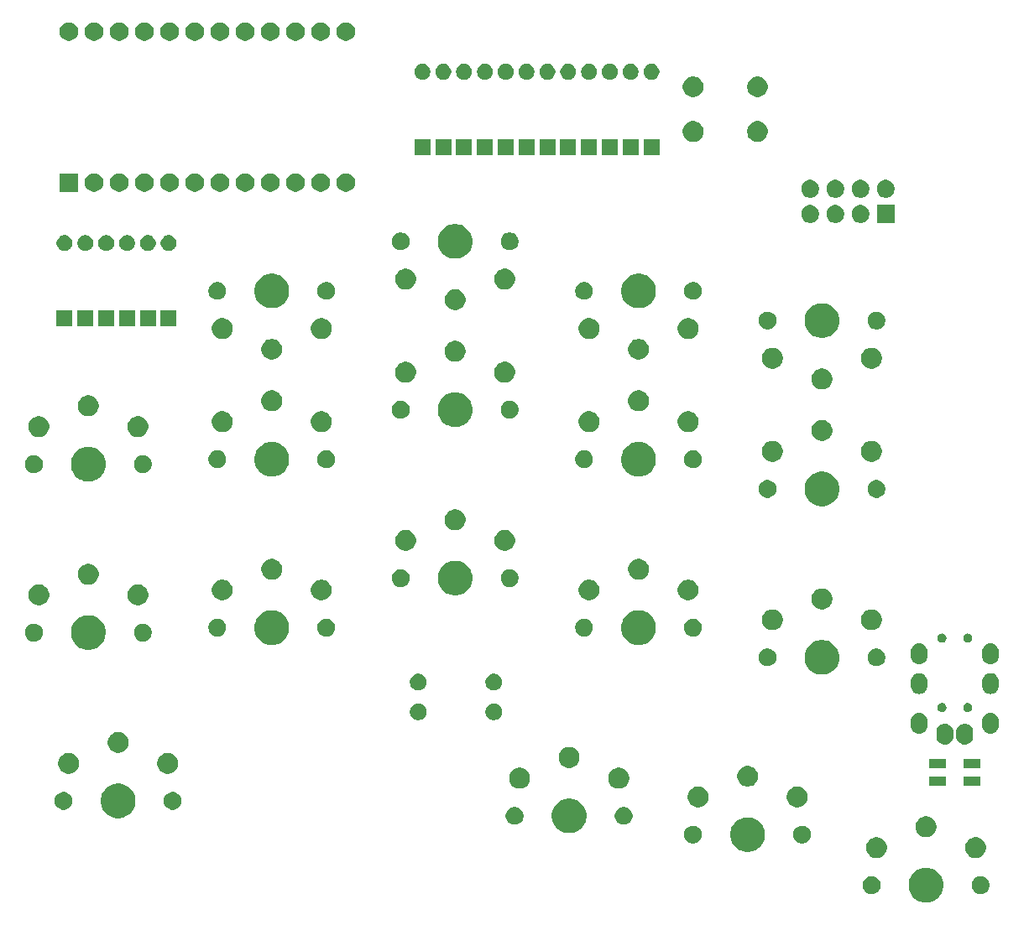
<source format=gbr>
G04 #@! TF.GenerationSoftware,KiCad,Pcbnew,5.1.5*
G04 #@! TF.CreationDate,2020-03-19T02:10:20-05:00*
G04 #@! TF.ProjectId,fissure,66697373-7572-4652-9e6b-696361645f70,rev?*
G04 #@! TF.SameCoordinates,Original*
G04 #@! TF.FileFunction,Soldermask,Top*
G04 #@! TF.FilePolarity,Negative*
%FSLAX46Y46*%
G04 Gerber Fmt 4.6, Leading zero omitted, Abs format (unit mm)*
G04 Created by KiCad (PCBNEW 5.1.5) date 2020-03-19 02:10:20*
%MOMM*%
%LPD*%
G04 APERTURE LIST*
%ADD10C,0.100000*%
G04 APERTURE END LIST*
D10*
G36*
X136394985Y-125542860D02*
G01*
X136507748Y-125565290D01*
X136639741Y-125619963D01*
X136826408Y-125697283D01*
X137113196Y-125888909D01*
X137357091Y-126132804D01*
X137548717Y-126419592D01*
X137680710Y-126738253D01*
X137748000Y-127076540D01*
X137748000Y-127421460D01*
X137680710Y-127759747D01*
X137548717Y-128078408D01*
X137357091Y-128365196D01*
X137113196Y-128609091D01*
X136826408Y-128800717D01*
X136639741Y-128878037D01*
X136507748Y-128932710D01*
X136394985Y-128955140D01*
X136169460Y-129000000D01*
X135824540Y-129000000D01*
X135599015Y-128955140D01*
X135486252Y-128932710D01*
X135354259Y-128878037D01*
X135167592Y-128800717D01*
X134880804Y-128609091D01*
X134636909Y-128365196D01*
X134445283Y-128078408D01*
X134313290Y-127759747D01*
X134246000Y-127421460D01*
X134246000Y-127076540D01*
X134313290Y-126738253D01*
X134445283Y-126419592D01*
X134636909Y-126132804D01*
X134880804Y-125888909D01*
X135167592Y-125697283D01*
X135354259Y-125619963D01*
X135486252Y-125565290D01*
X135599015Y-125542860D01*
X135824540Y-125498000D01*
X136169460Y-125498000D01*
X136394985Y-125542860D01*
G37*
G36*
X141610512Y-126352927D02*
G01*
X141759812Y-126382624D01*
X141923784Y-126450544D01*
X142071354Y-126549147D01*
X142196853Y-126674646D01*
X142295456Y-126822216D01*
X142363376Y-126986188D01*
X142398000Y-127160259D01*
X142398000Y-127337741D01*
X142363376Y-127511812D01*
X142295456Y-127675784D01*
X142196853Y-127823354D01*
X142071354Y-127948853D01*
X141923784Y-128047456D01*
X141759812Y-128115376D01*
X141610512Y-128145073D01*
X141585742Y-128150000D01*
X141408258Y-128150000D01*
X141383488Y-128145073D01*
X141234188Y-128115376D01*
X141070216Y-128047456D01*
X140922646Y-127948853D01*
X140797147Y-127823354D01*
X140698544Y-127675784D01*
X140630624Y-127511812D01*
X140596000Y-127337741D01*
X140596000Y-127160259D01*
X140630624Y-126986188D01*
X140698544Y-126822216D01*
X140797147Y-126674646D01*
X140922646Y-126549147D01*
X141070216Y-126450544D01*
X141234188Y-126382624D01*
X141383488Y-126352927D01*
X141408258Y-126348000D01*
X141585742Y-126348000D01*
X141610512Y-126352927D01*
G37*
G36*
X130610512Y-126352927D02*
G01*
X130759812Y-126382624D01*
X130923784Y-126450544D01*
X131071354Y-126549147D01*
X131196853Y-126674646D01*
X131295456Y-126822216D01*
X131363376Y-126986188D01*
X131398000Y-127160259D01*
X131398000Y-127337741D01*
X131363376Y-127511812D01*
X131295456Y-127675784D01*
X131196853Y-127823354D01*
X131071354Y-127948853D01*
X130923784Y-128047456D01*
X130759812Y-128115376D01*
X130610512Y-128145073D01*
X130585742Y-128150000D01*
X130408258Y-128150000D01*
X130383488Y-128145073D01*
X130234188Y-128115376D01*
X130070216Y-128047456D01*
X129922646Y-127948853D01*
X129797147Y-127823354D01*
X129698544Y-127675784D01*
X129630624Y-127511812D01*
X129596000Y-127337741D01*
X129596000Y-127160259D01*
X129630624Y-126986188D01*
X129698544Y-126822216D01*
X129797147Y-126674646D01*
X129922646Y-126549147D01*
X130070216Y-126450544D01*
X130234188Y-126382624D01*
X130383488Y-126352927D01*
X130408258Y-126348000D01*
X130585742Y-126348000D01*
X130610512Y-126352927D01*
G37*
G36*
X131303564Y-122438389D02*
G01*
X131494833Y-122517615D01*
X131494835Y-122517616D01*
X131666973Y-122632635D01*
X131813365Y-122779027D01*
X131925906Y-122947456D01*
X131928385Y-122951167D01*
X132007611Y-123142436D01*
X132048000Y-123345484D01*
X132048000Y-123552516D01*
X132007611Y-123755564D01*
X131975656Y-123832710D01*
X131928384Y-123946835D01*
X131813365Y-124118973D01*
X131666973Y-124265365D01*
X131494835Y-124380384D01*
X131494834Y-124380385D01*
X131494833Y-124380385D01*
X131303564Y-124459611D01*
X131100516Y-124500000D01*
X130893484Y-124500000D01*
X130690436Y-124459611D01*
X130499167Y-124380385D01*
X130499166Y-124380385D01*
X130499165Y-124380384D01*
X130327027Y-124265365D01*
X130180635Y-124118973D01*
X130065616Y-123946835D01*
X130018344Y-123832710D01*
X129986389Y-123755564D01*
X129946000Y-123552516D01*
X129946000Y-123345484D01*
X129986389Y-123142436D01*
X130065615Y-122951167D01*
X130068095Y-122947456D01*
X130180635Y-122779027D01*
X130327027Y-122632635D01*
X130499165Y-122517616D01*
X130499167Y-122517615D01*
X130690436Y-122438389D01*
X130893484Y-122398000D01*
X131100516Y-122398000D01*
X131303564Y-122438389D01*
G37*
G36*
X141303564Y-122438389D02*
G01*
X141494833Y-122517615D01*
X141494835Y-122517616D01*
X141666973Y-122632635D01*
X141813365Y-122779027D01*
X141925906Y-122947456D01*
X141928385Y-122951167D01*
X142007611Y-123142436D01*
X142048000Y-123345484D01*
X142048000Y-123552516D01*
X142007611Y-123755564D01*
X141975656Y-123832710D01*
X141928384Y-123946835D01*
X141813365Y-124118973D01*
X141666973Y-124265365D01*
X141494835Y-124380384D01*
X141494834Y-124380385D01*
X141494833Y-124380385D01*
X141303564Y-124459611D01*
X141100516Y-124500000D01*
X140893484Y-124500000D01*
X140690436Y-124459611D01*
X140499167Y-124380385D01*
X140499166Y-124380385D01*
X140499165Y-124380384D01*
X140327027Y-124265365D01*
X140180635Y-124118973D01*
X140065616Y-123946835D01*
X140018344Y-123832710D01*
X139986389Y-123755564D01*
X139946000Y-123552516D01*
X139946000Y-123345484D01*
X139986389Y-123142436D01*
X140065615Y-122951167D01*
X140068095Y-122947456D01*
X140180635Y-122779027D01*
X140327027Y-122632635D01*
X140499165Y-122517616D01*
X140499167Y-122517615D01*
X140690436Y-122438389D01*
X140893484Y-122398000D01*
X141100516Y-122398000D01*
X141303564Y-122438389D01*
G37*
G36*
X118394985Y-120442860D02*
G01*
X118507748Y-120465290D01*
X118591545Y-120500000D01*
X118826408Y-120597283D01*
X119113196Y-120788909D01*
X119357091Y-121032804D01*
X119548717Y-121319592D01*
X119626037Y-121506259D01*
X119680710Y-121638252D01*
X119684154Y-121655565D01*
X119748000Y-121976540D01*
X119748000Y-122321460D01*
X119680710Y-122659747D01*
X119548717Y-122978408D01*
X119357091Y-123265196D01*
X119113196Y-123509091D01*
X118826408Y-123700717D01*
X118639741Y-123778037D01*
X118507748Y-123832710D01*
X118394985Y-123855140D01*
X118169460Y-123900000D01*
X117824540Y-123900000D01*
X117599015Y-123855140D01*
X117486252Y-123832710D01*
X117354259Y-123778037D01*
X117167592Y-123700717D01*
X116880804Y-123509091D01*
X116636909Y-123265196D01*
X116445283Y-122978408D01*
X116313290Y-122659747D01*
X116246000Y-122321460D01*
X116246000Y-121976540D01*
X116309846Y-121655565D01*
X116313290Y-121638252D01*
X116367963Y-121506259D01*
X116445283Y-121319592D01*
X116636909Y-121032804D01*
X116880804Y-120788909D01*
X117167592Y-120597283D01*
X117402455Y-120500000D01*
X117486252Y-120465290D01*
X117599015Y-120442860D01*
X117824540Y-120398000D01*
X118169460Y-120398000D01*
X118394985Y-120442860D01*
G37*
G36*
X112610512Y-121252927D02*
G01*
X112759812Y-121282624D01*
X112923784Y-121350544D01*
X113071354Y-121449147D01*
X113196853Y-121574646D01*
X113295456Y-121722216D01*
X113363376Y-121886188D01*
X113398000Y-122060259D01*
X113398000Y-122237741D01*
X113363376Y-122411812D01*
X113295456Y-122575784D01*
X113196853Y-122723354D01*
X113071354Y-122848853D01*
X112923784Y-122947456D01*
X112759812Y-123015376D01*
X112610512Y-123045073D01*
X112585742Y-123050000D01*
X112408258Y-123050000D01*
X112383488Y-123045073D01*
X112234188Y-123015376D01*
X112070216Y-122947456D01*
X111922646Y-122848853D01*
X111797147Y-122723354D01*
X111698544Y-122575784D01*
X111630624Y-122411812D01*
X111596000Y-122237741D01*
X111596000Y-122060259D01*
X111630624Y-121886188D01*
X111698544Y-121722216D01*
X111797147Y-121574646D01*
X111922646Y-121449147D01*
X112070216Y-121350544D01*
X112234188Y-121282624D01*
X112383488Y-121252927D01*
X112408258Y-121248000D01*
X112585742Y-121248000D01*
X112610512Y-121252927D01*
G37*
G36*
X123610512Y-121252927D02*
G01*
X123759812Y-121282624D01*
X123923784Y-121350544D01*
X124071354Y-121449147D01*
X124196853Y-121574646D01*
X124295456Y-121722216D01*
X124363376Y-121886188D01*
X124398000Y-122060259D01*
X124398000Y-122237741D01*
X124363376Y-122411812D01*
X124295456Y-122575784D01*
X124196853Y-122723354D01*
X124071354Y-122848853D01*
X123923784Y-122947456D01*
X123759812Y-123015376D01*
X123610512Y-123045073D01*
X123585742Y-123050000D01*
X123408258Y-123050000D01*
X123383488Y-123045073D01*
X123234188Y-123015376D01*
X123070216Y-122947456D01*
X122922646Y-122848853D01*
X122797147Y-122723354D01*
X122698544Y-122575784D01*
X122630624Y-122411812D01*
X122596000Y-122237741D01*
X122596000Y-122060259D01*
X122630624Y-121886188D01*
X122698544Y-121722216D01*
X122797147Y-121574646D01*
X122922646Y-121449147D01*
X123070216Y-121350544D01*
X123234188Y-121282624D01*
X123383488Y-121252927D01*
X123408258Y-121248000D01*
X123585742Y-121248000D01*
X123610512Y-121252927D01*
G37*
G36*
X136303564Y-120338389D02*
G01*
X136494833Y-120417615D01*
X136494835Y-120417616D01*
X136666973Y-120532635D01*
X136813365Y-120679027D01*
X136909801Y-120823353D01*
X136928385Y-120851167D01*
X137007611Y-121042436D01*
X137048000Y-121245484D01*
X137048000Y-121452516D01*
X137007611Y-121655564D01*
X136980002Y-121722218D01*
X136928384Y-121846835D01*
X136813365Y-122018973D01*
X136666973Y-122165365D01*
X136494835Y-122280384D01*
X136494834Y-122280385D01*
X136494833Y-122280385D01*
X136303564Y-122359611D01*
X136100516Y-122400000D01*
X135893484Y-122400000D01*
X135690436Y-122359611D01*
X135499167Y-122280385D01*
X135499166Y-122280385D01*
X135499165Y-122280384D01*
X135327027Y-122165365D01*
X135180635Y-122018973D01*
X135065616Y-121846835D01*
X135013998Y-121722218D01*
X134986389Y-121655564D01*
X134946000Y-121452516D01*
X134946000Y-121245484D01*
X134986389Y-121042436D01*
X135065615Y-120851167D01*
X135084200Y-120823353D01*
X135180635Y-120679027D01*
X135327027Y-120532635D01*
X135499165Y-120417616D01*
X135499167Y-120417615D01*
X135690436Y-120338389D01*
X135893484Y-120298000D01*
X136100516Y-120298000D01*
X136303564Y-120338389D01*
G37*
G36*
X100394985Y-118542860D02*
G01*
X100507748Y-118565290D01*
X100639741Y-118619963D01*
X100826408Y-118697283D01*
X101113196Y-118888909D01*
X101357091Y-119132804D01*
X101548717Y-119419592D01*
X101680710Y-119738253D01*
X101748000Y-120076540D01*
X101748000Y-120421460D01*
X101725886Y-120532635D01*
X101680710Y-120759748D01*
X101654364Y-120823353D01*
X101548717Y-121078408D01*
X101357091Y-121365196D01*
X101113196Y-121609091D01*
X100826408Y-121800717D01*
X100639741Y-121878037D01*
X100507748Y-121932710D01*
X100394985Y-121955140D01*
X100169460Y-122000000D01*
X99824540Y-122000000D01*
X99599015Y-121955140D01*
X99486252Y-121932710D01*
X99354259Y-121878037D01*
X99167592Y-121800717D01*
X98880804Y-121609091D01*
X98636909Y-121365196D01*
X98445283Y-121078408D01*
X98339636Y-120823353D01*
X98313290Y-120759748D01*
X98268114Y-120532635D01*
X98246000Y-120421460D01*
X98246000Y-120076540D01*
X98313290Y-119738253D01*
X98445283Y-119419592D01*
X98636909Y-119132804D01*
X98880804Y-118888909D01*
X99167592Y-118697283D01*
X99354259Y-118619963D01*
X99486252Y-118565290D01*
X99599015Y-118542860D01*
X99824540Y-118498000D01*
X100169460Y-118498000D01*
X100394985Y-118542860D01*
G37*
G36*
X105610512Y-119352927D02*
G01*
X105759812Y-119382624D01*
X105923784Y-119450544D01*
X106071354Y-119549147D01*
X106196853Y-119674646D01*
X106295456Y-119822216D01*
X106363376Y-119986188D01*
X106398000Y-120160259D01*
X106398000Y-120337741D01*
X106363376Y-120511812D01*
X106295456Y-120675784D01*
X106196853Y-120823354D01*
X106071354Y-120948853D01*
X105923784Y-121047456D01*
X105759812Y-121115376D01*
X105610512Y-121145073D01*
X105585742Y-121150000D01*
X105408258Y-121150000D01*
X105383488Y-121145073D01*
X105234188Y-121115376D01*
X105070216Y-121047456D01*
X104922646Y-120948853D01*
X104797147Y-120823354D01*
X104698544Y-120675784D01*
X104630624Y-120511812D01*
X104596000Y-120337741D01*
X104596000Y-120160259D01*
X104630624Y-119986188D01*
X104698544Y-119822216D01*
X104797147Y-119674646D01*
X104922646Y-119549147D01*
X105070216Y-119450544D01*
X105234188Y-119382624D01*
X105383488Y-119352927D01*
X105408258Y-119348000D01*
X105585742Y-119348000D01*
X105610512Y-119352927D01*
G37*
G36*
X94610512Y-119352927D02*
G01*
X94759812Y-119382624D01*
X94923784Y-119450544D01*
X95071354Y-119549147D01*
X95196853Y-119674646D01*
X95295456Y-119822216D01*
X95363376Y-119986188D01*
X95398000Y-120160259D01*
X95398000Y-120337741D01*
X95363376Y-120511812D01*
X95295456Y-120675784D01*
X95196853Y-120823354D01*
X95071354Y-120948853D01*
X94923784Y-121047456D01*
X94759812Y-121115376D01*
X94610512Y-121145073D01*
X94585742Y-121150000D01*
X94408258Y-121150000D01*
X94383488Y-121145073D01*
X94234188Y-121115376D01*
X94070216Y-121047456D01*
X93922646Y-120948853D01*
X93797147Y-120823354D01*
X93698544Y-120675784D01*
X93630624Y-120511812D01*
X93596000Y-120337741D01*
X93596000Y-120160259D01*
X93630624Y-119986188D01*
X93698544Y-119822216D01*
X93797147Y-119674646D01*
X93922646Y-119549147D01*
X94070216Y-119450544D01*
X94234188Y-119382624D01*
X94383488Y-119352927D01*
X94408258Y-119348000D01*
X94585742Y-119348000D01*
X94610512Y-119352927D01*
G37*
G36*
X54894985Y-117042860D02*
G01*
X55007748Y-117065290D01*
X55137350Y-117118973D01*
X55326408Y-117197283D01*
X55613196Y-117388909D01*
X55857091Y-117632804D01*
X56048717Y-117919592D01*
X56126037Y-118106259D01*
X56180710Y-118238252D01*
X56182149Y-118245486D01*
X56248000Y-118576540D01*
X56248000Y-118921460D01*
X56180710Y-119259747D01*
X56048717Y-119578408D01*
X55857091Y-119865196D01*
X55613196Y-120109091D01*
X55326408Y-120300717D01*
X55139741Y-120378037D01*
X55007748Y-120432710D01*
X54894985Y-120455140D01*
X54669460Y-120500000D01*
X54324540Y-120500000D01*
X54099015Y-120455140D01*
X53986252Y-120432710D01*
X53854259Y-120378037D01*
X53667592Y-120300717D01*
X53380804Y-120109091D01*
X53136909Y-119865196D01*
X52945283Y-119578408D01*
X52813290Y-119259747D01*
X52746000Y-118921460D01*
X52746000Y-118576540D01*
X52811851Y-118245486D01*
X52813290Y-118238252D01*
X52867963Y-118106259D01*
X52945283Y-117919592D01*
X53136909Y-117632804D01*
X53380804Y-117388909D01*
X53667592Y-117197283D01*
X53856650Y-117118973D01*
X53986252Y-117065290D01*
X54099015Y-117042860D01*
X54324540Y-116998000D01*
X54669460Y-116998000D01*
X54894985Y-117042860D01*
G37*
G36*
X49101653Y-117851165D02*
G01*
X49259812Y-117882624D01*
X49423784Y-117950544D01*
X49571354Y-118049147D01*
X49696853Y-118174646D01*
X49795456Y-118322216D01*
X49863376Y-118486188D01*
X49898000Y-118660259D01*
X49898000Y-118837741D01*
X49863376Y-119011812D01*
X49795456Y-119175784D01*
X49696853Y-119323354D01*
X49571354Y-119448853D01*
X49423784Y-119547456D01*
X49259812Y-119615376D01*
X49110512Y-119645073D01*
X49085742Y-119650000D01*
X48908258Y-119650000D01*
X48883488Y-119645073D01*
X48734188Y-119615376D01*
X48570216Y-119547456D01*
X48422646Y-119448853D01*
X48297147Y-119323354D01*
X48198544Y-119175784D01*
X48130624Y-119011812D01*
X48096000Y-118837741D01*
X48096000Y-118660259D01*
X48130624Y-118486188D01*
X48198544Y-118322216D01*
X48297147Y-118174646D01*
X48422646Y-118049147D01*
X48570216Y-117950544D01*
X48734188Y-117882624D01*
X48892347Y-117851165D01*
X48908258Y-117848000D01*
X49085742Y-117848000D01*
X49101653Y-117851165D01*
G37*
G36*
X60101653Y-117851165D02*
G01*
X60259812Y-117882624D01*
X60423784Y-117950544D01*
X60571354Y-118049147D01*
X60696853Y-118174646D01*
X60795456Y-118322216D01*
X60863376Y-118486188D01*
X60898000Y-118660259D01*
X60898000Y-118837741D01*
X60863376Y-119011812D01*
X60795456Y-119175784D01*
X60696853Y-119323354D01*
X60571354Y-119448853D01*
X60423784Y-119547456D01*
X60259812Y-119615376D01*
X60110512Y-119645073D01*
X60085742Y-119650000D01*
X59908258Y-119650000D01*
X59883488Y-119645073D01*
X59734188Y-119615376D01*
X59570216Y-119547456D01*
X59422646Y-119448853D01*
X59297147Y-119323354D01*
X59198544Y-119175784D01*
X59130624Y-119011812D01*
X59096000Y-118837741D01*
X59096000Y-118660259D01*
X59130624Y-118486188D01*
X59198544Y-118322216D01*
X59297147Y-118174646D01*
X59422646Y-118049147D01*
X59570216Y-117950544D01*
X59734188Y-117882624D01*
X59892347Y-117851165D01*
X59908258Y-117848000D01*
X60085742Y-117848000D01*
X60101653Y-117851165D01*
G37*
G36*
X123303564Y-117338389D02*
G01*
X123494833Y-117417615D01*
X123494835Y-117417616D01*
X123557683Y-117459610D01*
X123666973Y-117532635D01*
X123813365Y-117679027D01*
X123928385Y-117851167D01*
X124007611Y-118042436D01*
X124048000Y-118245484D01*
X124048000Y-118452516D01*
X124007611Y-118655564D01*
X123928385Y-118846833D01*
X123928384Y-118846835D01*
X123813365Y-119018973D01*
X123666973Y-119165365D01*
X123494835Y-119280384D01*
X123494834Y-119280385D01*
X123494833Y-119280385D01*
X123303564Y-119359611D01*
X123100516Y-119400000D01*
X122893484Y-119400000D01*
X122690436Y-119359611D01*
X122499167Y-119280385D01*
X122499166Y-119280385D01*
X122499165Y-119280384D01*
X122327027Y-119165365D01*
X122180635Y-119018973D01*
X122065616Y-118846835D01*
X122065615Y-118846833D01*
X121986389Y-118655564D01*
X121946000Y-118452516D01*
X121946000Y-118245484D01*
X121986389Y-118042436D01*
X122065615Y-117851167D01*
X122180635Y-117679027D01*
X122327027Y-117532635D01*
X122436317Y-117459610D01*
X122499165Y-117417616D01*
X122499167Y-117417615D01*
X122690436Y-117338389D01*
X122893484Y-117298000D01*
X123100516Y-117298000D01*
X123303564Y-117338389D01*
G37*
G36*
X113303564Y-117338389D02*
G01*
X113494833Y-117417615D01*
X113494835Y-117417616D01*
X113557683Y-117459610D01*
X113666973Y-117532635D01*
X113813365Y-117679027D01*
X113928385Y-117851167D01*
X114007611Y-118042436D01*
X114048000Y-118245484D01*
X114048000Y-118452516D01*
X114007611Y-118655564D01*
X113928385Y-118846833D01*
X113928384Y-118846835D01*
X113813365Y-119018973D01*
X113666973Y-119165365D01*
X113494835Y-119280384D01*
X113494834Y-119280385D01*
X113494833Y-119280385D01*
X113303564Y-119359611D01*
X113100516Y-119400000D01*
X112893484Y-119400000D01*
X112690436Y-119359611D01*
X112499167Y-119280385D01*
X112499166Y-119280385D01*
X112499165Y-119280384D01*
X112327027Y-119165365D01*
X112180635Y-119018973D01*
X112065616Y-118846835D01*
X112065615Y-118846833D01*
X111986389Y-118655564D01*
X111946000Y-118452516D01*
X111946000Y-118245484D01*
X111986389Y-118042436D01*
X112065615Y-117851167D01*
X112180635Y-117679027D01*
X112327027Y-117532635D01*
X112436317Y-117459610D01*
X112499165Y-117417616D01*
X112499167Y-117417615D01*
X112690436Y-117338389D01*
X112893484Y-117298000D01*
X113100516Y-117298000D01*
X113303564Y-117338389D01*
G37*
G36*
X105303564Y-115438389D02*
G01*
X105494833Y-115517615D01*
X105494835Y-115517616D01*
X105666973Y-115632635D01*
X105813365Y-115779027D01*
X105922551Y-115942435D01*
X105928385Y-115951167D01*
X106007611Y-116142436D01*
X106048000Y-116345484D01*
X106048000Y-116552516D01*
X106007611Y-116755564D01*
X105939925Y-116918973D01*
X105928384Y-116946835D01*
X105813365Y-117118973D01*
X105666973Y-117265365D01*
X105494835Y-117380384D01*
X105494834Y-117380385D01*
X105494833Y-117380385D01*
X105303564Y-117459611D01*
X105100516Y-117500000D01*
X104893484Y-117500000D01*
X104690436Y-117459611D01*
X104499167Y-117380385D01*
X104499166Y-117380385D01*
X104499165Y-117380384D01*
X104327027Y-117265365D01*
X104180635Y-117118973D01*
X104065616Y-116946835D01*
X104054075Y-116918973D01*
X103986389Y-116755564D01*
X103946000Y-116552516D01*
X103946000Y-116345484D01*
X103986389Y-116142436D01*
X104065615Y-115951167D01*
X104071450Y-115942435D01*
X104180635Y-115779027D01*
X104327027Y-115632635D01*
X104499165Y-115517616D01*
X104499167Y-115517615D01*
X104690436Y-115438389D01*
X104893484Y-115398000D01*
X105100516Y-115398000D01*
X105303564Y-115438389D01*
G37*
G36*
X95303564Y-115438389D02*
G01*
X95494833Y-115517615D01*
X95494835Y-115517616D01*
X95666973Y-115632635D01*
X95813365Y-115779027D01*
X95922551Y-115942435D01*
X95928385Y-115951167D01*
X96007611Y-116142436D01*
X96048000Y-116345484D01*
X96048000Y-116552516D01*
X96007611Y-116755564D01*
X95939925Y-116918973D01*
X95928384Y-116946835D01*
X95813365Y-117118973D01*
X95666973Y-117265365D01*
X95494835Y-117380384D01*
X95494834Y-117380385D01*
X95494833Y-117380385D01*
X95303564Y-117459611D01*
X95100516Y-117500000D01*
X94893484Y-117500000D01*
X94690436Y-117459611D01*
X94499167Y-117380385D01*
X94499166Y-117380385D01*
X94499165Y-117380384D01*
X94327027Y-117265365D01*
X94180635Y-117118973D01*
X94065616Y-116946835D01*
X94054075Y-116918973D01*
X93986389Y-116755564D01*
X93946000Y-116552516D01*
X93946000Y-116345484D01*
X93986389Y-116142436D01*
X94065615Y-115951167D01*
X94071450Y-115942435D01*
X94180635Y-115779027D01*
X94327027Y-115632635D01*
X94499165Y-115517616D01*
X94499167Y-115517615D01*
X94690436Y-115438389D01*
X94893484Y-115398000D01*
X95100516Y-115398000D01*
X95303564Y-115438389D01*
G37*
G36*
X118303564Y-115238389D02*
G01*
X118494833Y-115317615D01*
X118494835Y-115317616D01*
X118557683Y-115359610D01*
X118666973Y-115432635D01*
X118813365Y-115579027D01*
X118928385Y-115751167D01*
X119007611Y-115942436D01*
X119048000Y-116145484D01*
X119048000Y-116352516D01*
X119007611Y-116555564D01*
X118928385Y-116746833D01*
X118928384Y-116746835D01*
X118813365Y-116918973D01*
X118666973Y-117065365D01*
X118494835Y-117180384D01*
X118494834Y-117180385D01*
X118494833Y-117180385D01*
X118303564Y-117259611D01*
X118100516Y-117300000D01*
X117893484Y-117300000D01*
X117690436Y-117259611D01*
X117499167Y-117180385D01*
X117499166Y-117180385D01*
X117499165Y-117180384D01*
X117327027Y-117065365D01*
X117180635Y-116918973D01*
X117065616Y-116746835D01*
X117065615Y-116746833D01*
X116986389Y-116555564D01*
X116946000Y-116352516D01*
X116946000Y-116145484D01*
X116986389Y-115942436D01*
X117065615Y-115751167D01*
X117180635Y-115579027D01*
X117327027Y-115432635D01*
X117436317Y-115359610D01*
X117499165Y-115317616D01*
X117499167Y-115317615D01*
X117690436Y-115238389D01*
X117893484Y-115198000D01*
X118100516Y-115198000D01*
X118303564Y-115238389D01*
G37*
G36*
X141498000Y-117200000D02*
G01*
X139796000Y-117200000D01*
X139796000Y-116248000D01*
X141498000Y-116248000D01*
X141498000Y-117200000D01*
G37*
G36*
X137998000Y-117200000D02*
G01*
X136296000Y-117200000D01*
X136296000Y-116248000D01*
X137998000Y-116248000D01*
X137998000Y-117200000D01*
G37*
G36*
X59803564Y-113938389D02*
G01*
X59994833Y-114017615D01*
X59994835Y-114017616D01*
X60166973Y-114132635D01*
X60313365Y-114279027D01*
X60428385Y-114451167D01*
X60507611Y-114642436D01*
X60548000Y-114845484D01*
X60548000Y-115052516D01*
X60507611Y-115255564D01*
X60431882Y-115438390D01*
X60428384Y-115446835D01*
X60313365Y-115618973D01*
X60166973Y-115765365D01*
X59994835Y-115880384D01*
X59994834Y-115880385D01*
X59994833Y-115880385D01*
X59803564Y-115959611D01*
X59600516Y-116000000D01*
X59393484Y-116000000D01*
X59190436Y-115959611D01*
X58999167Y-115880385D01*
X58999166Y-115880385D01*
X58999165Y-115880384D01*
X58827027Y-115765365D01*
X58680635Y-115618973D01*
X58565616Y-115446835D01*
X58562118Y-115438390D01*
X58486389Y-115255564D01*
X58446000Y-115052516D01*
X58446000Y-114845484D01*
X58486389Y-114642436D01*
X58565615Y-114451167D01*
X58680635Y-114279027D01*
X58827027Y-114132635D01*
X58999165Y-114017616D01*
X58999167Y-114017615D01*
X59190436Y-113938389D01*
X59393484Y-113898000D01*
X59600516Y-113898000D01*
X59803564Y-113938389D01*
G37*
G36*
X49803564Y-113938389D02*
G01*
X49994833Y-114017615D01*
X49994835Y-114017616D01*
X50166973Y-114132635D01*
X50313365Y-114279027D01*
X50428385Y-114451167D01*
X50507611Y-114642436D01*
X50548000Y-114845484D01*
X50548000Y-115052516D01*
X50507611Y-115255564D01*
X50431882Y-115438390D01*
X50428384Y-115446835D01*
X50313365Y-115618973D01*
X50166973Y-115765365D01*
X49994835Y-115880384D01*
X49994834Y-115880385D01*
X49994833Y-115880385D01*
X49803564Y-115959611D01*
X49600516Y-116000000D01*
X49393484Y-116000000D01*
X49190436Y-115959611D01*
X48999167Y-115880385D01*
X48999166Y-115880385D01*
X48999165Y-115880384D01*
X48827027Y-115765365D01*
X48680635Y-115618973D01*
X48565616Y-115446835D01*
X48562118Y-115438390D01*
X48486389Y-115255564D01*
X48446000Y-115052516D01*
X48446000Y-114845484D01*
X48486389Y-114642436D01*
X48565615Y-114451167D01*
X48680635Y-114279027D01*
X48827027Y-114132635D01*
X48999165Y-114017616D01*
X48999167Y-114017615D01*
X49190436Y-113938389D01*
X49393484Y-113898000D01*
X49600516Y-113898000D01*
X49803564Y-113938389D01*
G37*
G36*
X137998000Y-115450000D02*
G01*
X136296000Y-115450000D01*
X136296000Y-114498000D01*
X137998000Y-114498000D01*
X137998000Y-115450000D01*
G37*
G36*
X141498000Y-115450000D02*
G01*
X139796000Y-115450000D01*
X139796000Y-114498000D01*
X141498000Y-114498000D01*
X141498000Y-115450000D01*
G37*
G36*
X100303564Y-113338389D02*
G01*
X100494833Y-113417615D01*
X100494835Y-113417616D01*
X100666973Y-113532635D01*
X100813365Y-113679027D01*
X100881090Y-113780384D01*
X100928385Y-113851167D01*
X101007611Y-114042436D01*
X101048000Y-114245484D01*
X101048000Y-114452516D01*
X101007611Y-114655564D01*
X100928944Y-114845484D01*
X100928384Y-114846835D01*
X100813365Y-115018973D01*
X100666973Y-115165365D01*
X100494835Y-115280384D01*
X100494834Y-115280385D01*
X100494833Y-115280385D01*
X100303564Y-115359611D01*
X100100516Y-115400000D01*
X99893484Y-115400000D01*
X99690436Y-115359611D01*
X99499167Y-115280385D01*
X99499166Y-115280385D01*
X99499165Y-115280384D01*
X99327027Y-115165365D01*
X99180635Y-115018973D01*
X99065616Y-114846835D01*
X99065056Y-114845484D01*
X98986389Y-114655564D01*
X98946000Y-114452516D01*
X98946000Y-114245484D01*
X98986389Y-114042436D01*
X99065615Y-113851167D01*
X99112911Y-113780384D01*
X99180635Y-113679027D01*
X99327027Y-113532635D01*
X99499165Y-113417616D01*
X99499167Y-113417615D01*
X99690436Y-113338389D01*
X99893484Y-113298000D01*
X100100516Y-113298000D01*
X100303564Y-113338389D01*
G37*
G36*
X54803564Y-111838389D02*
G01*
X54994833Y-111917615D01*
X54994835Y-111917616D01*
X55166973Y-112032635D01*
X55313365Y-112179027D01*
X55355311Y-112241803D01*
X55428385Y-112351167D01*
X55507611Y-112542436D01*
X55548000Y-112745484D01*
X55548000Y-112952516D01*
X55507611Y-113155564D01*
X55431882Y-113338390D01*
X55428384Y-113346835D01*
X55313365Y-113518973D01*
X55166973Y-113665365D01*
X54994835Y-113780384D01*
X54994834Y-113780385D01*
X54994833Y-113780385D01*
X54803564Y-113859611D01*
X54600516Y-113900000D01*
X54393484Y-113900000D01*
X54190436Y-113859611D01*
X53999167Y-113780385D01*
X53999166Y-113780385D01*
X53999165Y-113780384D01*
X53827027Y-113665365D01*
X53680635Y-113518973D01*
X53565616Y-113346835D01*
X53562118Y-113338390D01*
X53486389Y-113155564D01*
X53446000Y-112952516D01*
X53446000Y-112745484D01*
X53486389Y-112542436D01*
X53565615Y-112351167D01*
X53638690Y-112241803D01*
X53680635Y-112179027D01*
X53827027Y-112032635D01*
X53999165Y-111917616D01*
X53999167Y-111917615D01*
X54190436Y-111838389D01*
X54393484Y-111798000D01*
X54600516Y-111798000D01*
X54803564Y-111838389D01*
G37*
G36*
X140066823Y-110961313D02*
G01*
X140227242Y-111009976D01*
X140359906Y-111080886D01*
X140375078Y-111088996D01*
X140504659Y-111195341D01*
X140611004Y-111324922D01*
X140611005Y-111324924D01*
X140690024Y-111472758D01*
X140738687Y-111633178D01*
X140751000Y-111758197D01*
X140751000Y-112241804D01*
X140738687Y-112366823D01*
X140690024Y-112527242D01*
X140619114Y-112659906D01*
X140611004Y-112675078D01*
X140553223Y-112745484D01*
X140504659Y-112804659D01*
X140375077Y-112911005D01*
X140227241Y-112990024D01*
X140066822Y-113038687D01*
X139900000Y-113055117D01*
X139733177Y-113038687D01*
X139572758Y-112990024D01*
X139424924Y-112911005D01*
X139424922Y-112911004D01*
X139295341Y-112804659D01*
X139246777Y-112745484D01*
X139188995Y-112675077D01*
X139109976Y-112527241D01*
X139061313Y-112366822D01*
X139049000Y-112241803D01*
X139049000Y-111758196D01*
X139061313Y-111633177D01*
X139109976Y-111472758D01*
X139188995Y-111324924D01*
X139188996Y-111324922D01*
X139295342Y-111195341D01*
X139424923Y-111088996D01*
X139440095Y-111080886D01*
X139572759Y-111009976D01*
X139733178Y-110961313D01*
X139900000Y-110944883D01*
X140066823Y-110961313D01*
G37*
G36*
X138066822Y-110961313D02*
G01*
X138227241Y-111009976D01*
X138375077Y-111088995D01*
X138439423Y-111141803D01*
X138504659Y-111195341D01*
X138611004Y-111324922D01*
X138611005Y-111324924D01*
X138690024Y-111472758D01*
X138738687Y-111633177D01*
X138751000Y-111758196D01*
X138751000Y-112241803D01*
X138738687Y-112366822D01*
X138690024Y-112527242D01*
X138619114Y-112659906D01*
X138611004Y-112675078D01*
X138504659Y-112804659D01*
X138375078Y-112911004D01*
X138375076Y-112911005D01*
X138227242Y-112990024D01*
X138066823Y-113038687D01*
X137900000Y-113055117D01*
X137733178Y-113038687D01*
X137572759Y-112990024D01*
X137424925Y-112911005D01*
X137424923Y-112911004D01*
X137295342Y-112804659D01*
X137188996Y-112675078D01*
X137180886Y-112659906D01*
X137109976Y-112527242D01*
X137061313Y-112366823D01*
X137049000Y-112241804D01*
X137049000Y-111758197D01*
X137061313Y-111633178D01*
X137109976Y-111472759D01*
X137188995Y-111324923D01*
X137295341Y-111195341D01*
X137360582Y-111141799D01*
X137424922Y-111088996D01*
X137440094Y-111080886D01*
X137572758Y-111009976D01*
X137733177Y-110961313D01*
X137900000Y-110944883D01*
X138066822Y-110961313D01*
G37*
G36*
X135466823Y-109861313D02*
G01*
X135627242Y-109909976D01*
X135759906Y-109980886D01*
X135775078Y-109988996D01*
X135904659Y-110095341D01*
X136011004Y-110224922D01*
X136011005Y-110224924D01*
X136090024Y-110372758D01*
X136138687Y-110533178D01*
X136151000Y-110658197D01*
X136151000Y-111141804D01*
X136138687Y-111266823D01*
X136090024Y-111427242D01*
X136065693Y-111472762D01*
X136011004Y-111575078D01*
X135963324Y-111633176D01*
X135904659Y-111704659D01*
X135775077Y-111811005D01*
X135627241Y-111890024D01*
X135466822Y-111938687D01*
X135300000Y-111955117D01*
X135133177Y-111938687D01*
X134972758Y-111890024D01*
X134824924Y-111811005D01*
X134824922Y-111811004D01*
X134695341Y-111704659D01*
X134636677Y-111633177D01*
X134588995Y-111575077D01*
X134509976Y-111427241D01*
X134461313Y-111266822D01*
X134449000Y-111141803D01*
X134449000Y-110658196D01*
X134461313Y-110533177D01*
X134509976Y-110372758D01*
X134588995Y-110224924D01*
X134588996Y-110224922D01*
X134695342Y-110095341D01*
X134824923Y-109988996D01*
X134840095Y-109980886D01*
X134972759Y-109909976D01*
X135133178Y-109861313D01*
X135300000Y-109844883D01*
X135466823Y-109861313D01*
G37*
G36*
X142666822Y-109861313D02*
G01*
X142827241Y-109909976D01*
X142975077Y-109988995D01*
X143104659Y-110095341D01*
X143211004Y-110224922D01*
X143211005Y-110224924D01*
X143290024Y-110372758D01*
X143338687Y-110533177D01*
X143351000Y-110658196D01*
X143351000Y-111141803D01*
X143338687Y-111266822D01*
X143290024Y-111427242D01*
X143265693Y-111472762D01*
X143211004Y-111575078D01*
X143104659Y-111704659D01*
X142975078Y-111811004D01*
X142975076Y-111811005D01*
X142827242Y-111890024D01*
X142666823Y-111938687D01*
X142500000Y-111955117D01*
X142333178Y-111938687D01*
X142172759Y-111890024D01*
X142024925Y-111811005D01*
X142024923Y-111811004D01*
X141895342Y-111704659D01*
X141788996Y-111575078D01*
X141734307Y-111472762D01*
X141709976Y-111427242D01*
X141661313Y-111266823D01*
X141649000Y-111141804D01*
X141649000Y-110658197D01*
X141661313Y-110533178D01*
X141709976Y-110372759D01*
X141788995Y-110224923D01*
X141895341Y-110095341D01*
X142024922Y-109988996D01*
X142040094Y-109980886D01*
X142172758Y-109909976D01*
X142333177Y-109861313D01*
X142500000Y-109844883D01*
X142666822Y-109861313D01*
G37*
G36*
X92645228Y-108930703D02*
G01*
X92800100Y-108994853D01*
X92939481Y-109087985D01*
X93058015Y-109206519D01*
X93151147Y-109345900D01*
X93215297Y-109500772D01*
X93248000Y-109665184D01*
X93248000Y-109832816D01*
X93215297Y-109997228D01*
X93151147Y-110152100D01*
X93058015Y-110291481D01*
X92939481Y-110410015D01*
X92800100Y-110503147D01*
X92645228Y-110567297D01*
X92480816Y-110600000D01*
X92313184Y-110600000D01*
X92148772Y-110567297D01*
X91993900Y-110503147D01*
X91854519Y-110410015D01*
X91735985Y-110291481D01*
X91642853Y-110152100D01*
X91578703Y-109997228D01*
X91546000Y-109832816D01*
X91546000Y-109665184D01*
X91578703Y-109500772D01*
X91642853Y-109345900D01*
X91735985Y-109206519D01*
X91854519Y-109087985D01*
X91993900Y-108994853D01*
X92148772Y-108930703D01*
X92313184Y-108898000D01*
X92480816Y-108898000D01*
X92645228Y-108930703D01*
G37*
G36*
X85025228Y-108930703D02*
G01*
X85180100Y-108994853D01*
X85319481Y-109087985D01*
X85438015Y-109206519D01*
X85531147Y-109345900D01*
X85595297Y-109500772D01*
X85628000Y-109665184D01*
X85628000Y-109832816D01*
X85595297Y-109997228D01*
X85531147Y-110152100D01*
X85438015Y-110291481D01*
X85319481Y-110410015D01*
X85180100Y-110503147D01*
X85025228Y-110567297D01*
X84860816Y-110600000D01*
X84693184Y-110600000D01*
X84528772Y-110567297D01*
X84373900Y-110503147D01*
X84234519Y-110410015D01*
X84115985Y-110291481D01*
X84022853Y-110152100D01*
X83958703Y-109997228D01*
X83926000Y-109832816D01*
X83926000Y-109665184D01*
X83958703Y-109500772D01*
X84022853Y-109345900D01*
X84115985Y-109206519D01*
X84234519Y-109087985D01*
X84373900Y-108994853D01*
X84528772Y-108930703D01*
X84693184Y-108898000D01*
X84860816Y-108898000D01*
X85025228Y-108930703D01*
G37*
G36*
X140331552Y-108866331D02*
G01*
X140413627Y-108900328D01*
X140413629Y-108900329D01*
X140450813Y-108925175D01*
X140487495Y-108949685D01*
X140550315Y-109012505D01*
X140599672Y-109086373D01*
X140633669Y-109168448D01*
X140651000Y-109255579D01*
X140651000Y-109344421D01*
X140633669Y-109431552D01*
X140599672Y-109513627D01*
X140599671Y-109513629D01*
X140550314Y-109587496D01*
X140487496Y-109650314D01*
X140413629Y-109699671D01*
X140413628Y-109699672D01*
X140413627Y-109699672D01*
X140331552Y-109733669D01*
X140244421Y-109751000D01*
X140155579Y-109751000D01*
X140068448Y-109733669D01*
X139986373Y-109699672D01*
X139986372Y-109699672D01*
X139986371Y-109699671D01*
X139912504Y-109650314D01*
X139849686Y-109587496D01*
X139800329Y-109513629D01*
X139800328Y-109513627D01*
X139766331Y-109431552D01*
X139749000Y-109344421D01*
X139749000Y-109255579D01*
X139766331Y-109168448D01*
X139800328Y-109086373D01*
X139849685Y-109012505D01*
X139912505Y-108949685D01*
X139949187Y-108925175D01*
X139986371Y-108900329D01*
X139986373Y-108900328D01*
X140068448Y-108866331D01*
X140155579Y-108849000D01*
X140244421Y-108849000D01*
X140331552Y-108866331D01*
G37*
G36*
X137731552Y-108866331D02*
G01*
X137813627Y-108900328D01*
X137813629Y-108900329D01*
X137850813Y-108925175D01*
X137887495Y-108949685D01*
X137950315Y-109012505D01*
X137999672Y-109086373D01*
X138033669Y-109168448D01*
X138051000Y-109255579D01*
X138051000Y-109344421D01*
X138033669Y-109431552D01*
X137999672Y-109513627D01*
X137999671Y-109513629D01*
X137950314Y-109587496D01*
X137887496Y-109650314D01*
X137813629Y-109699671D01*
X137813628Y-109699672D01*
X137813627Y-109699672D01*
X137731552Y-109733669D01*
X137644421Y-109751000D01*
X137555579Y-109751000D01*
X137468448Y-109733669D01*
X137386373Y-109699672D01*
X137386372Y-109699672D01*
X137386371Y-109699671D01*
X137312504Y-109650314D01*
X137249686Y-109587496D01*
X137200329Y-109513629D01*
X137200328Y-109513627D01*
X137166331Y-109431552D01*
X137149000Y-109344421D01*
X137149000Y-109255579D01*
X137166331Y-109168448D01*
X137200328Y-109086373D01*
X137249685Y-109012505D01*
X137312505Y-108949685D01*
X137349187Y-108925175D01*
X137386371Y-108900329D01*
X137386373Y-108900328D01*
X137468448Y-108866331D01*
X137555579Y-108849000D01*
X137644421Y-108849000D01*
X137731552Y-108866331D01*
G37*
G36*
X135466823Y-105861313D02*
G01*
X135627242Y-105909976D01*
X135669774Y-105932710D01*
X135775078Y-105988996D01*
X135904659Y-106095341D01*
X136011004Y-106224922D01*
X136011005Y-106224924D01*
X136090024Y-106372758D01*
X136138687Y-106533178D01*
X136151000Y-106658197D01*
X136151000Y-107141804D01*
X136138687Y-107266823D01*
X136090024Y-107427242D01*
X136049452Y-107503147D01*
X136011004Y-107575078D01*
X135904659Y-107704659D01*
X135775077Y-107811005D01*
X135627241Y-107890024D01*
X135466822Y-107938687D01*
X135300000Y-107955117D01*
X135133177Y-107938687D01*
X134972758Y-107890024D01*
X134824924Y-107811005D01*
X134824922Y-107811004D01*
X134695341Y-107704659D01*
X134588995Y-107575077D01*
X134509976Y-107427241D01*
X134504751Y-107410015D01*
X134500917Y-107397379D01*
X134461313Y-107266822D01*
X134449000Y-107141803D01*
X134449000Y-106658196D01*
X134461313Y-106533177D01*
X134509976Y-106372758D01*
X134588995Y-106224924D01*
X134588996Y-106224922D01*
X134695342Y-106095341D01*
X134824923Y-105988996D01*
X134930227Y-105932710D01*
X134972759Y-105909976D01*
X135133178Y-105861313D01*
X135300000Y-105844883D01*
X135466823Y-105861313D01*
G37*
G36*
X142666822Y-105861313D02*
G01*
X142827241Y-105909976D01*
X142975077Y-105988995D01*
X143095696Y-106087985D01*
X143104659Y-106095341D01*
X143211004Y-106224922D01*
X143211005Y-106224924D01*
X143290024Y-106372758D01*
X143338687Y-106533177D01*
X143351000Y-106658196D01*
X143351000Y-107141803D01*
X143338687Y-107266822D01*
X143290024Y-107427242D01*
X143249452Y-107503147D01*
X143211004Y-107575078D01*
X143104659Y-107704659D01*
X142975078Y-107811004D01*
X142975076Y-107811005D01*
X142827242Y-107890024D01*
X142666823Y-107938687D01*
X142500000Y-107955117D01*
X142333178Y-107938687D01*
X142172759Y-107890024D01*
X142024925Y-107811005D01*
X142024923Y-107811004D01*
X141895342Y-107704659D01*
X141788996Y-107575078D01*
X141750548Y-107503147D01*
X141709976Y-107427242D01*
X141661313Y-107266823D01*
X141649000Y-107141804D01*
X141649000Y-106658197D01*
X141661313Y-106533178D01*
X141709976Y-106372759D01*
X141788995Y-106224923D01*
X141895341Y-106095341D01*
X142011514Y-106000000D01*
X142024922Y-105988996D01*
X142130226Y-105932710D01*
X142172758Y-105909976D01*
X142333177Y-105861313D01*
X142500000Y-105844883D01*
X142666822Y-105861313D01*
G37*
G36*
X85025228Y-105930703D02*
G01*
X85180100Y-105994853D01*
X85319481Y-106087985D01*
X85438015Y-106206519D01*
X85531147Y-106345900D01*
X85595297Y-106500772D01*
X85628000Y-106665184D01*
X85628000Y-106832816D01*
X85595297Y-106997228D01*
X85531147Y-107152100D01*
X85438015Y-107291481D01*
X85319481Y-107410015D01*
X85180100Y-107503147D01*
X85025228Y-107567297D01*
X84860816Y-107600000D01*
X84693184Y-107600000D01*
X84528772Y-107567297D01*
X84373900Y-107503147D01*
X84234519Y-107410015D01*
X84115985Y-107291481D01*
X84022853Y-107152100D01*
X83958703Y-106997228D01*
X83926000Y-106832816D01*
X83926000Y-106665184D01*
X83958703Y-106500772D01*
X84022853Y-106345900D01*
X84115985Y-106206519D01*
X84234519Y-106087985D01*
X84373900Y-105994853D01*
X84528772Y-105930703D01*
X84693184Y-105898000D01*
X84860816Y-105898000D01*
X85025228Y-105930703D01*
G37*
G36*
X92645228Y-105930703D02*
G01*
X92800100Y-105994853D01*
X92939481Y-106087985D01*
X93058015Y-106206519D01*
X93151147Y-106345900D01*
X93215297Y-106500772D01*
X93248000Y-106665184D01*
X93248000Y-106832816D01*
X93215297Y-106997228D01*
X93151147Y-107152100D01*
X93058015Y-107291481D01*
X92939481Y-107410015D01*
X92800100Y-107503147D01*
X92645228Y-107567297D01*
X92480816Y-107600000D01*
X92313184Y-107600000D01*
X92148772Y-107567297D01*
X91993900Y-107503147D01*
X91854519Y-107410015D01*
X91735985Y-107291481D01*
X91642853Y-107152100D01*
X91578703Y-106997228D01*
X91546000Y-106832816D01*
X91546000Y-106665184D01*
X91578703Y-106500772D01*
X91642853Y-106345900D01*
X91735985Y-106206519D01*
X91854519Y-106087985D01*
X91993900Y-105994853D01*
X92148772Y-105930703D01*
X92313184Y-105898000D01*
X92480816Y-105898000D01*
X92645228Y-105930703D01*
G37*
G36*
X125894985Y-102542860D02*
G01*
X126007748Y-102565290D01*
X126113490Y-102609090D01*
X126326408Y-102697283D01*
X126613196Y-102888909D01*
X126857091Y-103132804D01*
X127048717Y-103419592D01*
X127126037Y-103606259D01*
X127147550Y-103658196D01*
X127180710Y-103738253D01*
X127248000Y-104076540D01*
X127248000Y-104421460D01*
X127217444Y-104575076D01*
X127180710Y-104759748D01*
X127154364Y-104823353D01*
X127048717Y-105078408D01*
X126857091Y-105365196D01*
X126613196Y-105609091D01*
X126326408Y-105800717D01*
X126180113Y-105861314D01*
X126007748Y-105932710D01*
X125894985Y-105955140D01*
X125669460Y-106000000D01*
X125324540Y-106000000D01*
X125099015Y-105955140D01*
X124986252Y-105932710D01*
X124813887Y-105861314D01*
X124667592Y-105800717D01*
X124380804Y-105609091D01*
X124136909Y-105365196D01*
X123945283Y-105078408D01*
X123839636Y-104823353D01*
X123813290Y-104759748D01*
X123776556Y-104575076D01*
X123746000Y-104421460D01*
X123746000Y-104076540D01*
X123813290Y-103738253D01*
X123846451Y-103658196D01*
X123867963Y-103606259D01*
X123945283Y-103419592D01*
X124136909Y-103132804D01*
X124380804Y-102888909D01*
X124667592Y-102697283D01*
X124880510Y-102609090D01*
X124986252Y-102565290D01*
X125099015Y-102542860D01*
X125324540Y-102498000D01*
X125669460Y-102498000D01*
X125894985Y-102542860D01*
G37*
G36*
X120110512Y-103352927D02*
G01*
X120259812Y-103382624D01*
X120423784Y-103450544D01*
X120571354Y-103549147D01*
X120696853Y-103674646D01*
X120795456Y-103822216D01*
X120863376Y-103986188D01*
X120898000Y-104160259D01*
X120898000Y-104337741D01*
X120863376Y-104511812D01*
X120795456Y-104675784D01*
X120696853Y-104823354D01*
X120571354Y-104948853D01*
X120423784Y-105047456D01*
X120259812Y-105115376D01*
X120110512Y-105145073D01*
X120085742Y-105150000D01*
X119908258Y-105150000D01*
X119883488Y-105145073D01*
X119734188Y-105115376D01*
X119570216Y-105047456D01*
X119422646Y-104948853D01*
X119297147Y-104823354D01*
X119198544Y-104675784D01*
X119130624Y-104511812D01*
X119096000Y-104337741D01*
X119096000Y-104160259D01*
X119130624Y-103986188D01*
X119198544Y-103822216D01*
X119297147Y-103674646D01*
X119422646Y-103549147D01*
X119570216Y-103450544D01*
X119734188Y-103382624D01*
X119883488Y-103352927D01*
X119908258Y-103348000D01*
X120085742Y-103348000D01*
X120110512Y-103352927D01*
G37*
G36*
X131110512Y-103352927D02*
G01*
X131259812Y-103382624D01*
X131423784Y-103450544D01*
X131571354Y-103549147D01*
X131696853Y-103674646D01*
X131795456Y-103822216D01*
X131863376Y-103986188D01*
X131898000Y-104160259D01*
X131898000Y-104337741D01*
X131863376Y-104511812D01*
X131795456Y-104675784D01*
X131696853Y-104823354D01*
X131571354Y-104948853D01*
X131423784Y-105047456D01*
X131259812Y-105115376D01*
X131110512Y-105145073D01*
X131085742Y-105150000D01*
X130908258Y-105150000D01*
X130883488Y-105145073D01*
X130734188Y-105115376D01*
X130570216Y-105047456D01*
X130422646Y-104948853D01*
X130297147Y-104823354D01*
X130198544Y-104675784D01*
X130130624Y-104511812D01*
X130096000Y-104337741D01*
X130096000Y-104160259D01*
X130130624Y-103986188D01*
X130198544Y-103822216D01*
X130297147Y-103674646D01*
X130422646Y-103549147D01*
X130570216Y-103450544D01*
X130734188Y-103382624D01*
X130883488Y-103352927D01*
X130908258Y-103348000D01*
X131085742Y-103348000D01*
X131110512Y-103352927D01*
G37*
G36*
X135466823Y-102861313D02*
G01*
X135627242Y-102909976D01*
X135669774Y-102932710D01*
X135775078Y-102988996D01*
X135904659Y-103095341D01*
X136011004Y-103224922D01*
X136011005Y-103224924D01*
X136090024Y-103372758D01*
X136138687Y-103533178D01*
X136151000Y-103658197D01*
X136151000Y-104141804D01*
X136138687Y-104266823D01*
X136090024Y-104427242D01*
X136044821Y-104511811D01*
X136011004Y-104575078D01*
X135928358Y-104675782D01*
X135904659Y-104704659D01*
X135775077Y-104811005D01*
X135627241Y-104890024D01*
X135466822Y-104938687D01*
X135300000Y-104955117D01*
X135133177Y-104938687D01*
X134972758Y-104890024D01*
X134824924Y-104811005D01*
X134824922Y-104811004D01*
X134695341Y-104704659D01*
X134671642Y-104675782D01*
X134588995Y-104575077D01*
X134509976Y-104427241D01*
X134461313Y-104266822D01*
X134449000Y-104141803D01*
X134449000Y-103658196D01*
X134461313Y-103533177D01*
X134509976Y-103372758D01*
X134588995Y-103224924D01*
X134588996Y-103224922D01*
X134695342Y-103095341D01*
X134824923Y-102988996D01*
X134930227Y-102932710D01*
X134972759Y-102909976D01*
X135133178Y-102861313D01*
X135300000Y-102844883D01*
X135466823Y-102861313D01*
G37*
G36*
X142666822Y-102861313D02*
G01*
X142827241Y-102909976D01*
X142975077Y-102988995D01*
X143104659Y-103095341D01*
X143211004Y-103224922D01*
X143211005Y-103224924D01*
X143290024Y-103372758D01*
X143338687Y-103533177D01*
X143351000Y-103658196D01*
X143351000Y-104141803D01*
X143338687Y-104266822D01*
X143290024Y-104427242D01*
X143244821Y-104511811D01*
X143211004Y-104575078D01*
X143104659Y-104704659D01*
X142975078Y-104811004D01*
X142975076Y-104811005D01*
X142827242Y-104890024D01*
X142666823Y-104938687D01*
X142500000Y-104955117D01*
X142333178Y-104938687D01*
X142172759Y-104890024D01*
X142024925Y-104811005D01*
X142024923Y-104811004D01*
X141895342Y-104704659D01*
X141788996Y-104575078D01*
X141755179Y-104511811D01*
X141709976Y-104427242D01*
X141661313Y-104266823D01*
X141649000Y-104141804D01*
X141649000Y-103658197D01*
X141661313Y-103533178D01*
X141709976Y-103372759D01*
X141788995Y-103224923D01*
X141895341Y-103095341D01*
X142011514Y-103000000D01*
X142024922Y-102988996D01*
X142130226Y-102932710D01*
X142172758Y-102909976D01*
X142333177Y-102861313D01*
X142500000Y-102844883D01*
X142666822Y-102861313D01*
G37*
G36*
X51894985Y-100042860D02*
G01*
X52007748Y-100065290D01*
X52139741Y-100119963D01*
X52326408Y-100197283D01*
X52613196Y-100388909D01*
X52857091Y-100632804D01*
X53048717Y-100919592D01*
X53180710Y-101238253D01*
X53248000Y-101576540D01*
X53248000Y-101921460D01*
X53209428Y-102115375D01*
X53180710Y-102259748D01*
X53145637Y-102344421D01*
X53048717Y-102578408D01*
X52857091Y-102865196D01*
X52613196Y-103109091D01*
X52326408Y-103300717D01*
X52212256Y-103348000D01*
X52007748Y-103432710D01*
X51918090Y-103450544D01*
X51669460Y-103500000D01*
X51324540Y-103500000D01*
X51075910Y-103450544D01*
X50986252Y-103432710D01*
X50781744Y-103348000D01*
X50667592Y-103300717D01*
X50380804Y-103109091D01*
X50136909Y-102865196D01*
X49945283Y-102578408D01*
X49848363Y-102344421D01*
X49813290Y-102259748D01*
X49784572Y-102115375D01*
X49746000Y-101921460D01*
X49746000Y-101576540D01*
X49813290Y-101238253D01*
X49945283Y-100919592D01*
X50136909Y-100632804D01*
X50380804Y-100388909D01*
X50667592Y-100197283D01*
X50854259Y-100119963D01*
X50986252Y-100065290D01*
X51099015Y-100042860D01*
X51324540Y-99998000D01*
X51669460Y-99998000D01*
X51894985Y-100042860D01*
G37*
G36*
X107394985Y-99542860D02*
G01*
X107507748Y-99565290D01*
X107639741Y-99619963D01*
X107826408Y-99697283D01*
X108113196Y-99888909D01*
X108357091Y-100132804D01*
X108548717Y-100419592D01*
X108626037Y-100606259D01*
X108680710Y-100738252D01*
X108684154Y-100755565D01*
X108748000Y-101076540D01*
X108748000Y-101421460D01*
X108717152Y-101576540D01*
X108680710Y-101759748D01*
X108636562Y-101866331D01*
X108548717Y-102078408D01*
X108357091Y-102365196D01*
X108113196Y-102609091D01*
X107826408Y-102800717D01*
X107639741Y-102878037D01*
X107507748Y-102932710D01*
X107394985Y-102955140D01*
X107169460Y-103000000D01*
X106824540Y-103000000D01*
X106599015Y-102955140D01*
X106486252Y-102932710D01*
X106354259Y-102878037D01*
X106167592Y-102800717D01*
X105880804Y-102609091D01*
X105636909Y-102365196D01*
X105445283Y-102078408D01*
X105357438Y-101866331D01*
X105313290Y-101759748D01*
X105276848Y-101576540D01*
X105246000Y-101421460D01*
X105246000Y-101076540D01*
X105309846Y-100755565D01*
X105313290Y-100738252D01*
X105367963Y-100606259D01*
X105445283Y-100419592D01*
X105636909Y-100132804D01*
X105880804Y-99888909D01*
X106167592Y-99697283D01*
X106354259Y-99619963D01*
X106486252Y-99565290D01*
X106599015Y-99542860D01*
X106824540Y-99498000D01*
X107169460Y-99498000D01*
X107394985Y-99542860D01*
G37*
G36*
X70394985Y-99542860D02*
G01*
X70507748Y-99565290D01*
X70639741Y-99619963D01*
X70826408Y-99697283D01*
X71113196Y-99888909D01*
X71357091Y-100132804D01*
X71548717Y-100419592D01*
X71626037Y-100606259D01*
X71680710Y-100738252D01*
X71684154Y-100755565D01*
X71748000Y-101076540D01*
X71748000Y-101421460D01*
X71717152Y-101576540D01*
X71680710Y-101759748D01*
X71636562Y-101866331D01*
X71548717Y-102078408D01*
X71357091Y-102365196D01*
X71113196Y-102609091D01*
X70826408Y-102800717D01*
X70639741Y-102878037D01*
X70507748Y-102932710D01*
X70394985Y-102955140D01*
X70169460Y-103000000D01*
X69824540Y-103000000D01*
X69599015Y-102955140D01*
X69486252Y-102932710D01*
X69354259Y-102878037D01*
X69167592Y-102800717D01*
X68880804Y-102609091D01*
X68636909Y-102365196D01*
X68445283Y-102078408D01*
X68357438Y-101866331D01*
X68313290Y-101759748D01*
X68276848Y-101576540D01*
X68246000Y-101421460D01*
X68246000Y-101076540D01*
X68309846Y-100755565D01*
X68313290Y-100738252D01*
X68367963Y-100606259D01*
X68445283Y-100419592D01*
X68636909Y-100132804D01*
X68880804Y-99888909D01*
X69167592Y-99697283D01*
X69354259Y-99619963D01*
X69486252Y-99565290D01*
X69599015Y-99542860D01*
X69824540Y-99498000D01*
X70169460Y-99498000D01*
X70394985Y-99542860D01*
G37*
G36*
X137731552Y-101866331D02*
G01*
X137813627Y-101900328D01*
X137813629Y-101900329D01*
X137845250Y-101921458D01*
X137887495Y-101949685D01*
X137950315Y-102012505D01*
X137999672Y-102086373D01*
X138033669Y-102168448D01*
X138051000Y-102255579D01*
X138051000Y-102344421D01*
X138033669Y-102431552D01*
X137999672Y-102513627D01*
X137956387Y-102578408D01*
X137950314Y-102587496D01*
X137887496Y-102650314D01*
X137813629Y-102699671D01*
X137813628Y-102699672D01*
X137813627Y-102699672D01*
X137731552Y-102733669D01*
X137644421Y-102751000D01*
X137555579Y-102751000D01*
X137468448Y-102733669D01*
X137386373Y-102699672D01*
X137386372Y-102699672D01*
X137386371Y-102699671D01*
X137312504Y-102650314D01*
X137249686Y-102587496D01*
X137243614Y-102578408D01*
X137200328Y-102513627D01*
X137166331Y-102431552D01*
X137149000Y-102344421D01*
X137149000Y-102255579D01*
X137166331Y-102168448D01*
X137200328Y-102086373D01*
X137249685Y-102012505D01*
X137312505Y-101949685D01*
X137354750Y-101921458D01*
X137386371Y-101900329D01*
X137386373Y-101900328D01*
X137468448Y-101866331D01*
X137555579Y-101849000D01*
X137644421Y-101849000D01*
X137731552Y-101866331D01*
G37*
G36*
X140331552Y-101866331D02*
G01*
X140413627Y-101900328D01*
X140413629Y-101900329D01*
X140445250Y-101921458D01*
X140487495Y-101949685D01*
X140550315Y-102012505D01*
X140599672Y-102086373D01*
X140633669Y-102168448D01*
X140651000Y-102255579D01*
X140651000Y-102344421D01*
X140633669Y-102431552D01*
X140599672Y-102513627D01*
X140556387Y-102578408D01*
X140550314Y-102587496D01*
X140487496Y-102650314D01*
X140413629Y-102699671D01*
X140413628Y-102699672D01*
X140413627Y-102699672D01*
X140331552Y-102733669D01*
X140244421Y-102751000D01*
X140155579Y-102751000D01*
X140068448Y-102733669D01*
X139986373Y-102699672D01*
X139986372Y-102699672D01*
X139986371Y-102699671D01*
X139912504Y-102650314D01*
X139849686Y-102587496D01*
X139843614Y-102578408D01*
X139800328Y-102513627D01*
X139766331Y-102431552D01*
X139749000Y-102344421D01*
X139749000Y-102255579D01*
X139766331Y-102168448D01*
X139800328Y-102086373D01*
X139849685Y-102012505D01*
X139912505Y-101949685D01*
X139954750Y-101921458D01*
X139986371Y-101900329D01*
X139986373Y-101900328D01*
X140068448Y-101866331D01*
X140155579Y-101849000D01*
X140244421Y-101849000D01*
X140331552Y-101866331D01*
G37*
G36*
X46110512Y-100852927D02*
G01*
X46259812Y-100882624D01*
X46423784Y-100950544D01*
X46571354Y-101049147D01*
X46696853Y-101174646D01*
X46795456Y-101322216D01*
X46863376Y-101486188D01*
X46898000Y-101660259D01*
X46898000Y-101837741D01*
X46863376Y-102011812D01*
X46795456Y-102175784D01*
X46696853Y-102323354D01*
X46571354Y-102448853D01*
X46423784Y-102547456D01*
X46259812Y-102615376D01*
X46110512Y-102645073D01*
X46085742Y-102650000D01*
X45908258Y-102650000D01*
X45883488Y-102645073D01*
X45734188Y-102615376D01*
X45570216Y-102547456D01*
X45422646Y-102448853D01*
X45297147Y-102323354D01*
X45198544Y-102175784D01*
X45130624Y-102011812D01*
X45096000Y-101837741D01*
X45096000Y-101660259D01*
X45130624Y-101486188D01*
X45198544Y-101322216D01*
X45297147Y-101174646D01*
X45422646Y-101049147D01*
X45570216Y-100950544D01*
X45734188Y-100882624D01*
X45883488Y-100852927D01*
X45908258Y-100848000D01*
X46085742Y-100848000D01*
X46110512Y-100852927D01*
G37*
G36*
X57110512Y-100852927D02*
G01*
X57259812Y-100882624D01*
X57423784Y-100950544D01*
X57571354Y-101049147D01*
X57696853Y-101174646D01*
X57795456Y-101322216D01*
X57863376Y-101486188D01*
X57898000Y-101660259D01*
X57898000Y-101837741D01*
X57863376Y-102011812D01*
X57795456Y-102175784D01*
X57696853Y-102323354D01*
X57571354Y-102448853D01*
X57423784Y-102547456D01*
X57259812Y-102615376D01*
X57110512Y-102645073D01*
X57085742Y-102650000D01*
X56908258Y-102650000D01*
X56883488Y-102645073D01*
X56734188Y-102615376D01*
X56570216Y-102547456D01*
X56422646Y-102448853D01*
X56297147Y-102323354D01*
X56198544Y-102175784D01*
X56130624Y-102011812D01*
X56096000Y-101837741D01*
X56096000Y-101660259D01*
X56130624Y-101486188D01*
X56198544Y-101322216D01*
X56297147Y-101174646D01*
X56422646Y-101049147D01*
X56570216Y-100950544D01*
X56734188Y-100882624D01*
X56883488Y-100852927D01*
X56908258Y-100848000D01*
X57085742Y-100848000D01*
X57110512Y-100852927D01*
G37*
G36*
X112610512Y-100352927D02*
G01*
X112759812Y-100382624D01*
X112923784Y-100450544D01*
X113071354Y-100549147D01*
X113196853Y-100674646D01*
X113295456Y-100822216D01*
X113363376Y-100986188D01*
X113398000Y-101160259D01*
X113398000Y-101337741D01*
X113363376Y-101511812D01*
X113295456Y-101675784D01*
X113196853Y-101823354D01*
X113071354Y-101948853D01*
X112923784Y-102047456D01*
X112759812Y-102115376D01*
X112610512Y-102145073D01*
X112585742Y-102150000D01*
X112408258Y-102150000D01*
X112383488Y-102145073D01*
X112234188Y-102115376D01*
X112070216Y-102047456D01*
X111922646Y-101948853D01*
X111797147Y-101823354D01*
X111698544Y-101675784D01*
X111630624Y-101511812D01*
X111596000Y-101337741D01*
X111596000Y-101160259D01*
X111630624Y-100986188D01*
X111698544Y-100822216D01*
X111797147Y-100674646D01*
X111922646Y-100549147D01*
X112070216Y-100450544D01*
X112234188Y-100382624D01*
X112383488Y-100352927D01*
X112408258Y-100348000D01*
X112585742Y-100348000D01*
X112610512Y-100352927D01*
G37*
G36*
X64610512Y-100352927D02*
G01*
X64759812Y-100382624D01*
X64923784Y-100450544D01*
X65071354Y-100549147D01*
X65196853Y-100674646D01*
X65295456Y-100822216D01*
X65363376Y-100986188D01*
X65398000Y-101160259D01*
X65398000Y-101337741D01*
X65363376Y-101511812D01*
X65295456Y-101675784D01*
X65196853Y-101823354D01*
X65071354Y-101948853D01*
X64923784Y-102047456D01*
X64759812Y-102115376D01*
X64610512Y-102145073D01*
X64585742Y-102150000D01*
X64408258Y-102150000D01*
X64383488Y-102145073D01*
X64234188Y-102115376D01*
X64070216Y-102047456D01*
X63922646Y-101948853D01*
X63797147Y-101823354D01*
X63698544Y-101675784D01*
X63630624Y-101511812D01*
X63596000Y-101337741D01*
X63596000Y-101160259D01*
X63630624Y-100986188D01*
X63698544Y-100822216D01*
X63797147Y-100674646D01*
X63922646Y-100549147D01*
X64070216Y-100450544D01*
X64234188Y-100382624D01*
X64383488Y-100352927D01*
X64408258Y-100348000D01*
X64585742Y-100348000D01*
X64610512Y-100352927D01*
G37*
G36*
X101610512Y-100352927D02*
G01*
X101759812Y-100382624D01*
X101923784Y-100450544D01*
X102071354Y-100549147D01*
X102196853Y-100674646D01*
X102295456Y-100822216D01*
X102363376Y-100986188D01*
X102398000Y-101160259D01*
X102398000Y-101337741D01*
X102363376Y-101511812D01*
X102295456Y-101675784D01*
X102196853Y-101823354D01*
X102071354Y-101948853D01*
X101923784Y-102047456D01*
X101759812Y-102115376D01*
X101610512Y-102145073D01*
X101585742Y-102150000D01*
X101408258Y-102150000D01*
X101383488Y-102145073D01*
X101234188Y-102115376D01*
X101070216Y-102047456D01*
X100922646Y-101948853D01*
X100797147Y-101823354D01*
X100698544Y-101675784D01*
X100630624Y-101511812D01*
X100596000Y-101337741D01*
X100596000Y-101160259D01*
X100630624Y-100986188D01*
X100698544Y-100822216D01*
X100797147Y-100674646D01*
X100922646Y-100549147D01*
X101070216Y-100450544D01*
X101234188Y-100382624D01*
X101383488Y-100352927D01*
X101408258Y-100348000D01*
X101585742Y-100348000D01*
X101610512Y-100352927D01*
G37*
G36*
X75610512Y-100352927D02*
G01*
X75759812Y-100382624D01*
X75923784Y-100450544D01*
X76071354Y-100549147D01*
X76196853Y-100674646D01*
X76295456Y-100822216D01*
X76363376Y-100986188D01*
X76398000Y-101160259D01*
X76398000Y-101337741D01*
X76363376Y-101511812D01*
X76295456Y-101675784D01*
X76196853Y-101823354D01*
X76071354Y-101948853D01*
X75923784Y-102047456D01*
X75759812Y-102115376D01*
X75610512Y-102145073D01*
X75585742Y-102150000D01*
X75408258Y-102150000D01*
X75383488Y-102145073D01*
X75234188Y-102115376D01*
X75070216Y-102047456D01*
X74922646Y-101948853D01*
X74797147Y-101823354D01*
X74698544Y-101675784D01*
X74630624Y-101511812D01*
X74596000Y-101337741D01*
X74596000Y-101160259D01*
X74630624Y-100986188D01*
X74698544Y-100822216D01*
X74797147Y-100674646D01*
X74922646Y-100549147D01*
X75070216Y-100450544D01*
X75234188Y-100382624D01*
X75383488Y-100352927D01*
X75408258Y-100348000D01*
X75585742Y-100348000D01*
X75610512Y-100352927D01*
G37*
G36*
X130803564Y-99438389D02*
G01*
X130994833Y-99517615D01*
X130994835Y-99517616D01*
X131166973Y-99632635D01*
X131313365Y-99779027D01*
X131386787Y-99888910D01*
X131428385Y-99951167D01*
X131507611Y-100142436D01*
X131548000Y-100345484D01*
X131548000Y-100552516D01*
X131507611Y-100755564D01*
X131428385Y-100946833D01*
X131428384Y-100946835D01*
X131313365Y-101118973D01*
X131166973Y-101265365D01*
X130994835Y-101380384D01*
X130994834Y-101380385D01*
X130994833Y-101380385D01*
X130803564Y-101459611D01*
X130600516Y-101500000D01*
X130393484Y-101500000D01*
X130190436Y-101459611D01*
X129999167Y-101380385D01*
X129999166Y-101380385D01*
X129999165Y-101380384D01*
X129827027Y-101265365D01*
X129680635Y-101118973D01*
X129565616Y-100946835D01*
X129565615Y-100946833D01*
X129486389Y-100755564D01*
X129446000Y-100552516D01*
X129446000Y-100345484D01*
X129486389Y-100142436D01*
X129565615Y-99951167D01*
X129607214Y-99888910D01*
X129680635Y-99779027D01*
X129827027Y-99632635D01*
X129999165Y-99517616D01*
X129999167Y-99517615D01*
X130190436Y-99438389D01*
X130393484Y-99398000D01*
X130600516Y-99398000D01*
X130803564Y-99438389D01*
G37*
G36*
X120803564Y-99438389D02*
G01*
X120994833Y-99517615D01*
X120994835Y-99517616D01*
X121166973Y-99632635D01*
X121313365Y-99779027D01*
X121386787Y-99888910D01*
X121428385Y-99951167D01*
X121507611Y-100142436D01*
X121548000Y-100345484D01*
X121548000Y-100552516D01*
X121507611Y-100755564D01*
X121428385Y-100946833D01*
X121428384Y-100946835D01*
X121313365Y-101118973D01*
X121166973Y-101265365D01*
X120994835Y-101380384D01*
X120994834Y-101380385D01*
X120994833Y-101380385D01*
X120803564Y-101459611D01*
X120600516Y-101500000D01*
X120393484Y-101500000D01*
X120190436Y-101459611D01*
X119999167Y-101380385D01*
X119999166Y-101380385D01*
X119999165Y-101380384D01*
X119827027Y-101265365D01*
X119680635Y-101118973D01*
X119565616Y-100946835D01*
X119565615Y-100946833D01*
X119486389Y-100755564D01*
X119446000Y-100552516D01*
X119446000Y-100345484D01*
X119486389Y-100142436D01*
X119565615Y-99951167D01*
X119607214Y-99888910D01*
X119680635Y-99779027D01*
X119827027Y-99632635D01*
X119999165Y-99517616D01*
X119999167Y-99517615D01*
X120190436Y-99438389D01*
X120393484Y-99398000D01*
X120600516Y-99398000D01*
X120803564Y-99438389D01*
G37*
G36*
X125803564Y-97338389D02*
G01*
X125994833Y-97417615D01*
X125994835Y-97417616D01*
X126166973Y-97532635D01*
X126313365Y-97679027D01*
X126394676Y-97800717D01*
X126428385Y-97851167D01*
X126507611Y-98042436D01*
X126548000Y-98245484D01*
X126548000Y-98452516D01*
X126507611Y-98655564D01*
X126462130Y-98765365D01*
X126428384Y-98846835D01*
X126313365Y-99018973D01*
X126166973Y-99165365D01*
X125994835Y-99280384D01*
X125994834Y-99280385D01*
X125994833Y-99280385D01*
X125803564Y-99359611D01*
X125600516Y-99400000D01*
X125393484Y-99400000D01*
X125190436Y-99359611D01*
X124999167Y-99280385D01*
X124999166Y-99280385D01*
X124999165Y-99280384D01*
X124827027Y-99165365D01*
X124680635Y-99018973D01*
X124565616Y-98846835D01*
X124531870Y-98765365D01*
X124486389Y-98655564D01*
X124446000Y-98452516D01*
X124446000Y-98245484D01*
X124486389Y-98042436D01*
X124565615Y-97851167D01*
X124599325Y-97800717D01*
X124680635Y-97679027D01*
X124827027Y-97532635D01*
X124999165Y-97417616D01*
X124999167Y-97417615D01*
X125190436Y-97338389D01*
X125393484Y-97298000D01*
X125600516Y-97298000D01*
X125803564Y-97338389D01*
G37*
G36*
X56803564Y-96938389D02*
G01*
X56994833Y-97017615D01*
X56994835Y-97017616D01*
X57166973Y-97132635D01*
X57313365Y-97279027D01*
X57405967Y-97417615D01*
X57428385Y-97451167D01*
X57507611Y-97642436D01*
X57548000Y-97845484D01*
X57548000Y-98052516D01*
X57507611Y-98255564D01*
X57428385Y-98446833D01*
X57428384Y-98446835D01*
X57313365Y-98618973D01*
X57166973Y-98765365D01*
X56994835Y-98880384D01*
X56994834Y-98880385D01*
X56994833Y-98880385D01*
X56803564Y-98959611D01*
X56600516Y-99000000D01*
X56393484Y-99000000D01*
X56190436Y-98959611D01*
X55999167Y-98880385D01*
X55999166Y-98880385D01*
X55999165Y-98880384D01*
X55827027Y-98765365D01*
X55680635Y-98618973D01*
X55565616Y-98446835D01*
X55565615Y-98446833D01*
X55486389Y-98255564D01*
X55446000Y-98052516D01*
X55446000Y-97845484D01*
X55486389Y-97642436D01*
X55565615Y-97451167D01*
X55588034Y-97417615D01*
X55680635Y-97279027D01*
X55827027Y-97132635D01*
X55999165Y-97017616D01*
X55999167Y-97017615D01*
X56190436Y-96938389D01*
X56393484Y-96898000D01*
X56600516Y-96898000D01*
X56803564Y-96938389D01*
G37*
G36*
X46803564Y-96938389D02*
G01*
X46994833Y-97017615D01*
X46994835Y-97017616D01*
X47166973Y-97132635D01*
X47313365Y-97279027D01*
X47405967Y-97417615D01*
X47428385Y-97451167D01*
X47507611Y-97642436D01*
X47548000Y-97845484D01*
X47548000Y-98052516D01*
X47507611Y-98255564D01*
X47428385Y-98446833D01*
X47428384Y-98446835D01*
X47313365Y-98618973D01*
X47166973Y-98765365D01*
X46994835Y-98880384D01*
X46994834Y-98880385D01*
X46994833Y-98880385D01*
X46803564Y-98959611D01*
X46600516Y-99000000D01*
X46393484Y-99000000D01*
X46190436Y-98959611D01*
X45999167Y-98880385D01*
X45999166Y-98880385D01*
X45999165Y-98880384D01*
X45827027Y-98765365D01*
X45680635Y-98618973D01*
X45565616Y-98446835D01*
X45565615Y-98446833D01*
X45486389Y-98255564D01*
X45446000Y-98052516D01*
X45446000Y-97845484D01*
X45486389Y-97642436D01*
X45565615Y-97451167D01*
X45588034Y-97417615D01*
X45680635Y-97279027D01*
X45827027Y-97132635D01*
X45999165Y-97017616D01*
X45999167Y-97017615D01*
X46190436Y-96938389D01*
X46393484Y-96898000D01*
X46600516Y-96898000D01*
X46803564Y-96938389D01*
G37*
G36*
X102303564Y-96438389D02*
G01*
X102480823Y-96511812D01*
X102494835Y-96517616D01*
X102666973Y-96632635D01*
X102813365Y-96779027D01*
X102926839Y-96948852D01*
X102928385Y-96951167D01*
X103007611Y-97142436D01*
X103048000Y-97345484D01*
X103048000Y-97552516D01*
X103007611Y-97755564D01*
X102968011Y-97851167D01*
X102928384Y-97946835D01*
X102813365Y-98118973D01*
X102666973Y-98265365D01*
X102494835Y-98380384D01*
X102494834Y-98380385D01*
X102494833Y-98380385D01*
X102303564Y-98459611D01*
X102100516Y-98500000D01*
X101893484Y-98500000D01*
X101690436Y-98459611D01*
X101499167Y-98380385D01*
X101499166Y-98380385D01*
X101499165Y-98380384D01*
X101327027Y-98265365D01*
X101180635Y-98118973D01*
X101065616Y-97946835D01*
X101025989Y-97851167D01*
X100986389Y-97755564D01*
X100946000Y-97552516D01*
X100946000Y-97345484D01*
X100986389Y-97142436D01*
X101065615Y-96951167D01*
X101067162Y-96948852D01*
X101180635Y-96779027D01*
X101327027Y-96632635D01*
X101499165Y-96517616D01*
X101513177Y-96511812D01*
X101690436Y-96438389D01*
X101893484Y-96398000D01*
X102100516Y-96398000D01*
X102303564Y-96438389D01*
G37*
G36*
X112303564Y-96438389D02*
G01*
X112480823Y-96511812D01*
X112494835Y-96517616D01*
X112666973Y-96632635D01*
X112813365Y-96779027D01*
X112926839Y-96948852D01*
X112928385Y-96951167D01*
X113007611Y-97142436D01*
X113048000Y-97345484D01*
X113048000Y-97552516D01*
X113007611Y-97755564D01*
X112968011Y-97851167D01*
X112928384Y-97946835D01*
X112813365Y-98118973D01*
X112666973Y-98265365D01*
X112494835Y-98380384D01*
X112494834Y-98380385D01*
X112494833Y-98380385D01*
X112303564Y-98459611D01*
X112100516Y-98500000D01*
X111893484Y-98500000D01*
X111690436Y-98459611D01*
X111499167Y-98380385D01*
X111499166Y-98380385D01*
X111499165Y-98380384D01*
X111327027Y-98265365D01*
X111180635Y-98118973D01*
X111065616Y-97946835D01*
X111025989Y-97851167D01*
X110986389Y-97755564D01*
X110946000Y-97552516D01*
X110946000Y-97345484D01*
X110986389Y-97142436D01*
X111065615Y-96951167D01*
X111067162Y-96948852D01*
X111180635Y-96779027D01*
X111327027Y-96632635D01*
X111499165Y-96517616D01*
X111513177Y-96511812D01*
X111690436Y-96438389D01*
X111893484Y-96398000D01*
X112100516Y-96398000D01*
X112303564Y-96438389D01*
G37*
G36*
X75303564Y-96438389D02*
G01*
X75480823Y-96511812D01*
X75494835Y-96517616D01*
X75666973Y-96632635D01*
X75813365Y-96779027D01*
X75926839Y-96948852D01*
X75928385Y-96951167D01*
X76007611Y-97142436D01*
X76048000Y-97345484D01*
X76048000Y-97552516D01*
X76007611Y-97755564D01*
X75968011Y-97851167D01*
X75928384Y-97946835D01*
X75813365Y-98118973D01*
X75666973Y-98265365D01*
X75494835Y-98380384D01*
X75494834Y-98380385D01*
X75494833Y-98380385D01*
X75303564Y-98459611D01*
X75100516Y-98500000D01*
X74893484Y-98500000D01*
X74690436Y-98459611D01*
X74499167Y-98380385D01*
X74499166Y-98380385D01*
X74499165Y-98380384D01*
X74327027Y-98265365D01*
X74180635Y-98118973D01*
X74065616Y-97946835D01*
X74025989Y-97851167D01*
X73986389Y-97755564D01*
X73946000Y-97552516D01*
X73946000Y-97345484D01*
X73986389Y-97142436D01*
X74065615Y-96951167D01*
X74067162Y-96948852D01*
X74180635Y-96779027D01*
X74327027Y-96632635D01*
X74499165Y-96517616D01*
X74513177Y-96511812D01*
X74690436Y-96438389D01*
X74893484Y-96398000D01*
X75100516Y-96398000D01*
X75303564Y-96438389D01*
G37*
G36*
X65303564Y-96438389D02*
G01*
X65480823Y-96511812D01*
X65494835Y-96517616D01*
X65666973Y-96632635D01*
X65813365Y-96779027D01*
X65926839Y-96948852D01*
X65928385Y-96951167D01*
X66007611Y-97142436D01*
X66048000Y-97345484D01*
X66048000Y-97552516D01*
X66007611Y-97755564D01*
X65968011Y-97851167D01*
X65928384Y-97946835D01*
X65813365Y-98118973D01*
X65666973Y-98265365D01*
X65494835Y-98380384D01*
X65494834Y-98380385D01*
X65494833Y-98380385D01*
X65303564Y-98459611D01*
X65100516Y-98500000D01*
X64893484Y-98500000D01*
X64690436Y-98459611D01*
X64499167Y-98380385D01*
X64499166Y-98380385D01*
X64499165Y-98380384D01*
X64327027Y-98265365D01*
X64180635Y-98118973D01*
X64065616Y-97946835D01*
X64025989Y-97851167D01*
X63986389Y-97755564D01*
X63946000Y-97552516D01*
X63946000Y-97345484D01*
X63986389Y-97142436D01*
X64065615Y-96951167D01*
X64067162Y-96948852D01*
X64180635Y-96779027D01*
X64327027Y-96632635D01*
X64499165Y-96517616D01*
X64513177Y-96511812D01*
X64690436Y-96438389D01*
X64893484Y-96398000D01*
X65100516Y-96398000D01*
X65303564Y-96438389D01*
G37*
G36*
X88894985Y-94542860D02*
G01*
X89007748Y-94565290D01*
X89139741Y-94619963D01*
X89326408Y-94697283D01*
X89613196Y-94888909D01*
X89857091Y-95132804D01*
X90048717Y-95419592D01*
X90126037Y-95606259D01*
X90180710Y-95738252D01*
X90182149Y-95745486D01*
X90248000Y-96076540D01*
X90248000Y-96421460D01*
X90180710Y-96759747D01*
X90048717Y-97078408D01*
X89857091Y-97365196D01*
X89613196Y-97609091D01*
X89326408Y-97800717D01*
X89218330Y-97845484D01*
X89007748Y-97932710D01*
X88894985Y-97955140D01*
X88669460Y-98000000D01*
X88324540Y-98000000D01*
X88099015Y-97955140D01*
X87986252Y-97932710D01*
X87775670Y-97845484D01*
X87667592Y-97800717D01*
X87380804Y-97609091D01*
X87136909Y-97365196D01*
X86945283Y-97078408D01*
X86813290Y-96759747D01*
X86746000Y-96421460D01*
X86746000Y-96076540D01*
X86811851Y-95745486D01*
X86813290Y-95738252D01*
X86867963Y-95606259D01*
X86945283Y-95419592D01*
X87136909Y-95132804D01*
X87380804Y-94888909D01*
X87667592Y-94697283D01*
X87854259Y-94619963D01*
X87986252Y-94565290D01*
X88099015Y-94542860D01*
X88324540Y-94498000D01*
X88669460Y-94498000D01*
X88894985Y-94542860D01*
G37*
G36*
X94101653Y-95351165D02*
G01*
X94259812Y-95382624D01*
X94423784Y-95450544D01*
X94571354Y-95549147D01*
X94696853Y-95674646D01*
X94795456Y-95822216D01*
X94863376Y-95986188D01*
X94898000Y-96160259D01*
X94898000Y-96337741D01*
X94863376Y-96511812D01*
X94795456Y-96675784D01*
X94696853Y-96823354D01*
X94571354Y-96948853D01*
X94423784Y-97047456D01*
X94259812Y-97115376D01*
X94110512Y-97145073D01*
X94085742Y-97150000D01*
X93908258Y-97150000D01*
X93883488Y-97145073D01*
X93734188Y-97115376D01*
X93570216Y-97047456D01*
X93422646Y-96948853D01*
X93297147Y-96823354D01*
X93198544Y-96675784D01*
X93130624Y-96511812D01*
X93096000Y-96337741D01*
X93096000Y-96160259D01*
X93130624Y-95986188D01*
X93198544Y-95822216D01*
X93297147Y-95674646D01*
X93422646Y-95549147D01*
X93570216Y-95450544D01*
X93734188Y-95382624D01*
X93892347Y-95351165D01*
X93908258Y-95348000D01*
X94085742Y-95348000D01*
X94101653Y-95351165D01*
G37*
G36*
X83101653Y-95351165D02*
G01*
X83259812Y-95382624D01*
X83423784Y-95450544D01*
X83571354Y-95549147D01*
X83696853Y-95674646D01*
X83795456Y-95822216D01*
X83863376Y-95986188D01*
X83898000Y-96160259D01*
X83898000Y-96337741D01*
X83863376Y-96511812D01*
X83795456Y-96675784D01*
X83696853Y-96823354D01*
X83571354Y-96948853D01*
X83423784Y-97047456D01*
X83259812Y-97115376D01*
X83110512Y-97145073D01*
X83085742Y-97150000D01*
X82908258Y-97150000D01*
X82883488Y-97145073D01*
X82734188Y-97115376D01*
X82570216Y-97047456D01*
X82422646Y-96948853D01*
X82297147Y-96823354D01*
X82198544Y-96675784D01*
X82130624Y-96511812D01*
X82096000Y-96337741D01*
X82096000Y-96160259D01*
X82130624Y-95986188D01*
X82198544Y-95822216D01*
X82297147Y-95674646D01*
X82422646Y-95549147D01*
X82570216Y-95450544D01*
X82734188Y-95382624D01*
X82892347Y-95351165D01*
X82908258Y-95348000D01*
X83085742Y-95348000D01*
X83101653Y-95351165D01*
G37*
G36*
X51803564Y-94838389D02*
G01*
X51994833Y-94917615D01*
X51994835Y-94917616D01*
X52166973Y-95032635D01*
X52313365Y-95179027D01*
X52357772Y-95245486D01*
X52428385Y-95351167D01*
X52507611Y-95542436D01*
X52548000Y-95745484D01*
X52548000Y-95952516D01*
X52507611Y-96155564D01*
X52428385Y-96346833D01*
X52428384Y-96346835D01*
X52313365Y-96518973D01*
X52166973Y-96665365D01*
X51994835Y-96780384D01*
X51994834Y-96780385D01*
X51994833Y-96780385D01*
X51803564Y-96859611D01*
X51600516Y-96900000D01*
X51393484Y-96900000D01*
X51190436Y-96859611D01*
X50999167Y-96780385D01*
X50999166Y-96780385D01*
X50999165Y-96780384D01*
X50827027Y-96665365D01*
X50680635Y-96518973D01*
X50565616Y-96346835D01*
X50565615Y-96346833D01*
X50486389Y-96155564D01*
X50446000Y-95952516D01*
X50446000Y-95745484D01*
X50486389Y-95542436D01*
X50565615Y-95351167D01*
X50636229Y-95245486D01*
X50680635Y-95179027D01*
X50827027Y-95032635D01*
X50999165Y-94917616D01*
X50999167Y-94917615D01*
X51190436Y-94838389D01*
X51393484Y-94798000D01*
X51600516Y-94798000D01*
X51803564Y-94838389D01*
G37*
G36*
X107303564Y-94338389D02*
G01*
X107494833Y-94417615D01*
X107494835Y-94417616D01*
X107615138Y-94498000D01*
X107666973Y-94532635D01*
X107813365Y-94679027D01*
X107928385Y-94851167D01*
X108007611Y-95042436D01*
X108048000Y-95245484D01*
X108048000Y-95452516D01*
X108007611Y-95655564D01*
X107938581Y-95822218D01*
X107928384Y-95846835D01*
X107813365Y-96018973D01*
X107666973Y-96165365D01*
X107494835Y-96280384D01*
X107494834Y-96280385D01*
X107494833Y-96280385D01*
X107303564Y-96359611D01*
X107100516Y-96400000D01*
X106893484Y-96400000D01*
X106690436Y-96359611D01*
X106499167Y-96280385D01*
X106499166Y-96280385D01*
X106499165Y-96280384D01*
X106327027Y-96165365D01*
X106180635Y-96018973D01*
X106065616Y-95846835D01*
X106055419Y-95822218D01*
X105986389Y-95655564D01*
X105946000Y-95452516D01*
X105946000Y-95245484D01*
X105986389Y-95042436D01*
X106065615Y-94851167D01*
X106180635Y-94679027D01*
X106327027Y-94532635D01*
X106378862Y-94498000D01*
X106499165Y-94417616D01*
X106499167Y-94417615D01*
X106690436Y-94338389D01*
X106893484Y-94298000D01*
X107100516Y-94298000D01*
X107303564Y-94338389D01*
G37*
G36*
X70303564Y-94338389D02*
G01*
X70494833Y-94417615D01*
X70494835Y-94417616D01*
X70615138Y-94498000D01*
X70666973Y-94532635D01*
X70813365Y-94679027D01*
X70928385Y-94851167D01*
X71007611Y-95042436D01*
X71048000Y-95245484D01*
X71048000Y-95452516D01*
X71007611Y-95655564D01*
X70938581Y-95822218D01*
X70928384Y-95846835D01*
X70813365Y-96018973D01*
X70666973Y-96165365D01*
X70494835Y-96280384D01*
X70494834Y-96280385D01*
X70494833Y-96280385D01*
X70303564Y-96359611D01*
X70100516Y-96400000D01*
X69893484Y-96400000D01*
X69690436Y-96359611D01*
X69499167Y-96280385D01*
X69499166Y-96280385D01*
X69499165Y-96280384D01*
X69327027Y-96165365D01*
X69180635Y-96018973D01*
X69065616Y-95846835D01*
X69055419Y-95822218D01*
X68986389Y-95655564D01*
X68946000Y-95452516D01*
X68946000Y-95245484D01*
X68986389Y-95042436D01*
X69065615Y-94851167D01*
X69180635Y-94679027D01*
X69327027Y-94532635D01*
X69378862Y-94498000D01*
X69499165Y-94417616D01*
X69499167Y-94417615D01*
X69690436Y-94338389D01*
X69893484Y-94298000D01*
X70100516Y-94298000D01*
X70303564Y-94338389D01*
G37*
G36*
X83803564Y-91438389D02*
G01*
X83994833Y-91517615D01*
X83994835Y-91517616D01*
X84166973Y-91632635D01*
X84313365Y-91779027D01*
X84428385Y-91951167D01*
X84507611Y-92142436D01*
X84548000Y-92345484D01*
X84548000Y-92552516D01*
X84507611Y-92755564D01*
X84428385Y-92946833D01*
X84428384Y-92946835D01*
X84313365Y-93118973D01*
X84166973Y-93265365D01*
X83994835Y-93380384D01*
X83994834Y-93380385D01*
X83994833Y-93380385D01*
X83803564Y-93459611D01*
X83600516Y-93500000D01*
X83393484Y-93500000D01*
X83190436Y-93459611D01*
X82999167Y-93380385D01*
X82999166Y-93380385D01*
X82999165Y-93380384D01*
X82827027Y-93265365D01*
X82680635Y-93118973D01*
X82565616Y-92946835D01*
X82565615Y-92946833D01*
X82486389Y-92755564D01*
X82446000Y-92552516D01*
X82446000Y-92345484D01*
X82486389Y-92142436D01*
X82565615Y-91951167D01*
X82680635Y-91779027D01*
X82827027Y-91632635D01*
X82999165Y-91517616D01*
X82999167Y-91517615D01*
X83190436Y-91438389D01*
X83393484Y-91398000D01*
X83600516Y-91398000D01*
X83803564Y-91438389D01*
G37*
G36*
X93803564Y-91438389D02*
G01*
X93994833Y-91517615D01*
X93994835Y-91517616D01*
X94166973Y-91632635D01*
X94313365Y-91779027D01*
X94428385Y-91951167D01*
X94507611Y-92142436D01*
X94548000Y-92345484D01*
X94548000Y-92552516D01*
X94507611Y-92755564D01*
X94428385Y-92946833D01*
X94428384Y-92946835D01*
X94313365Y-93118973D01*
X94166973Y-93265365D01*
X93994835Y-93380384D01*
X93994834Y-93380385D01*
X93994833Y-93380385D01*
X93803564Y-93459611D01*
X93600516Y-93500000D01*
X93393484Y-93500000D01*
X93190436Y-93459611D01*
X92999167Y-93380385D01*
X92999166Y-93380385D01*
X92999165Y-93380384D01*
X92827027Y-93265365D01*
X92680635Y-93118973D01*
X92565616Y-92946835D01*
X92565615Y-92946833D01*
X92486389Y-92755564D01*
X92446000Y-92552516D01*
X92446000Y-92345484D01*
X92486389Y-92142436D01*
X92565615Y-91951167D01*
X92680635Y-91779027D01*
X92827027Y-91632635D01*
X92999165Y-91517616D01*
X92999167Y-91517615D01*
X93190436Y-91438389D01*
X93393484Y-91398000D01*
X93600516Y-91398000D01*
X93803564Y-91438389D01*
G37*
G36*
X88803564Y-89338389D02*
G01*
X88994833Y-89417615D01*
X88994835Y-89417616D01*
X89166973Y-89532635D01*
X89313365Y-89679027D01*
X89428385Y-89851167D01*
X89507611Y-90042436D01*
X89548000Y-90245484D01*
X89548000Y-90452516D01*
X89507611Y-90655564D01*
X89428385Y-90846833D01*
X89428384Y-90846835D01*
X89313365Y-91018973D01*
X89166973Y-91165365D01*
X88994835Y-91280384D01*
X88994834Y-91280385D01*
X88994833Y-91280385D01*
X88803564Y-91359611D01*
X88600516Y-91400000D01*
X88393484Y-91400000D01*
X88190436Y-91359611D01*
X87999167Y-91280385D01*
X87999166Y-91280385D01*
X87999165Y-91280384D01*
X87827027Y-91165365D01*
X87680635Y-91018973D01*
X87565616Y-90846835D01*
X87565615Y-90846833D01*
X87486389Y-90655564D01*
X87446000Y-90452516D01*
X87446000Y-90245484D01*
X87486389Y-90042436D01*
X87565615Y-89851167D01*
X87680635Y-89679027D01*
X87827027Y-89532635D01*
X87999165Y-89417616D01*
X87999167Y-89417615D01*
X88190436Y-89338389D01*
X88393484Y-89298000D01*
X88600516Y-89298000D01*
X88803564Y-89338389D01*
G37*
G36*
X125894985Y-85542860D02*
G01*
X126007748Y-85565290D01*
X126113490Y-85609090D01*
X126326408Y-85697283D01*
X126613196Y-85888909D01*
X126857091Y-86132804D01*
X127048717Y-86419592D01*
X127180710Y-86738253D01*
X127248000Y-87076540D01*
X127248000Y-87421460D01*
X127180710Y-87759747D01*
X127048717Y-88078408D01*
X126857091Y-88365196D01*
X126613196Y-88609091D01*
X126326408Y-88800717D01*
X126139741Y-88878037D01*
X126007748Y-88932710D01*
X125894985Y-88955140D01*
X125669460Y-89000000D01*
X125324540Y-89000000D01*
X125099015Y-88955140D01*
X124986252Y-88932710D01*
X124854259Y-88878037D01*
X124667592Y-88800717D01*
X124380804Y-88609091D01*
X124136909Y-88365196D01*
X123945283Y-88078408D01*
X123813290Y-87759747D01*
X123746000Y-87421460D01*
X123746000Y-87076540D01*
X123813290Y-86738253D01*
X123945283Y-86419592D01*
X124136909Y-86132804D01*
X124380804Y-85888909D01*
X124667592Y-85697283D01*
X124880510Y-85609090D01*
X124986252Y-85565290D01*
X125099015Y-85542860D01*
X125324540Y-85498000D01*
X125669460Y-85498000D01*
X125894985Y-85542860D01*
G37*
G36*
X131110512Y-86352927D02*
G01*
X131259812Y-86382624D01*
X131423784Y-86450544D01*
X131571354Y-86549147D01*
X131696853Y-86674646D01*
X131795456Y-86822216D01*
X131863376Y-86986188D01*
X131898000Y-87160259D01*
X131898000Y-87337741D01*
X131863376Y-87511812D01*
X131795456Y-87675784D01*
X131696853Y-87823354D01*
X131571354Y-87948853D01*
X131423784Y-88047456D01*
X131259812Y-88115376D01*
X131110512Y-88145073D01*
X131085742Y-88150000D01*
X130908258Y-88150000D01*
X130883488Y-88145073D01*
X130734188Y-88115376D01*
X130570216Y-88047456D01*
X130422646Y-87948853D01*
X130297147Y-87823354D01*
X130198544Y-87675784D01*
X130130624Y-87511812D01*
X130096000Y-87337741D01*
X130096000Y-87160259D01*
X130130624Y-86986188D01*
X130198544Y-86822216D01*
X130297147Y-86674646D01*
X130422646Y-86549147D01*
X130570216Y-86450544D01*
X130734188Y-86382624D01*
X130883488Y-86352927D01*
X130908258Y-86348000D01*
X131085742Y-86348000D01*
X131110512Y-86352927D01*
G37*
G36*
X120110512Y-86352927D02*
G01*
X120259812Y-86382624D01*
X120423784Y-86450544D01*
X120571354Y-86549147D01*
X120696853Y-86674646D01*
X120795456Y-86822216D01*
X120863376Y-86986188D01*
X120898000Y-87160259D01*
X120898000Y-87337741D01*
X120863376Y-87511812D01*
X120795456Y-87675784D01*
X120696853Y-87823354D01*
X120571354Y-87948853D01*
X120423784Y-88047456D01*
X120259812Y-88115376D01*
X120110512Y-88145073D01*
X120085742Y-88150000D01*
X119908258Y-88150000D01*
X119883488Y-88145073D01*
X119734188Y-88115376D01*
X119570216Y-88047456D01*
X119422646Y-87948853D01*
X119297147Y-87823354D01*
X119198544Y-87675784D01*
X119130624Y-87511812D01*
X119096000Y-87337741D01*
X119096000Y-87160259D01*
X119130624Y-86986188D01*
X119198544Y-86822216D01*
X119297147Y-86674646D01*
X119422646Y-86549147D01*
X119570216Y-86450544D01*
X119734188Y-86382624D01*
X119883488Y-86352927D01*
X119908258Y-86348000D01*
X120085742Y-86348000D01*
X120110512Y-86352927D01*
G37*
G36*
X51894985Y-83042860D02*
G01*
X52007748Y-83065290D01*
X52139741Y-83119963D01*
X52326408Y-83197283D01*
X52613196Y-83388909D01*
X52857091Y-83632804D01*
X53048717Y-83919592D01*
X53180710Y-84238253D01*
X53248000Y-84576540D01*
X53248000Y-84921460D01*
X53180710Y-85259747D01*
X53048717Y-85578408D01*
X52857091Y-85865196D01*
X52613196Y-86109091D01*
X52326408Y-86300717D01*
X52212256Y-86348000D01*
X52007748Y-86432710D01*
X51918090Y-86450544D01*
X51669460Y-86500000D01*
X51324540Y-86500000D01*
X51075910Y-86450544D01*
X50986252Y-86432710D01*
X50781744Y-86348000D01*
X50667592Y-86300717D01*
X50380804Y-86109091D01*
X50136909Y-85865196D01*
X49945283Y-85578408D01*
X49813290Y-85259747D01*
X49746000Y-84921460D01*
X49746000Y-84576540D01*
X49813290Y-84238253D01*
X49945283Y-83919592D01*
X50136909Y-83632804D01*
X50380804Y-83388909D01*
X50667592Y-83197283D01*
X50854259Y-83119963D01*
X50986252Y-83065290D01*
X51099015Y-83042860D01*
X51324540Y-82998000D01*
X51669460Y-82998000D01*
X51894985Y-83042860D01*
G37*
G36*
X70394985Y-82542860D02*
G01*
X70507748Y-82565290D01*
X70639741Y-82619963D01*
X70826408Y-82697283D01*
X71113196Y-82888909D01*
X71357091Y-83132804D01*
X71548717Y-83419592D01*
X71626037Y-83606259D01*
X71680710Y-83738252D01*
X71684154Y-83755565D01*
X71748000Y-84076540D01*
X71748000Y-84421460D01*
X71680710Y-84759747D01*
X71548717Y-85078408D01*
X71357091Y-85365196D01*
X71113196Y-85609091D01*
X70826408Y-85800717D01*
X70639741Y-85878037D01*
X70507748Y-85932710D01*
X70394985Y-85955140D01*
X70169460Y-86000000D01*
X69824540Y-86000000D01*
X69599015Y-85955140D01*
X69486252Y-85932710D01*
X69354259Y-85878037D01*
X69167592Y-85800717D01*
X68880804Y-85609091D01*
X68636909Y-85365196D01*
X68445283Y-85078408D01*
X68313290Y-84759747D01*
X68246000Y-84421460D01*
X68246000Y-84076540D01*
X68309846Y-83755565D01*
X68313290Y-83738252D01*
X68367963Y-83606259D01*
X68445283Y-83419592D01*
X68636909Y-83132804D01*
X68880804Y-82888909D01*
X69167592Y-82697283D01*
X69354259Y-82619963D01*
X69486252Y-82565290D01*
X69599015Y-82542860D01*
X69824540Y-82498000D01*
X70169460Y-82498000D01*
X70394985Y-82542860D01*
G37*
G36*
X107394985Y-82542860D02*
G01*
X107507748Y-82565290D01*
X107639741Y-82619963D01*
X107826408Y-82697283D01*
X108113196Y-82888909D01*
X108357091Y-83132804D01*
X108548717Y-83419592D01*
X108626037Y-83606259D01*
X108680710Y-83738252D01*
X108684154Y-83755565D01*
X108748000Y-84076540D01*
X108748000Y-84421460D01*
X108680710Y-84759747D01*
X108548717Y-85078408D01*
X108357091Y-85365196D01*
X108113196Y-85609091D01*
X107826408Y-85800717D01*
X107639741Y-85878037D01*
X107507748Y-85932710D01*
X107394985Y-85955140D01*
X107169460Y-86000000D01*
X106824540Y-86000000D01*
X106599015Y-85955140D01*
X106486252Y-85932710D01*
X106354259Y-85878037D01*
X106167592Y-85800717D01*
X105880804Y-85609091D01*
X105636909Y-85365196D01*
X105445283Y-85078408D01*
X105313290Y-84759747D01*
X105246000Y-84421460D01*
X105246000Y-84076540D01*
X105309846Y-83755565D01*
X105313290Y-83738252D01*
X105367963Y-83606259D01*
X105445283Y-83419592D01*
X105636909Y-83132804D01*
X105880804Y-82888909D01*
X106167592Y-82697283D01*
X106354259Y-82619963D01*
X106486252Y-82565290D01*
X106599015Y-82542860D01*
X106824540Y-82498000D01*
X107169460Y-82498000D01*
X107394985Y-82542860D01*
G37*
G36*
X57110512Y-83852927D02*
G01*
X57259812Y-83882624D01*
X57423784Y-83950544D01*
X57571354Y-84049147D01*
X57696853Y-84174646D01*
X57795456Y-84322216D01*
X57863376Y-84486188D01*
X57898000Y-84660259D01*
X57898000Y-84837741D01*
X57863376Y-85011812D01*
X57795456Y-85175784D01*
X57696853Y-85323354D01*
X57571354Y-85448853D01*
X57423784Y-85547456D01*
X57259812Y-85615376D01*
X57110512Y-85645073D01*
X57085742Y-85650000D01*
X56908258Y-85650000D01*
X56883488Y-85645073D01*
X56734188Y-85615376D01*
X56570216Y-85547456D01*
X56422646Y-85448853D01*
X56297147Y-85323354D01*
X56198544Y-85175784D01*
X56130624Y-85011812D01*
X56096000Y-84837741D01*
X56096000Y-84660259D01*
X56130624Y-84486188D01*
X56198544Y-84322216D01*
X56297147Y-84174646D01*
X56422646Y-84049147D01*
X56570216Y-83950544D01*
X56734188Y-83882624D01*
X56883488Y-83852927D01*
X56908258Y-83848000D01*
X57085742Y-83848000D01*
X57110512Y-83852927D01*
G37*
G36*
X46110512Y-83852927D02*
G01*
X46259812Y-83882624D01*
X46423784Y-83950544D01*
X46571354Y-84049147D01*
X46696853Y-84174646D01*
X46795456Y-84322216D01*
X46863376Y-84486188D01*
X46898000Y-84660259D01*
X46898000Y-84837741D01*
X46863376Y-85011812D01*
X46795456Y-85175784D01*
X46696853Y-85323354D01*
X46571354Y-85448853D01*
X46423784Y-85547456D01*
X46259812Y-85615376D01*
X46110512Y-85645073D01*
X46085742Y-85650000D01*
X45908258Y-85650000D01*
X45883488Y-85645073D01*
X45734188Y-85615376D01*
X45570216Y-85547456D01*
X45422646Y-85448853D01*
X45297147Y-85323354D01*
X45198544Y-85175784D01*
X45130624Y-85011812D01*
X45096000Y-84837741D01*
X45096000Y-84660259D01*
X45130624Y-84486188D01*
X45198544Y-84322216D01*
X45297147Y-84174646D01*
X45422646Y-84049147D01*
X45570216Y-83950544D01*
X45734188Y-83882624D01*
X45883488Y-83852927D01*
X45908258Y-83848000D01*
X46085742Y-83848000D01*
X46110512Y-83852927D01*
G37*
G36*
X64610512Y-83352927D02*
G01*
X64759812Y-83382624D01*
X64923784Y-83450544D01*
X65071354Y-83549147D01*
X65196853Y-83674646D01*
X65295456Y-83822216D01*
X65363376Y-83986188D01*
X65398000Y-84160259D01*
X65398000Y-84337741D01*
X65363376Y-84511812D01*
X65295456Y-84675784D01*
X65196853Y-84823354D01*
X65071354Y-84948853D01*
X64923784Y-85047456D01*
X64759812Y-85115376D01*
X64610512Y-85145073D01*
X64585742Y-85150000D01*
X64408258Y-85150000D01*
X64383488Y-85145073D01*
X64234188Y-85115376D01*
X64070216Y-85047456D01*
X63922646Y-84948853D01*
X63797147Y-84823354D01*
X63698544Y-84675784D01*
X63630624Y-84511812D01*
X63596000Y-84337741D01*
X63596000Y-84160259D01*
X63630624Y-83986188D01*
X63698544Y-83822216D01*
X63797147Y-83674646D01*
X63922646Y-83549147D01*
X64070216Y-83450544D01*
X64234188Y-83382624D01*
X64383488Y-83352927D01*
X64408258Y-83348000D01*
X64585742Y-83348000D01*
X64610512Y-83352927D01*
G37*
G36*
X101610512Y-83352927D02*
G01*
X101759812Y-83382624D01*
X101923784Y-83450544D01*
X102071354Y-83549147D01*
X102196853Y-83674646D01*
X102295456Y-83822216D01*
X102363376Y-83986188D01*
X102398000Y-84160259D01*
X102398000Y-84337741D01*
X102363376Y-84511812D01*
X102295456Y-84675784D01*
X102196853Y-84823354D01*
X102071354Y-84948853D01*
X101923784Y-85047456D01*
X101759812Y-85115376D01*
X101610512Y-85145073D01*
X101585742Y-85150000D01*
X101408258Y-85150000D01*
X101383488Y-85145073D01*
X101234188Y-85115376D01*
X101070216Y-85047456D01*
X100922646Y-84948853D01*
X100797147Y-84823354D01*
X100698544Y-84675784D01*
X100630624Y-84511812D01*
X100596000Y-84337741D01*
X100596000Y-84160259D01*
X100630624Y-83986188D01*
X100698544Y-83822216D01*
X100797147Y-83674646D01*
X100922646Y-83549147D01*
X101070216Y-83450544D01*
X101234188Y-83382624D01*
X101383488Y-83352927D01*
X101408258Y-83348000D01*
X101585742Y-83348000D01*
X101610512Y-83352927D01*
G37*
G36*
X112610512Y-83352927D02*
G01*
X112759812Y-83382624D01*
X112923784Y-83450544D01*
X113071354Y-83549147D01*
X113196853Y-83674646D01*
X113295456Y-83822216D01*
X113363376Y-83986188D01*
X113398000Y-84160259D01*
X113398000Y-84337741D01*
X113363376Y-84511812D01*
X113295456Y-84675784D01*
X113196853Y-84823354D01*
X113071354Y-84948853D01*
X112923784Y-85047456D01*
X112759812Y-85115376D01*
X112610512Y-85145073D01*
X112585742Y-85150000D01*
X112408258Y-85150000D01*
X112383488Y-85145073D01*
X112234188Y-85115376D01*
X112070216Y-85047456D01*
X111922646Y-84948853D01*
X111797147Y-84823354D01*
X111698544Y-84675784D01*
X111630624Y-84511812D01*
X111596000Y-84337741D01*
X111596000Y-84160259D01*
X111630624Y-83986188D01*
X111698544Y-83822216D01*
X111797147Y-83674646D01*
X111922646Y-83549147D01*
X112070216Y-83450544D01*
X112234188Y-83382624D01*
X112383488Y-83352927D01*
X112408258Y-83348000D01*
X112585742Y-83348000D01*
X112610512Y-83352927D01*
G37*
G36*
X75610512Y-83352927D02*
G01*
X75759812Y-83382624D01*
X75923784Y-83450544D01*
X76071354Y-83549147D01*
X76196853Y-83674646D01*
X76295456Y-83822216D01*
X76363376Y-83986188D01*
X76398000Y-84160259D01*
X76398000Y-84337741D01*
X76363376Y-84511812D01*
X76295456Y-84675784D01*
X76196853Y-84823354D01*
X76071354Y-84948853D01*
X75923784Y-85047456D01*
X75759812Y-85115376D01*
X75610512Y-85145073D01*
X75585742Y-85150000D01*
X75408258Y-85150000D01*
X75383488Y-85145073D01*
X75234188Y-85115376D01*
X75070216Y-85047456D01*
X74922646Y-84948853D01*
X74797147Y-84823354D01*
X74698544Y-84675784D01*
X74630624Y-84511812D01*
X74596000Y-84337741D01*
X74596000Y-84160259D01*
X74630624Y-83986188D01*
X74698544Y-83822216D01*
X74797147Y-83674646D01*
X74922646Y-83549147D01*
X75070216Y-83450544D01*
X75234188Y-83382624D01*
X75383488Y-83352927D01*
X75408258Y-83348000D01*
X75585742Y-83348000D01*
X75610512Y-83352927D01*
G37*
G36*
X120803564Y-82438389D02*
G01*
X120994833Y-82517615D01*
X120994835Y-82517616D01*
X121166973Y-82632635D01*
X121313365Y-82779027D01*
X121386787Y-82888910D01*
X121428385Y-82951167D01*
X121507611Y-83142436D01*
X121548000Y-83345484D01*
X121548000Y-83552516D01*
X121507611Y-83755564D01*
X121428385Y-83946833D01*
X121428384Y-83946835D01*
X121313365Y-84118973D01*
X121166973Y-84265365D01*
X120994835Y-84380384D01*
X120994834Y-84380385D01*
X120994833Y-84380385D01*
X120803564Y-84459611D01*
X120600516Y-84500000D01*
X120393484Y-84500000D01*
X120190436Y-84459611D01*
X119999167Y-84380385D01*
X119999166Y-84380385D01*
X119999165Y-84380384D01*
X119827027Y-84265365D01*
X119680635Y-84118973D01*
X119565616Y-83946835D01*
X119565615Y-83946833D01*
X119486389Y-83755564D01*
X119446000Y-83552516D01*
X119446000Y-83345484D01*
X119486389Y-83142436D01*
X119565615Y-82951167D01*
X119607214Y-82888910D01*
X119680635Y-82779027D01*
X119827027Y-82632635D01*
X119999165Y-82517616D01*
X119999167Y-82517615D01*
X120190436Y-82438389D01*
X120393484Y-82398000D01*
X120600516Y-82398000D01*
X120803564Y-82438389D01*
G37*
G36*
X130803564Y-82438389D02*
G01*
X130994833Y-82517615D01*
X130994835Y-82517616D01*
X131166973Y-82632635D01*
X131313365Y-82779027D01*
X131386787Y-82888910D01*
X131428385Y-82951167D01*
X131507611Y-83142436D01*
X131548000Y-83345484D01*
X131548000Y-83552516D01*
X131507611Y-83755564D01*
X131428385Y-83946833D01*
X131428384Y-83946835D01*
X131313365Y-84118973D01*
X131166973Y-84265365D01*
X130994835Y-84380384D01*
X130994834Y-84380385D01*
X130994833Y-84380385D01*
X130803564Y-84459611D01*
X130600516Y-84500000D01*
X130393484Y-84500000D01*
X130190436Y-84459611D01*
X129999167Y-84380385D01*
X129999166Y-84380385D01*
X129999165Y-84380384D01*
X129827027Y-84265365D01*
X129680635Y-84118973D01*
X129565616Y-83946835D01*
X129565615Y-83946833D01*
X129486389Y-83755564D01*
X129446000Y-83552516D01*
X129446000Y-83345484D01*
X129486389Y-83142436D01*
X129565615Y-82951167D01*
X129607214Y-82888910D01*
X129680635Y-82779027D01*
X129827027Y-82632635D01*
X129999165Y-82517616D01*
X129999167Y-82517615D01*
X130190436Y-82438389D01*
X130393484Y-82398000D01*
X130600516Y-82398000D01*
X130803564Y-82438389D01*
G37*
G36*
X125803564Y-80338389D02*
G01*
X125994833Y-80417615D01*
X125994835Y-80417616D01*
X126166973Y-80532635D01*
X126313365Y-80679027D01*
X126394676Y-80800717D01*
X126428385Y-80851167D01*
X126507611Y-81042436D01*
X126548000Y-81245484D01*
X126548000Y-81452516D01*
X126507611Y-81655564D01*
X126462130Y-81765365D01*
X126428384Y-81846835D01*
X126313365Y-82018973D01*
X126166973Y-82165365D01*
X125994835Y-82280384D01*
X125994834Y-82280385D01*
X125994833Y-82280385D01*
X125803564Y-82359611D01*
X125600516Y-82400000D01*
X125393484Y-82400000D01*
X125190436Y-82359611D01*
X124999167Y-82280385D01*
X124999166Y-82280385D01*
X124999165Y-82280384D01*
X124827027Y-82165365D01*
X124680635Y-82018973D01*
X124565616Y-81846835D01*
X124531870Y-81765365D01*
X124486389Y-81655564D01*
X124446000Y-81452516D01*
X124446000Y-81245484D01*
X124486389Y-81042436D01*
X124565615Y-80851167D01*
X124599325Y-80800717D01*
X124680635Y-80679027D01*
X124827027Y-80532635D01*
X124999165Y-80417616D01*
X124999167Y-80417615D01*
X125190436Y-80338389D01*
X125393484Y-80298000D01*
X125600516Y-80298000D01*
X125803564Y-80338389D01*
G37*
G36*
X56803564Y-79938389D02*
G01*
X56994833Y-80017615D01*
X56994835Y-80017616D01*
X57166973Y-80132635D01*
X57313365Y-80279027D01*
X57405967Y-80417615D01*
X57428385Y-80451167D01*
X57507611Y-80642436D01*
X57548000Y-80845484D01*
X57548000Y-81052516D01*
X57507611Y-81255564D01*
X57428385Y-81446833D01*
X57428384Y-81446835D01*
X57313365Y-81618973D01*
X57166973Y-81765365D01*
X56994835Y-81880384D01*
X56994834Y-81880385D01*
X56994833Y-81880385D01*
X56803564Y-81959611D01*
X56600516Y-82000000D01*
X56393484Y-82000000D01*
X56190436Y-81959611D01*
X55999167Y-81880385D01*
X55999166Y-81880385D01*
X55999165Y-81880384D01*
X55827027Y-81765365D01*
X55680635Y-81618973D01*
X55565616Y-81446835D01*
X55565615Y-81446833D01*
X55486389Y-81255564D01*
X55446000Y-81052516D01*
X55446000Y-80845484D01*
X55486389Y-80642436D01*
X55565615Y-80451167D01*
X55588034Y-80417615D01*
X55680635Y-80279027D01*
X55827027Y-80132635D01*
X55999165Y-80017616D01*
X55999167Y-80017615D01*
X56190436Y-79938389D01*
X56393484Y-79898000D01*
X56600516Y-79898000D01*
X56803564Y-79938389D01*
G37*
G36*
X46803564Y-79938389D02*
G01*
X46994833Y-80017615D01*
X46994835Y-80017616D01*
X47166973Y-80132635D01*
X47313365Y-80279027D01*
X47405967Y-80417615D01*
X47428385Y-80451167D01*
X47507611Y-80642436D01*
X47548000Y-80845484D01*
X47548000Y-81052516D01*
X47507611Y-81255564D01*
X47428385Y-81446833D01*
X47428384Y-81446835D01*
X47313365Y-81618973D01*
X47166973Y-81765365D01*
X46994835Y-81880384D01*
X46994834Y-81880385D01*
X46994833Y-81880385D01*
X46803564Y-81959611D01*
X46600516Y-82000000D01*
X46393484Y-82000000D01*
X46190436Y-81959611D01*
X45999167Y-81880385D01*
X45999166Y-81880385D01*
X45999165Y-81880384D01*
X45827027Y-81765365D01*
X45680635Y-81618973D01*
X45565616Y-81446835D01*
X45565615Y-81446833D01*
X45486389Y-81255564D01*
X45446000Y-81052516D01*
X45446000Y-80845484D01*
X45486389Y-80642436D01*
X45565615Y-80451167D01*
X45588034Y-80417615D01*
X45680635Y-80279027D01*
X45827027Y-80132635D01*
X45999165Y-80017616D01*
X45999167Y-80017615D01*
X46190436Y-79938389D01*
X46393484Y-79898000D01*
X46600516Y-79898000D01*
X46803564Y-79938389D01*
G37*
G36*
X112303564Y-79438389D02*
G01*
X112480823Y-79511812D01*
X112494835Y-79517616D01*
X112666973Y-79632635D01*
X112813365Y-79779027D01*
X112926839Y-79948852D01*
X112928385Y-79951167D01*
X113007611Y-80142436D01*
X113048000Y-80345484D01*
X113048000Y-80552516D01*
X113007611Y-80755564D01*
X112968011Y-80851167D01*
X112928384Y-80946835D01*
X112813365Y-81118973D01*
X112666973Y-81265365D01*
X112494835Y-81380384D01*
X112494834Y-81380385D01*
X112494833Y-81380385D01*
X112303564Y-81459611D01*
X112100516Y-81500000D01*
X111893484Y-81500000D01*
X111690436Y-81459611D01*
X111499167Y-81380385D01*
X111499166Y-81380385D01*
X111499165Y-81380384D01*
X111327027Y-81265365D01*
X111180635Y-81118973D01*
X111065616Y-80946835D01*
X111025989Y-80851167D01*
X110986389Y-80755564D01*
X110946000Y-80552516D01*
X110946000Y-80345484D01*
X110986389Y-80142436D01*
X111065615Y-79951167D01*
X111067162Y-79948852D01*
X111180635Y-79779027D01*
X111327027Y-79632635D01*
X111499165Y-79517616D01*
X111513177Y-79511812D01*
X111690436Y-79438389D01*
X111893484Y-79398000D01*
X112100516Y-79398000D01*
X112303564Y-79438389D01*
G37*
G36*
X102303564Y-79438389D02*
G01*
X102480823Y-79511812D01*
X102494835Y-79517616D01*
X102666973Y-79632635D01*
X102813365Y-79779027D01*
X102926839Y-79948852D01*
X102928385Y-79951167D01*
X103007611Y-80142436D01*
X103048000Y-80345484D01*
X103048000Y-80552516D01*
X103007611Y-80755564D01*
X102968011Y-80851167D01*
X102928384Y-80946835D01*
X102813365Y-81118973D01*
X102666973Y-81265365D01*
X102494835Y-81380384D01*
X102494834Y-81380385D01*
X102494833Y-81380385D01*
X102303564Y-81459611D01*
X102100516Y-81500000D01*
X101893484Y-81500000D01*
X101690436Y-81459611D01*
X101499167Y-81380385D01*
X101499166Y-81380385D01*
X101499165Y-81380384D01*
X101327027Y-81265365D01*
X101180635Y-81118973D01*
X101065616Y-80946835D01*
X101025989Y-80851167D01*
X100986389Y-80755564D01*
X100946000Y-80552516D01*
X100946000Y-80345484D01*
X100986389Y-80142436D01*
X101065615Y-79951167D01*
X101067162Y-79948852D01*
X101180635Y-79779027D01*
X101327027Y-79632635D01*
X101499165Y-79517616D01*
X101513177Y-79511812D01*
X101690436Y-79438389D01*
X101893484Y-79398000D01*
X102100516Y-79398000D01*
X102303564Y-79438389D01*
G37*
G36*
X75303564Y-79438389D02*
G01*
X75480823Y-79511812D01*
X75494835Y-79517616D01*
X75666973Y-79632635D01*
X75813365Y-79779027D01*
X75926839Y-79948852D01*
X75928385Y-79951167D01*
X76007611Y-80142436D01*
X76048000Y-80345484D01*
X76048000Y-80552516D01*
X76007611Y-80755564D01*
X75968011Y-80851167D01*
X75928384Y-80946835D01*
X75813365Y-81118973D01*
X75666973Y-81265365D01*
X75494835Y-81380384D01*
X75494834Y-81380385D01*
X75494833Y-81380385D01*
X75303564Y-81459611D01*
X75100516Y-81500000D01*
X74893484Y-81500000D01*
X74690436Y-81459611D01*
X74499167Y-81380385D01*
X74499166Y-81380385D01*
X74499165Y-81380384D01*
X74327027Y-81265365D01*
X74180635Y-81118973D01*
X74065616Y-80946835D01*
X74025989Y-80851167D01*
X73986389Y-80755564D01*
X73946000Y-80552516D01*
X73946000Y-80345484D01*
X73986389Y-80142436D01*
X74065615Y-79951167D01*
X74067162Y-79948852D01*
X74180635Y-79779027D01*
X74327027Y-79632635D01*
X74499165Y-79517616D01*
X74513177Y-79511812D01*
X74690436Y-79438389D01*
X74893484Y-79398000D01*
X75100516Y-79398000D01*
X75303564Y-79438389D01*
G37*
G36*
X65303564Y-79438389D02*
G01*
X65480823Y-79511812D01*
X65494835Y-79517616D01*
X65666973Y-79632635D01*
X65813365Y-79779027D01*
X65926839Y-79948852D01*
X65928385Y-79951167D01*
X66007611Y-80142436D01*
X66048000Y-80345484D01*
X66048000Y-80552516D01*
X66007611Y-80755564D01*
X65968011Y-80851167D01*
X65928384Y-80946835D01*
X65813365Y-81118973D01*
X65666973Y-81265365D01*
X65494835Y-81380384D01*
X65494834Y-81380385D01*
X65494833Y-81380385D01*
X65303564Y-81459611D01*
X65100516Y-81500000D01*
X64893484Y-81500000D01*
X64690436Y-81459611D01*
X64499167Y-81380385D01*
X64499166Y-81380385D01*
X64499165Y-81380384D01*
X64327027Y-81265365D01*
X64180635Y-81118973D01*
X64065616Y-80946835D01*
X64025989Y-80851167D01*
X63986389Y-80755564D01*
X63946000Y-80552516D01*
X63946000Y-80345484D01*
X63986389Y-80142436D01*
X64065615Y-79951167D01*
X64067162Y-79948852D01*
X64180635Y-79779027D01*
X64327027Y-79632635D01*
X64499165Y-79517616D01*
X64513177Y-79511812D01*
X64690436Y-79438389D01*
X64893484Y-79398000D01*
X65100516Y-79398000D01*
X65303564Y-79438389D01*
G37*
G36*
X88894985Y-77542860D02*
G01*
X89007748Y-77565290D01*
X89139741Y-77619963D01*
X89326408Y-77697283D01*
X89613196Y-77888909D01*
X89857091Y-78132804D01*
X90048717Y-78419592D01*
X90126037Y-78606259D01*
X90180710Y-78738252D01*
X90182149Y-78745486D01*
X90248000Y-79076540D01*
X90248000Y-79421460D01*
X90180710Y-79759747D01*
X90048717Y-80078408D01*
X89857091Y-80365196D01*
X89613196Y-80609091D01*
X89326408Y-80800717D01*
X89218330Y-80845484D01*
X89007748Y-80932710D01*
X88894985Y-80955140D01*
X88669460Y-81000000D01*
X88324540Y-81000000D01*
X88099015Y-80955140D01*
X87986252Y-80932710D01*
X87775670Y-80845484D01*
X87667592Y-80800717D01*
X87380804Y-80609091D01*
X87136909Y-80365196D01*
X86945283Y-80078408D01*
X86813290Y-79759747D01*
X86746000Y-79421460D01*
X86746000Y-79076540D01*
X86811851Y-78745486D01*
X86813290Y-78738252D01*
X86867963Y-78606259D01*
X86945283Y-78419592D01*
X87136909Y-78132804D01*
X87380804Y-77888909D01*
X87667592Y-77697283D01*
X87854259Y-77619963D01*
X87986252Y-77565290D01*
X88099015Y-77542860D01*
X88324540Y-77498000D01*
X88669460Y-77498000D01*
X88894985Y-77542860D01*
G37*
G36*
X94101653Y-78351165D02*
G01*
X94259812Y-78382624D01*
X94423784Y-78450544D01*
X94571354Y-78549147D01*
X94696853Y-78674646D01*
X94795456Y-78822216D01*
X94863376Y-78986188D01*
X94898000Y-79160259D01*
X94898000Y-79337741D01*
X94863376Y-79511812D01*
X94795456Y-79675784D01*
X94696853Y-79823354D01*
X94571354Y-79948853D01*
X94423784Y-80047456D01*
X94259812Y-80115376D01*
X94110512Y-80145073D01*
X94085742Y-80150000D01*
X93908258Y-80150000D01*
X93883488Y-80145073D01*
X93734188Y-80115376D01*
X93570216Y-80047456D01*
X93422646Y-79948853D01*
X93297147Y-79823354D01*
X93198544Y-79675784D01*
X93130624Y-79511812D01*
X93096000Y-79337741D01*
X93096000Y-79160259D01*
X93130624Y-78986188D01*
X93198544Y-78822216D01*
X93297147Y-78674646D01*
X93422646Y-78549147D01*
X93570216Y-78450544D01*
X93734188Y-78382624D01*
X93892347Y-78351165D01*
X93908258Y-78348000D01*
X94085742Y-78348000D01*
X94101653Y-78351165D01*
G37*
G36*
X83101653Y-78351165D02*
G01*
X83259812Y-78382624D01*
X83423784Y-78450544D01*
X83571354Y-78549147D01*
X83696853Y-78674646D01*
X83795456Y-78822216D01*
X83863376Y-78986188D01*
X83898000Y-79160259D01*
X83898000Y-79337741D01*
X83863376Y-79511812D01*
X83795456Y-79675784D01*
X83696853Y-79823354D01*
X83571354Y-79948853D01*
X83423784Y-80047456D01*
X83259812Y-80115376D01*
X83110512Y-80145073D01*
X83085742Y-80150000D01*
X82908258Y-80150000D01*
X82883488Y-80145073D01*
X82734188Y-80115376D01*
X82570216Y-80047456D01*
X82422646Y-79948853D01*
X82297147Y-79823354D01*
X82198544Y-79675784D01*
X82130624Y-79511812D01*
X82096000Y-79337741D01*
X82096000Y-79160259D01*
X82130624Y-78986188D01*
X82198544Y-78822216D01*
X82297147Y-78674646D01*
X82422646Y-78549147D01*
X82570216Y-78450544D01*
X82734188Y-78382624D01*
X82892347Y-78351165D01*
X82908258Y-78348000D01*
X83085742Y-78348000D01*
X83101653Y-78351165D01*
G37*
G36*
X51803564Y-77838389D02*
G01*
X51994833Y-77917615D01*
X51994835Y-77917616D01*
X52166973Y-78032635D01*
X52313365Y-78179027D01*
X52357772Y-78245486D01*
X52428385Y-78351167D01*
X52507611Y-78542436D01*
X52548000Y-78745484D01*
X52548000Y-78952516D01*
X52507611Y-79155564D01*
X52428385Y-79346833D01*
X52428384Y-79346835D01*
X52313365Y-79518973D01*
X52166973Y-79665365D01*
X51994835Y-79780384D01*
X51994834Y-79780385D01*
X51994833Y-79780385D01*
X51803564Y-79859611D01*
X51600516Y-79900000D01*
X51393484Y-79900000D01*
X51190436Y-79859611D01*
X50999167Y-79780385D01*
X50999166Y-79780385D01*
X50999165Y-79780384D01*
X50827027Y-79665365D01*
X50680635Y-79518973D01*
X50565616Y-79346835D01*
X50565615Y-79346833D01*
X50486389Y-79155564D01*
X50446000Y-78952516D01*
X50446000Y-78745484D01*
X50486389Y-78542436D01*
X50565615Y-78351167D01*
X50636229Y-78245486D01*
X50680635Y-78179027D01*
X50827027Y-78032635D01*
X50999165Y-77917616D01*
X50999167Y-77917615D01*
X51190436Y-77838389D01*
X51393484Y-77798000D01*
X51600516Y-77798000D01*
X51803564Y-77838389D01*
G37*
G36*
X70303564Y-77338389D02*
G01*
X70494833Y-77417615D01*
X70494835Y-77417616D01*
X70615138Y-77498000D01*
X70666973Y-77532635D01*
X70813365Y-77679027D01*
X70928385Y-77851167D01*
X71007611Y-78042436D01*
X71048000Y-78245484D01*
X71048000Y-78452516D01*
X71007611Y-78655564D01*
X70938581Y-78822218D01*
X70928384Y-78846835D01*
X70813365Y-79018973D01*
X70666973Y-79165365D01*
X70494835Y-79280384D01*
X70494834Y-79280385D01*
X70494833Y-79280385D01*
X70303564Y-79359611D01*
X70100516Y-79400000D01*
X69893484Y-79400000D01*
X69690436Y-79359611D01*
X69499167Y-79280385D01*
X69499166Y-79280385D01*
X69499165Y-79280384D01*
X69327027Y-79165365D01*
X69180635Y-79018973D01*
X69065616Y-78846835D01*
X69055419Y-78822218D01*
X68986389Y-78655564D01*
X68946000Y-78452516D01*
X68946000Y-78245484D01*
X68986389Y-78042436D01*
X69065615Y-77851167D01*
X69180635Y-77679027D01*
X69327027Y-77532635D01*
X69378862Y-77498000D01*
X69499165Y-77417616D01*
X69499167Y-77417615D01*
X69690436Y-77338389D01*
X69893484Y-77298000D01*
X70100516Y-77298000D01*
X70303564Y-77338389D01*
G37*
G36*
X107303564Y-77338389D02*
G01*
X107494833Y-77417615D01*
X107494835Y-77417616D01*
X107615138Y-77498000D01*
X107666973Y-77532635D01*
X107813365Y-77679027D01*
X107928385Y-77851167D01*
X108007611Y-78042436D01*
X108048000Y-78245484D01*
X108048000Y-78452516D01*
X108007611Y-78655564D01*
X107938581Y-78822218D01*
X107928384Y-78846835D01*
X107813365Y-79018973D01*
X107666973Y-79165365D01*
X107494835Y-79280384D01*
X107494834Y-79280385D01*
X107494833Y-79280385D01*
X107303564Y-79359611D01*
X107100516Y-79400000D01*
X106893484Y-79400000D01*
X106690436Y-79359611D01*
X106499167Y-79280385D01*
X106499166Y-79280385D01*
X106499165Y-79280384D01*
X106327027Y-79165365D01*
X106180635Y-79018973D01*
X106065616Y-78846835D01*
X106055419Y-78822218D01*
X105986389Y-78655564D01*
X105946000Y-78452516D01*
X105946000Y-78245484D01*
X105986389Y-78042436D01*
X106065615Y-77851167D01*
X106180635Y-77679027D01*
X106327027Y-77532635D01*
X106378862Y-77498000D01*
X106499165Y-77417616D01*
X106499167Y-77417615D01*
X106690436Y-77338389D01*
X106893484Y-77298000D01*
X107100516Y-77298000D01*
X107303564Y-77338389D01*
G37*
G36*
X125803564Y-75138389D02*
G01*
X125994833Y-75217615D01*
X125994835Y-75217616D01*
X126166973Y-75332635D01*
X126313365Y-75479027D01*
X126428385Y-75651167D01*
X126507611Y-75842436D01*
X126548000Y-76045484D01*
X126548000Y-76252516D01*
X126507611Y-76455564D01*
X126489205Y-76500000D01*
X126428384Y-76646835D01*
X126313365Y-76818973D01*
X126166973Y-76965365D01*
X125994835Y-77080384D01*
X125994834Y-77080385D01*
X125994833Y-77080385D01*
X125803564Y-77159611D01*
X125600516Y-77200000D01*
X125393484Y-77200000D01*
X125190436Y-77159611D01*
X124999167Y-77080385D01*
X124999166Y-77080385D01*
X124999165Y-77080384D01*
X124827027Y-76965365D01*
X124680635Y-76818973D01*
X124565616Y-76646835D01*
X124504795Y-76500000D01*
X124486389Y-76455564D01*
X124446000Y-76252516D01*
X124446000Y-76045484D01*
X124486389Y-75842436D01*
X124565615Y-75651167D01*
X124680635Y-75479027D01*
X124827027Y-75332635D01*
X124999165Y-75217616D01*
X124999167Y-75217615D01*
X125190436Y-75138389D01*
X125393484Y-75098000D01*
X125600516Y-75098000D01*
X125803564Y-75138389D01*
G37*
G36*
X83803564Y-74438389D02*
G01*
X83994833Y-74517615D01*
X83994835Y-74517616D01*
X84038561Y-74546833D01*
X84166973Y-74632635D01*
X84313365Y-74779027D01*
X84428385Y-74951167D01*
X84507611Y-75142436D01*
X84548000Y-75345484D01*
X84548000Y-75552516D01*
X84507611Y-75755564D01*
X84428385Y-75946833D01*
X84428384Y-75946835D01*
X84313365Y-76118973D01*
X84166973Y-76265365D01*
X83994835Y-76380384D01*
X83994834Y-76380385D01*
X83994833Y-76380385D01*
X83803564Y-76459611D01*
X83600516Y-76500000D01*
X83393484Y-76500000D01*
X83190436Y-76459611D01*
X82999167Y-76380385D01*
X82999166Y-76380385D01*
X82999165Y-76380384D01*
X82827027Y-76265365D01*
X82680635Y-76118973D01*
X82565616Y-75946835D01*
X82565615Y-75946833D01*
X82486389Y-75755564D01*
X82446000Y-75552516D01*
X82446000Y-75345484D01*
X82486389Y-75142436D01*
X82565615Y-74951167D01*
X82680635Y-74779027D01*
X82827027Y-74632635D01*
X82955439Y-74546833D01*
X82999165Y-74517616D01*
X82999167Y-74517615D01*
X83190436Y-74438389D01*
X83393484Y-74398000D01*
X83600516Y-74398000D01*
X83803564Y-74438389D01*
G37*
G36*
X93803564Y-74438389D02*
G01*
X93994833Y-74517615D01*
X93994835Y-74517616D01*
X94038561Y-74546833D01*
X94166973Y-74632635D01*
X94313365Y-74779027D01*
X94428385Y-74951167D01*
X94507611Y-75142436D01*
X94548000Y-75345484D01*
X94548000Y-75552516D01*
X94507611Y-75755564D01*
X94428385Y-75946833D01*
X94428384Y-75946835D01*
X94313365Y-76118973D01*
X94166973Y-76265365D01*
X93994835Y-76380384D01*
X93994834Y-76380385D01*
X93994833Y-76380385D01*
X93803564Y-76459611D01*
X93600516Y-76500000D01*
X93393484Y-76500000D01*
X93190436Y-76459611D01*
X92999167Y-76380385D01*
X92999166Y-76380385D01*
X92999165Y-76380384D01*
X92827027Y-76265365D01*
X92680635Y-76118973D01*
X92565616Y-75946835D01*
X92565615Y-75946833D01*
X92486389Y-75755564D01*
X92446000Y-75552516D01*
X92446000Y-75345484D01*
X92486389Y-75142436D01*
X92565615Y-74951167D01*
X92680635Y-74779027D01*
X92827027Y-74632635D01*
X92955439Y-74546833D01*
X92999165Y-74517616D01*
X92999167Y-74517615D01*
X93190436Y-74438389D01*
X93393484Y-74398000D01*
X93600516Y-74398000D01*
X93803564Y-74438389D01*
G37*
G36*
X130803564Y-73038389D02*
G01*
X130994833Y-73117615D01*
X130994835Y-73117616D01*
X131166973Y-73232635D01*
X131313365Y-73379027D01*
X131428385Y-73551167D01*
X131507611Y-73742436D01*
X131548000Y-73945484D01*
X131548000Y-74152516D01*
X131507611Y-74355564D01*
X131473303Y-74438390D01*
X131428384Y-74546835D01*
X131313365Y-74718973D01*
X131166973Y-74865365D01*
X130994835Y-74980384D01*
X130994834Y-74980385D01*
X130994833Y-74980385D01*
X130803564Y-75059611D01*
X130600516Y-75100000D01*
X130393484Y-75100000D01*
X130190436Y-75059611D01*
X129999167Y-74980385D01*
X129999166Y-74980385D01*
X129999165Y-74980384D01*
X129827027Y-74865365D01*
X129680635Y-74718973D01*
X129565616Y-74546835D01*
X129520697Y-74438390D01*
X129486389Y-74355564D01*
X129446000Y-74152516D01*
X129446000Y-73945484D01*
X129486389Y-73742436D01*
X129565615Y-73551167D01*
X129680635Y-73379027D01*
X129827027Y-73232635D01*
X129999165Y-73117616D01*
X129999167Y-73117615D01*
X130190436Y-73038389D01*
X130393484Y-72998000D01*
X130600516Y-72998000D01*
X130803564Y-73038389D01*
G37*
G36*
X120803564Y-73038389D02*
G01*
X120994833Y-73117615D01*
X120994835Y-73117616D01*
X121166973Y-73232635D01*
X121313365Y-73379027D01*
X121428385Y-73551167D01*
X121507611Y-73742436D01*
X121548000Y-73945484D01*
X121548000Y-74152516D01*
X121507611Y-74355564D01*
X121473303Y-74438390D01*
X121428384Y-74546835D01*
X121313365Y-74718973D01*
X121166973Y-74865365D01*
X120994835Y-74980384D01*
X120994834Y-74980385D01*
X120994833Y-74980385D01*
X120803564Y-75059611D01*
X120600516Y-75100000D01*
X120393484Y-75100000D01*
X120190436Y-75059611D01*
X119999167Y-74980385D01*
X119999166Y-74980385D01*
X119999165Y-74980384D01*
X119827027Y-74865365D01*
X119680635Y-74718973D01*
X119565616Y-74546835D01*
X119520697Y-74438390D01*
X119486389Y-74355564D01*
X119446000Y-74152516D01*
X119446000Y-73945484D01*
X119486389Y-73742436D01*
X119565615Y-73551167D01*
X119680635Y-73379027D01*
X119827027Y-73232635D01*
X119999165Y-73117616D01*
X119999167Y-73117615D01*
X120190436Y-73038389D01*
X120393484Y-72998000D01*
X120600516Y-72998000D01*
X120803564Y-73038389D01*
G37*
G36*
X88803564Y-72338389D02*
G01*
X88994833Y-72417615D01*
X88994835Y-72417616D01*
X89166973Y-72532635D01*
X89313365Y-72679027D01*
X89422551Y-72842435D01*
X89428385Y-72851167D01*
X89507611Y-73042436D01*
X89548000Y-73245484D01*
X89548000Y-73452516D01*
X89507611Y-73655564D01*
X89439925Y-73818973D01*
X89428384Y-73846835D01*
X89313365Y-74018973D01*
X89166973Y-74165365D01*
X88994835Y-74280384D01*
X88994834Y-74280385D01*
X88994833Y-74280385D01*
X88803564Y-74359611D01*
X88600516Y-74400000D01*
X88393484Y-74400000D01*
X88190436Y-74359611D01*
X87999167Y-74280385D01*
X87999166Y-74280385D01*
X87999165Y-74280384D01*
X87827027Y-74165365D01*
X87680635Y-74018973D01*
X87565616Y-73846835D01*
X87554075Y-73818973D01*
X87486389Y-73655564D01*
X87446000Y-73452516D01*
X87446000Y-73245484D01*
X87486389Y-73042436D01*
X87565615Y-72851167D01*
X87571450Y-72842435D01*
X87680635Y-72679027D01*
X87827027Y-72532635D01*
X87999165Y-72417616D01*
X87999167Y-72417615D01*
X88190436Y-72338389D01*
X88393484Y-72298000D01*
X88600516Y-72298000D01*
X88803564Y-72338389D01*
G37*
G36*
X107303564Y-72138389D02*
G01*
X107494833Y-72217615D01*
X107494835Y-72217616D01*
X107615138Y-72298000D01*
X107666973Y-72332635D01*
X107813365Y-72479027D01*
X107928385Y-72651167D01*
X108007611Y-72842436D01*
X108048000Y-73045484D01*
X108048000Y-73252516D01*
X108007611Y-73455564D01*
X107968011Y-73551167D01*
X107928384Y-73646835D01*
X107813365Y-73818973D01*
X107666973Y-73965365D01*
X107494835Y-74080384D01*
X107494834Y-74080385D01*
X107494833Y-74080385D01*
X107303564Y-74159611D01*
X107100516Y-74200000D01*
X106893484Y-74200000D01*
X106690436Y-74159611D01*
X106499167Y-74080385D01*
X106499166Y-74080385D01*
X106499165Y-74080384D01*
X106327027Y-73965365D01*
X106180635Y-73818973D01*
X106065616Y-73646835D01*
X106025989Y-73551167D01*
X105986389Y-73455564D01*
X105946000Y-73252516D01*
X105946000Y-73045484D01*
X105986389Y-72842436D01*
X106065615Y-72651167D01*
X106180635Y-72479027D01*
X106327027Y-72332635D01*
X106378862Y-72298000D01*
X106499165Y-72217616D01*
X106499167Y-72217615D01*
X106690436Y-72138389D01*
X106893484Y-72098000D01*
X107100516Y-72098000D01*
X107303564Y-72138389D01*
G37*
G36*
X70303564Y-72138389D02*
G01*
X70494833Y-72217615D01*
X70494835Y-72217616D01*
X70615138Y-72298000D01*
X70666973Y-72332635D01*
X70813365Y-72479027D01*
X70928385Y-72651167D01*
X71007611Y-72842436D01*
X71048000Y-73045484D01*
X71048000Y-73252516D01*
X71007611Y-73455564D01*
X70968011Y-73551167D01*
X70928384Y-73646835D01*
X70813365Y-73818973D01*
X70666973Y-73965365D01*
X70494835Y-74080384D01*
X70494834Y-74080385D01*
X70494833Y-74080385D01*
X70303564Y-74159611D01*
X70100516Y-74200000D01*
X69893484Y-74200000D01*
X69690436Y-74159611D01*
X69499167Y-74080385D01*
X69499166Y-74080385D01*
X69499165Y-74080384D01*
X69327027Y-73965365D01*
X69180635Y-73818973D01*
X69065616Y-73646835D01*
X69025989Y-73551167D01*
X68986389Y-73455564D01*
X68946000Y-73252516D01*
X68946000Y-73045484D01*
X68986389Y-72842436D01*
X69065615Y-72651167D01*
X69180635Y-72479027D01*
X69327027Y-72332635D01*
X69378862Y-72298000D01*
X69499165Y-72217616D01*
X69499167Y-72217615D01*
X69690436Y-72138389D01*
X69893484Y-72098000D01*
X70100516Y-72098000D01*
X70303564Y-72138389D01*
G37*
G36*
X112303564Y-70038389D02*
G01*
X112494833Y-70117615D01*
X112494835Y-70117616D01*
X112666973Y-70232635D01*
X112813365Y-70379027D01*
X112841717Y-70421458D01*
X112928385Y-70551167D01*
X113007611Y-70742436D01*
X113048000Y-70945484D01*
X113048000Y-71152516D01*
X113007611Y-71355564D01*
X112928385Y-71546833D01*
X112928384Y-71546835D01*
X112813365Y-71718973D01*
X112666973Y-71865365D01*
X112494835Y-71980384D01*
X112494834Y-71980385D01*
X112494833Y-71980385D01*
X112303564Y-72059611D01*
X112100516Y-72100000D01*
X111893484Y-72100000D01*
X111690436Y-72059611D01*
X111499167Y-71980385D01*
X111499166Y-71980385D01*
X111499165Y-71980384D01*
X111327027Y-71865365D01*
X111180635Y-71718973D01*
X111065616Y-71546835D01*
X111065615Y-71546833D01*
X110986389Y-71355564D01*
X110946000Y-71152516D01*
X110946000Y-70945484D01*
X110986389Y-70742436D01*
X111065615Y-70551167D01*
X111152284Y-70421458D01*
X111180635Y-70379027D01*
X111327027Y-70232635D01*
X111499165Y-70117616D01*
X111499167Y-70117615D01*
X111690436Y-70038389D01*
X111893484Y-69998000D01*
X112100516Y-69998000D01*
X112303564Y-70038389D01*
G37*
G36*
X102303564Y-70038389D02*
G01*
X102494833Y-70117615D01*
X102494835Y-70117616D01*
X102666973Y-70232635D01*
X102813365Y-70379027D01*
X102841717Y-70421458D01*
X102928385Y-70551167D01*
X103007611Y-70742436D01*
X103048000Y-70945484D01*
X103048000Y-71152516D01*
X103007611Y-71355564D01*
X102928385Y-71546833D01*
X102928384Y-71546835D01*
X102813365Y-71718973D01*
X102666973Y-71865365D01*
X102494835Y-71980384D01*
X102494834Y-71980385D01*
X102494833Y-71980385D01*
X102303564Y-72059611D01*
X102100516Y-72100000D01*
X101893484Y-72100000D01*
X101690436Y-72059611D01*
X101499167Y-71980385D01*
X101499166Y-71980385D01*
X101499165Y-71980384D01*
X101327027Y-71865365D01*
X101180635Y-71718973D01*
X101065616Y-71546835D01*
X101065615Y-71546833D01*
X100986389Y-71355564D01*
X100946000Y-71152516D01*
X100946000Y-70945484D01*
X100986389Y-70742436D01*
X101065615Y-70551167D01*
X101152284Y-70421458D01*
X101180635Y-70379027D01*
X101327027Y-70232635D01*
X101499165Y-70117616D01*
X101499167Y-70117615D01*
X101690436Y-70038389D01*
X101893484Y-69998000D01*
X102100516Y-69998000D01*
X102303564Y-70038389D01*
G37*
G36*
X65303564Y-70038389D02*
G01*
X65494833Y-70117615D01*
X65494835Y-70117616D01*
X65666973Y-70232635D01*
X65813365Y-70379027D01*
X65841717Y-70421458D01*
X65928385Y-70551167D01*
X66007611Y-70742436D01*
X66048000Y-70945484D01*
X66048000Y-71152516D01*
X66007611Y-71355564D01*
X65928385Y-71546833D01*
X65928384Y-71546835D01*
X65813365Y-71718973D01*
X65666973Y-71865365D01*
X65494835Y-71980384D01*
X65494834Y-71980385D01*
X65494833Y-71980385D01*
X65303564Y-72059611D01*
X65100516Y-72100000D01*
X64893484Y-72100000D01*
X64690436Y-72059611D01*
X64499167Y-71980385D01*
X64499166Y-71980385D01*
X64499165Y-71980384D01*
X64327027Y-71865365D01*
X64180635Y-71718973D01*
X64065616Y-71546835D01*
X64065615Y-71546833D01*
X63986389Y-71355564D01*
X63946000Y-71152516D01*
X63946000Y-70945484D01*
X63986389Y-70742436D01*
X64065615Y-70551167D01*
X64152284Y-70421458D01*
X64180635Y-70379027D01*
X64327027Y-70232635D01*
X64499165Y-70117616D01*
X64499167Y-70117615D01*
X64690436Y-70038389D01*
X64893484Y-69998000D01*
X65100516Y-69998000D01*
X65303564Y-70038389D01*
G37*
G36*
X75303564Y-70038389D02*
G01*
X75494833Y-70117615D01*
X75494835Y-70117616D01*
X75666973Y-70232635D01*
X75813365Y-70379027D01*
X75841717Y-70421458D01*
X75928385Y-70551167D01*
X76007611Y-70742436D01*
X76048000Y-70945484D01*
X76048000Y-71152516D01*
X76007611Y-71355564D01*
X75928385Y-71546833D01*
X75928384Y-71546835D01*
X75813365Y-71718973D01*
X75666973Y-71865365D01*
X75494835Y-71980384D01*
X75494834Y-71980385D01*
X75494833Y-71980385D01*
X75303564Y-72059611D01*
X75100516Y-72100000D01*
X74893484Y-72100000D01*
X74690436Y-72059611D01*
X74499167Y-71980385D01*
X74499166Y-71980385D01*
X74499165Y-71980384D01*
X74327027Y-71865365D01*
X74180635Y-71718973D01*
X74065616Y-71546835D01*
X74065615Y-71546833D01*
X73986389Y-71355564D01*
X73946000Y-71152516D01*
X73946000Y-70945484D01*
X73986389Y-70742436D01*
X74065615Y-70551167D01*
X74152284Y-70421458D01*
X74180635Y-70379027D01*
X74327027Y-70232635D01*
X74499165Y-70117616D01*
X74499167Y-70117615D01*
X74690436Y-70038389D01*
X74893484Y-69998000D01*
X75100516Y-69998000D01*
X75303564Y-70038389D01*
G37*
G36*
X125894985Y-68542860D02*
G01*
X126007748Y-68565290D01*
X126113490Y-68609090D01*
X126326408Y-68697283D01*
X126613196Y-68888909D01*
X126857091Y-69132804D01*
X127048717Y-69419592D01*
X127180710Y-69738253D01*
X127248000Y-70076540D01*
X127248000Y-70421460D01*
X127222200Y-70551165D01*
X127184154Y-70742436D01*
X127180710Y-70759747D01*
X127048717Y-71078408D01*
X126857091Y-71365196D01*
X126613196Y-71609091D01*
X126326408Y-71800717D01*
X126170333Y-71865365D01*
X126007748Y-71932710D01*
X125894985Y-71955140D01*
X125669460Y-72000000D01*
X125324540Y-72000000D01*
X125099015Y-71955140D01*
X124986252Y-71932710D01*
X124823667Y-71865365D01*
X124667592Y-71800717D01*
X124380804Y-71609091D01*
X124136909Y-71365196D01*
X123945283Y-71078408D01*
X123813290Y-70759747D01*
X123809847Y-70742436D01*
X123771800Y-70551165D01*
X123746000Y-70421460D01*
X123746000Y-70076540D01*
X123813290Y-69738253D01*
X123945283Y-69419592D01*
X124136909Y-69132804D01*
X124380804Y-68888909D01*
X124667592Y-68697283D01*
X124880510Y-68609090D01*
X124986252Y-68565290D01*
X125099015Y-68542860D01*
X125324540Y-68498000D01*
X125669460Y-68498000D01*
X125894985Y-68542860D01*
G37*
G36*
X131110512Y-69352927D02*
G01*
X131259812Y-69382624D01*
X131423784Y-69450544D01*
X131571354Y-69549147D01*
X131696853Y-69674646D01*
X131795456Y-69822216D01*
X131863376Y-69986188D01*
X131898000Y-70160259D01*
X131898000Y-70337741D01*
X131863376Y-70511812D01*
X131795456Y-70675784D01*
X131696853Y-70823354D01*
X131571354Y-70948853D01*
X131423784Y-71047456D01*
X131259812Y-71115376D01*
X131110512Y-71145073D01*
X131085742Y-71150000D01*
X130908258Y-71150000D01*
X130883488Y-71145073D01*
X130734188Y-71115376D01*
X130570216Y-71047456D01*
X130422646Y-70948853D01*
X130297147Y-70823354D01*
X130198544Y-70675784D01*
X130130624Y-70511812D01*
X130096000Y-70337741D01*
X130096000Y-70160259D01*
X130130624Y-69986188D01*
X130198544Y-69822216D01*
X130297147Y-69674646D01*
X130422646Y-69549147D01*
X130570216Y-69450544D01*
X130734188Y-69382624D01*
X130883488Y-69352927D01*
X130908258Y-69348000D01*
X131085742Y-69348000D01*
X131110512Y-69352927D01*
G37*
G36*
X120110512Y-69352927D02*
G01*
X120259812Y-69382624D01*
X120423784Y-69450544D01*
X120571354Y-69549147D01*
X120696853Y-69674646D01*
X120795456Y-69822216D01*
X120863376Y-69986188D01*
X120898000Y-70160259D01*
X120898000Y-70337741D01*
X120863376Y-70511812D01*
X120795456Y-70675784D01*
X120696853Y-70823354D01*
X120571354Y-70948853D01*
X120423784Y-71047456D01*
X120259812Y-71115376D01*
X120110512Y-71145073D01*
X120085742Y-71150000D01*
X119908258Y-71150000D01*
X119883488Y-71145073D01*
X119734188Y-71115376D01*
X119570216Y-71047456D01*
X119422646Y-70948853D01*
X119297147Y-70823354D01*
X119198544Y-70675784D01*
X119130624Y-70511812D01*
X119096000Y-70337741D01*
X119096000Y-70160259D01*
X119130624Y-69986188D01*
X119198544Y-69822216D01*
X119297147Y-69674646D01*
X119422646Y-69549147D01*
X119570216Y-69450544D01*
X119734188Y-69382624D01*
X119883488Y-69352927D01*
X119908258Y-69348000D01*
X120085742Y-69348000D01*
X120110512Y-69352927D01*
G37*
G36*
X56198400Y-70850000D02*
G01*
X54596400Y-70850000D01*
X54596400Y-69248000D01*
X56198400Y-69248000D01*
X56198400Y-70850000D01*
G37*
G36*
X54098000Y-70850000D02*
G01*
X52496000Y-70850000D01*
X52496000Y-69248000D01*
X54098000Y-69248000D01*
X54098000Y-70850000D01*
G37*
G36*
X58298000Y-70850000D02*
G01*
X56696000Y-70850000D01*
X56696000Y-69248000D01*
X58298000Y-69248000D01*
X58298000Y-70850000D01*
G37*
G36*
X60398000Y-70850000D02*
G01*
X58796000Y-70850000D01*
X58796000Y-69248000D01*
X60398000Y-69248000D01*
X60398000Y-70850000D01*
G37*
G36*
X51998000Y-70850000D02*
G01*
X50396000Y-70850000D01*
X50396000Y-69248000D01*
X51998000Y-69248000D01*
X51998000Y-70850000D01*
G37*
G36*
X49898000Y-70850000D02*
G01*
X48296000Y-70850000D01*
X48296000Y-69248000D01*
X49898000Y-69248000D01*
X49898000Y-70850000D01*
G37*
G36*
X88803564Y-67138389D02*
G01*
X88994833Y-67217615D01*
X88994835Y-67217616D01*
X89166973Y-67332635D01*
X89313365Y-67479027D01*
X89428385Y-67651167D01*
X89507611Y-67842436D01*
X89548000Y-68045484D01*
X89548000Y-68252516D01*
X89507611Y-68455564D01*
X89444018Y-68609091D01*
X89428384Y-68646835D01*
X89313365Y-68818973D01*
X89166973Y-68965365D01*
X88994835Y-69080384D01*
X88994834Y-69080385D01*
X88994833Y-69080385D01*
X88803564Y-69159611D01*
X88600516Y-69200000D01*
X88393484Y-69200000D01*
X88190436Y-69159611D01*
X87999167Y-69080385D01*
X87999166Y-69080385D01*
X87999165Y-69080384D01*
X87827027Y-68965365D01*
X87680635Y-68818973D01*
X87565616Y-68646835D01*
X87549982Y-68609091D01*
X87486389Y-68455564D01*
X87446000Y-68252516D01*
X87446000Y-68045484D01*
X87486389Y-67842436D01*
X87565615Y-67651167D01*
X87680635Y-67479027D01*
X87827027Y-67332635D01*
X87999165Y-67217616D01*
X87999167Y-67217615D01*
X88190436Y-67138389D01*
X88393484Y-67098000D01*
X88600516Y-67098000D01*
X88803564Y-67138389D01*
G37*
G36*
X107394985Y-65542860D02*
G01*
X107507748Y-65565290D01*
X107639741Y-65619963D01*
X107826408Y-65697283D01*
X108113196Y-65888909D01*
X108357091Y-66132804D01*
X108548717Y-66419592D01*
X108680710Y-66738253D01*
X108748000Y-67076540D01*
X108748000Y-67421460D01*
X108680710Y-67759747D01*
X108548717Y-68078408D01*
X108357091Y-68365196D01*
X108113196Y-68609091D01*
X107826408Y-68800717D01*
X107639741Y-68878037D01*
X107507748Y-68932710D01*
X107394985Y-68955140D01*
X107169460Y-69000000D01*
X106824540Y-69000000D01*
X106599015Y-68955140D01*
X106486252Y-68932710D01*
X106354259Y-68878037D01*
X106167592Y-68800717D01*
X105880804Y-68609091D01*
X105636909Y-68365196D01*
X105445283Y-68078408D01*
X105313290Y-67759747D01*
X105246000Y-67421460D01*
X105246000Y-67076540D01*
X105313290Y-66738253D01*
X105445283Y-66419592D01*
X105636909Y-66132804D01*
X105880804Y-65888909D01*
X106167592Y-65697283D01*
X106354259Y-65619963D01*
X106486252Y-65565290D01*
X106599015Y-65542860D01*
X106824540Y-65498000D01*
X107169460Y-65498000D01*
X107394985Y-65542860D01*
G37*
G36*
X70394985Y-65542860D02*
G01*
X70507748Y-65565290D01*
X70639741Y-65619963D01*
X70826408Y-65697283D01*
X71113196Y-65888909D01*
X71357091Y-66132804D01*
X71548717Y-66419592D01*
X71680710Y-66738253D01*
X71748000Y-67076540D01*
X71748000Y-67421460D01*
X71680710Y-67759747D01*
X71548717Y-68078408D01*
X71357091Y-68365196D01*
X71113196Y-68609091D01*
X70826408Y-68800717D01*
X70639741Y-68878037D01*
X70507748Y-68932710D01*
X70394985Y-68955140D01*
X70169460Y-69000000D01*
X69824540Y-69000000D01*
X69599015Y-68955140D01*
X69486252Y-68932710D01*
X69354259Y-68878037D01*
X69167592Y-68800717D01*
X68880804Y-68609091D01*
X68636909Y-68365196D01*
X68445283Y-68078408D01*
X68313290Y-67759747D01*
X68246000Y-67421460D01*
X68246000Y-67076540D01*
X68313290Y-66738253D01*
X68445283Y-66419592D01*
X68636909Y-66132804D01*
X68880804Y-65888909D01*
X69167592Y-65697283D01*
X69354259Y-65619963D01*
X69486252Y-65565290D01*
X69599015Y-65542860D01*
X69824540Y-65498000D01*
X70169460Y-65498000D01*
X70394985Y-65542860D01*
G37*
G36*
X75610512Y-66352927D02*
G01*
X75759812Y-66382624D01*
X75923784Y-66450544D01*
X76071354Y-66549147D01*
X76196853Y-66674646D01*
X76295456Y-66822216D01*
X76363376Y-66986188D01*
X76398000Y-67160259D01*
X76398000Y-67337741D01*
X76363376Y-67511812D01*
X76295456Y-67675784D01*
X76196853Y-67823354D01*
X76071354Y-67948853D01*
X75923784Y-68047456D01*
X75759812Y-68115376D01*
X75610512Y-68145073D01*
X75585742Y-68150000D01*
X75408258Y-68150000D01*
X75383488Y-68145073D01*
X75234188Y-68115376D01*
X75070216Y-68047456D01*
X74922646Y-67948853D01*
X74797147Y-67823354D01*
X74698544Y-67675784D01*
X74630624Y-67511812D01*
X74596000Y-67337741D01*
X74596000Y-67160259D01*
X74630624Y-66986188D01*
X74698544Y-66822216D01*
X74797147Y-66674646D01*
X74922646Y-66549147D01*
X75070216Y-66450544D01*
X75234188Y-66382624D01*
X75383488Y-66352927D01*
X75408258Y-66348000D01*
X75585742Y-66348000D01*
X75610512Y-66352927D01*
G37*
G36*
X64610512Y-66352927D02*
G01*
X64759812Y-66382624D01*
X64923784Y-66450544D01*
X65071354Y-66549147D01*
X65196853Y-66674646D01*
X65295456Y-66822216D01*
X65363376Y-66986188D01*
X65398000Y-67160259D01*
X65398000Y-67337741D01*
X65363376Y-67511812D01*
X65295456Y-67675784D01*
X65196853Y-67823354D01*
X65071354Y-67948853D01*
X64923784Y-68047456D01*
X64759812Y-68115376D01*
X64610512Y-68145073D01*
X64585742Y-68150000D01*
X64408258Y-68150000D01*
X64383488Y-68145073D01*
X64234188Y-68115376D01*
X64070216Y-68047456D01*
X63922646Y-67948853D01*
X63797147Y-67823354D01*
X63698544Y-67675784D01*
X63630624Y-67511812D01*
X63596000Y-67337741D01*
X63596000Y-67160259D01*
X63630624Y-66986188D01*
X63698544Y-66822216D01*
X63797147Y-66674646D01*
X63922646Y-66549147D01*
X64070216Y-66450544D01*
X64234188Y-66382624D01*
X64383488Y-66352927D01*
X64408258Y-66348000D01*
X64585742Y-66348000D01*
X64610512Y-66352927D01*
G37*
G36*
X112610512Y-66352927D02*
G01*
X112759812Y-66382624D01*
X112923784Y-66450544D01*
X113071354Y-66549147D01*
X113196853Y-66674646D01*
X113295456Y-66822216D01*
X113363376Y-66986188D01*
X113398000Y-67160259D01*
X113398000Y-67337741D01*
X113363376Y-67511812D01*
X113295456Y-67675784D01*
X113196853Y-67823354D01*
X113071354Y-67948853D01*
X112923784Y-68047456D01*
X112759812Y-68115376D01*
X112610512Y-68145073D01*
X112585742Y-68150000D01*
X112408258Y-68150000D01*
X112383488Y-68145073D01*
X112234188Y-68115376D01*
X112070216Y-68047456D01*
X111922646Y-67948853D01*
X111797147Y-67823354D01*
X111698544Y-67675784D01*
X111630624Y-67511812D01*
X111596000Y-67337741D01*
X111596000Y-67160259D01*
X111630624Y-66986188D01*
X111698544Y-66822216D01*
X111797147Y-66674646D01*
X111922646Y-66549147D01*
X112070216Y-66450544D01*
X112234188Y-66382624D01*
X112383488Y-66352927D01*
X112408258Y-66348000D01*
X112585742Y-66348000D01*
X112610512Y-66352927D01*
G37*
G36*
X101610512Y-66352927D02*
G01*
X101759812Y-66382624D01*
X101923784Y-66450544D01*
X102071354Y-66549147D01*
X102196853Y-66674646D01*
X102295456Y-66822216D01*
X102363376Y-66986188D01*
X102398000Y-67160259D01*
X102398000Y-67337741D01*
X102363376Y-67511812D01*
X102295456Y-67675784D01*
X102196853Y-67823354D01*
X102071354Y-67948853D01*
X101923784Y-68047456D01*
X101759812Y-68115376D01*
X101610512Y-68145073D01*
X101585742Y-68150000D01*
X101408258Y-68150000D01*
X101383488Y-68145073D01*
X101234188Y-68115376D01*
X101070216Y-68047456D01*
X100922646Y-67948853D01*
X100797147Y-67823354D01*
X100698544Y-67675784D01*
X100630624Y-67511812D01*
X100596000Y-67337741D01*
X100596000Y-67160259D01*
X100630624Y-66986188D01*
X100698544Y-66822216D01*
X100797147Y-66674646D01*
X100922646Y-66549147D01*
X101070216Y-66450544D01*
X101234188Y-66382624D01*
X101383488Y-66352927D01*
X101408258Y-66348000D01*
X101585742Y-66348000D01*
X101610512Y-66352927D01*
G37*
G36*
X93803564Y-65038389D02*
G01*
X93994833Y-65117615D01*
X93994835Y-65117616D01*
X94166973Y-65232635D01*
X94313365Y-65379027D01*
X94428385Y-65551167D01*
X94507611Y-65742436D01*
X94548000Y-65945484D01*
X94548000Y-66152516D01*
X94507611Y-66355564D01*
X94468269Y-66450544D01*
X94428384Y-66546835D01*
X94313365Y-66718973D01*
X94166973Y-66865365D01*
X93994835Y-66980384D01*
X93994834Y-66980385D01*
X93994833Y-66980385D01*
X93803564Y-67059611D01*
X93600516Y-67100000D01*
X93393484Y-67100000D01*
X93190436Y-67059611D01*
X92999167Y-66980385D01*
X92999166Y-66980385D01*
X92999165Y-66980384D01*
X92827027Y-66865365D01*
X92680635Y-66718973D01*
X92565616Y-66546835D01*
X92525731Y-66450544D01*
X92486389Y-66355564D01*
X92446000Y-66152516D01*
X92446000Y-65945484D01*
X92486389Y-65742436D01*
X92565615Y-65551167D01*
X92680635Y-65379027D01*
X92827027Y-65232635D01*
X92999165Y-65117616D01*
X92999167Y-65117615D01*
X93190436Y-65038389D01*
X93393484Y-64998000D01*
X93600516Y-64998000D01*
X93803564Y-65038389D01*
G37*
G36*
X83803564Y-65038389D02*
G01*
X83994833Y-65117615D01*
X83994835Y-65117616D01*
X84166973Y-65232635D01*
X84313365Y-65379027D01*
X84428385Y-65551167D01*
X84507611Y-65742436D01*
X84548000Y-65945484D01*
X84548000Y-66152516D01*
X84507611Y-66355564D01*
X84468269Y-66450544D01*
X84428384Y-66546835D01*
X84313365Y-66718973D01*
X84166973Y-66865365D01*
X83994835Y-66980384D01*
X83994834Y-66980385D01*
X83994833Y-66980385D01*
X83803564Y-67059611D01*
X83600516Y-67100000D01*
X83393484Y-67100000D01*
X83190436Y-67059611D01*
X82999167Y-66980385D01*
X82999166Y-66980385D01*
X82999165Y-66980384D01*
X82827027Y-66865365D01*
X82680635Y-66718973D01*
X82565616Y-66546835D01*
X82525731Y-66450544D01*
X82486389Y-66355564D01*
X82446000Y-66152516D01*
X82446000Y-65945484D01*
X82486389Y-65742436D01*
X82565615Y-65551167D01*
X82680635Y-65379027D01*
X82827027Y-65232635D01*
X82999165Y-65117616D01*
X82999167Y-65117615D01*
X83190436Y-65038389D01*
X83393484Y-64998000D01*
X83600516Y-64998000D01*
X83803564Y-65038389D01*
G37*
G36*
X88894985Y-60542860D02*
G01*
X89007748Y-60565290D01*
X89139741Y-60619963D01*
X89326408Y-60697283D01*
X89613196Y-60888909D01*
X89857091Y-61132804D01*
X90048717Y-61419592D01*
X90126037Y-61606259D01*
X90172803Y-61719162D01*
X90180710Y-61738253D01*
X90248000Y-62076540D01*
X90248000Y-62421460D01*
X90180710Y-62759747D01*
X90048717Y-63078408D01*
X89857091Y-63365196D01*
X89613196Y-63609091D01*
X89326408Y-63800717D01*
X89139741Y-63878037D01*
X89007748Y-63932710D01*
X88894985Y-63955140D01*
X88669460Y-64000000D01*
X88324540Y-64000000D01*
X88099015Y-63955140D01*
X87986252Y-63932710D01*
X87854259Y-63878037D01*
X87667592Y-63800717D01*
X87380804Y-63609091D01*
X87136909Y-63365196D01*
X86945283Y-63078408D01*
X86813290Y-62759747D01*
X86746000Y-62421460D01*
X86746000Y-62076540D01*
X86813290Y-61738253D01*
X86821198Y-61719162D01*
X86867963Y-61606259D01*
X86945283Y-61419592D01*
X87136909Y-61132804D01*
X87380804Y-60888909D01*
X87667592Y-60697283D01*
X87854259Y-60619963D01*
X87986252Y-60565290D01*
X88099015Y-60542860D01*
X88324540Y-60498000D01*
X88669460Y-60498000D01*
X88894985Y-60542860D01*
G37*
G36*
X49330642Y-61658781D02*
G01*
X49476414Y-61719162D01*
X49476416Y-61719163D01*
X49607608Y-61806822D01*
X49719178Y-61918392D01*
X49764477Y-61986188D01*
X49806838Y-62049586D01*
X49867219Y-62195358D01*
X49898000Y-62350107D01*
X49898000Y-62507893D01*
X49867219Y-62662642D01*
X49826996Y-62759748D01*
X49806837Y-62808416D01*
X49719178Y-62939608D01*
X49607608Y-63051178D01*
X49476416Y-63138837D01*
X49476415Y-63138838D01*
X49476414Y-63138838D01*
X49330642Y-63199219D01*
X49175893Y-63230000D01*
X49018107Y-63230000D01*
X48863358Y-63199219D01*
X48717586Y-63138838D01*
X48717585Y-63138838D01*
X48717584Y-63138837D01*
X48586392Y-63051178D01*
X48474822Y-62939608D01*
X48387163Y-62808416D01*
X48367004Y-62759748D01*
X48326781Y-62662642D01*
X48296000Y-62507893D01*
X48296000Y-62350107D01*
X48326781Y-62195358D01*
X48387162Y-62049586D01*
X48429523Y-61986188D01*
X48474822Y-61918392D01*
X48586392Y-61806822D01*
X48717584Y-61719163D01*
X48717586Y-61719162D01*
X48863358Y-61658781D01*
X49018107Y-61628000D01*
X49175893Y-61628000D01*
X49330642Y-61658781D01*
G37*
G36*
X59830642Y-61658781D02*
G01*
X59976414Y-61719162D01*
X59976416Y-61719163D01*
X60107608Y-61806822D01*
X60219178Y-61918392D01*
X60264477Y-61986188D01*
X60306838Y-62049586D01*
X60367219Y-62195358D01*
X60398000Y-62350107D01*
X60398000Y-62507893D01*
X60367219Y-62662642D01*
X60326996Y-62759748D01*
X60306837Y-62808416D01*
X60219178Y-62939608D01*
X60107608Y-63051178D01*
X59976416Y-63138837D01*
X59976415Y-63138838D01*
X59976414Y-63138838D01*
X59830642Y-63199219D01*
X59675893Y-63230000D01*
X59518107Y-63230000D01*
X59363358Y-63199219D01*
X59217586Y-63138838D01*
X59217585Y-63138838D01*
X59217584Y-63138837D01*
X59086392Y-63051178D01*
X58974822Y-62939608D01*
X58887163Y-62808416D01*
X58867004Y-62759748D01*
X58826781Y-62662642D01*
X58796000Y-62507893D01*
X58796000Y-62350107D01*
X58826781Y-62195358D01*
X58887162Y-62049586D01*
X58929523Y-61986188D01*
X58974822Y-61918392D01*
X59086392Y-61806822D01*
X59217584Y-61719163D01*
X59217586Y-61719162D01*
X59363358Y-61658781D01*
X59518107Y-61628000D01*
X59675893Y-61628000D01*
X59830642Y-61658781D01*
G37*
G36*
X57730642Y-61658781D02*
G01*
X57876414Y-61719162D01*
X57876416Y-61719163D01*
X58007608Y-61806822D01*
X58119178Y-61918392D01*
X58164477Y-61986188D01*
X58206838Y-62049586D01*
X58267219Y-62195358D01*
X58298000Y-62350107D01*
X58298000Y-62507893D01*
X58267219Y-62662642D01*
X58226996Y-62759748D01*
X58206837Y-62808416D01*
X58119178Y-62939608D01*
X58007608Y-63051178D01*
X57876416Y-63138837D01*
X57876415Y-63138838D01*
X57876414Y-63138838D01*
X57730642Y-63199219D01*
X57575893Y-63230000D01*
X57418107Y-63230000D01*
X57263358Y-63199219D01*
X57117586Y-63138838D01*
X57117585Y-63138838D01*
X57117584Y-63138837D01*
X56986392Y-63051178D01*
X56874822Y-62939608D01*
X56787163Y-62808416D01*
X56767004Y-62759748D01*
X56726781Y-62662642D01*
X56696000Y-62507893D01*
X56696000Y-62350107D01*
X56726781Y-62195358D01*
X56787162Y-62049586D01*
X56829523Y-61986188D01*
X56874822Y-61918392D01*
X56986392Y-61806822D01*
X57117584Y-61719163D01*
X57117586Y-61719162D01*
X57263358Y-61658781D01*
X57418107Y-61628000D01*
X57575893Y-61628000D01*
X57730642Y-61658781D01*
G37*
G36*
X55631042Y-61658781D02*
G01*
X55776814Y-61719162D01*
X55776816Y-61719163D01*
X55908008Y-61806822D01*
X56019578Y-61918392D01*
X56064877Y-61986188D01*
X56107238Y-62049586D01*
X56167619Y-62195358D01*
X56198400Y-62350107D01*
X56198400Y-62507893D01*
X56167619Y-62662642D01*
X56127396Y-62759748D01*
X56107237Y-62808416D01*
X56019578Y-62939608D01*
X55908008Y-63051178D01*
X55776816Y-63138837D01*
X55776815Y-63138838D01*
X55776814Y-63138838D01*
X55631042Y-63199219D01*
X55476293Y-63230000D01*
X55318507Y-63230000D01*
X55163758Y-63199219D01*
X55017986Y-63138838D01*
X55017985Y-63138838D01*
X55017984Y-63138837D01*
X54886792Y-63051178D01*
X54775222Y-62939608D01*
X54687563Y-62808416D01*
X54667404Y-62759748D01*
X54627181Y-62662642D01*
X54596400Y-62507893D01*
X54596400Y-62350107D01*
X54627181Y-62195358D01*
X54687562Y-62049586D01*
X54729923Y-61986188D01*
X54775222Y-61918392D01*
X54886792Y-61806822D01*
X55017984Y-61719163D01*
X55017986Y-61719162D01*
X55163758Y-61658781D01*
X55318507Y-61628000D01*
X55476293Y-61628000D01*
X55631042Y-61658781D01*
G37*
G36*
X53530642Y-61658781D02*
G01*
X53676414Y-61719162D01*
X53676416Y-61719163D01*
X53807608Y-61806822D01*
X53919178Y-61918392D01*
X53964477Y-61986188D01*
X54006838Y-62049586D01*
X54067219Y-62195358D01*
X54098000Y-62350107D01*
X54098000Y-62507893D01*
X54067219Y-62662642D01*
X54026996Y-62759748D01*
X54006837Y-62808416D01*
X53919178Y-62939608D01*
X53807608Y-63051178D01*
X53676416Y-63138837D01*
X53676415Y-63138838D01*
X53676414Y-63138838D01*
X53530642Y-63199219D01*
X53375893Y-63230000D01*
X53218107Y-63230000D01*
X53063358Y-63199219D01*
X52917586Y-63138838D01*
X52917585Y-63138838D01*
X52917584Y-63138837D01*
X52786392Y-63051178D01*
X52674822Y-62939608D01*
X52587163Y-62808416D01*
X52567004Y-62759748D01*
X52526781Y-62662642D01*
X52496000Y-62507893D01*
X52496000Y-62350107D01*
X52526781Y-62195358D01*
X52587162Y-62049586D01*
X52629523Y-61986188D01*
X52674822Y-61918392D01*
X52786392Y-61806822D01*
X52917584Y-61719163D01*
X52917586Y-61719162D01*
X53063358Y-61658781D01*
X53218107Y-61628000D01*
X53375893Y-61628000D01*
X53530642Y-61658781D01*
G37*
G36*
X51430642Y-61658781D02*
G01*
X51576414Y-61719162D01*
X51576416Y-61719163D01*
X51707608Y-61806822D01*
X51819178Y-61918392D01*
X51864477Y-61986188D01*
X51906838Y-62049586D01*
X51967219Y-62195358D01*
X51998000Y-62350107D01*
X51998000Y-62507893D01*
X51967219Y-62662642D01*
X51926996Y-62759748D01*
X51906837Y-62808416D01*
X51819178Y-62939608D01*
X51707608Y-63051178D01*
X51576416Y-63138837D01*
X51576415Y-63138838D01*
X51576414Y-63138838D01*
X51430642Y-63199219D01*
X51275893Y-63230000D01*
X51118107Y-63230000D01*
X50963358Y-63199219D01*
X50817586Y-63138838D01*
X50817585Y-63138838D01*
X50817584Y-63138837D01*
X50686392Y-63051178D01*
X50574822Y-62939608D01*
X50487163Y-62808416D01*
X50467004Y-62759748D01*
X50426781Y-62662642D01*
X50396000Y-62507893D01*
X50396000Y-62350107D01*
X50426781Y-62195358D01*
X50487162Y-62049586D01*
X50529523Y-61986188D01*
X50574822Y-61918392D01*
X50686392Y-61806822D01*
X50817584Y-61719163D01*
X50817586Y-61719162D01*
X50963358Y-61658781D01*
X51118107Y-61628000D01*
X51275893Y-61628000D01*
X51430642Y-61658781D01*
G37*
G36*
X94110512Y-61352927D02*
G01*
X94259812Y-61382624D01*
X94423784Y-61450544D01*
X94571354Y-61549147D01*
X94696853Y-61674646D01*
X94795456Y-61822216D01*
X94863376Y-61986188D01*
X94898000Y-62160259D01*
X94898000Y-62337741D01*
X94863376Y-62511812D01*
X94795456Y-62675784D01*
X94696853Y-62823354D01*
X94571354Y-62948853D01*
X94423784Y-63047456D01*
X94259812Y-63115376D01*
X94110512Y-63145073D01*
X94085742Y-63150000D01*
X93908258Y-63150000D01*
X93883488Y-63145073D01*
X93734188Y-63115376D01*
X93570216Y-63047456D01*
X93422646Y-62948853D01*
X93297147Y-62823354D01*
X93198544Y-62675784D01*
X93130624Y-62511812D01*
X93096000Y-62337741D01*
X93096000Y-62160259D01*
X93130624Y-61986188D01*
X93198544Y-61822216D01*
X93297147Y-61674646D01*
X93422646Y-61549147D01*
X93570216Y-61450544D01*
X93734188Y-61382624D01*
X93883488Y-61352927D01*
X93908258Y-61348000D01*
X94085742Y-61348000D01*
X94110512Y-61352927D01*
G37*
G36*
X83110512Y-61352927D02*
G01*
X83259812Y-61382624D01*
X83423784Y-61450544D01*
X83571354Y-61549147D01*
X83696853Y-61674646D01*
X83795456Y-61822216D01*
X83863376Y-61986188D01*
X83898000Y-62160259D01*
X83898000Y-62337741D01*
X83863376Y-62511812D01*
X83795456Y-62675784D01*
X83696853Y-62823354D01*
X83571354Y-62948853D01*
X83423784Y-63047456D01*
X83259812Y-63115376D01*
X83110512Y-63145073D01*
X83085742Y-63150000D01*
X82908258Y-63150000D01*
X82883488Y-63145073D01*
X82734188Y-63115376D01*
X82570216Y-63047456D01*
X82422646Y-62948853D01*
X82297147Y-62823354D01*
X82198544Y-62675784D01*
X82130624Y-62511812D01*
X82096000Y-62337741D01*
X82096000Y-62160259D01*
X82130624Y-61986188D01*
X82198544Y-61822216D01*
X82297147Y-61674646D01*
X82422646Y-61549147D01*
X82570216Y-61450544D01*
X82734188Y-61382624D01*
X82883488Y-61352927D01*
X82908258Y-61348000D01*
X83085742Y-61348000D01*
X83110512Y-61352927D01*
G37*
G36*
X129500512Y-58587927D02*
G01*
X129649812Y-58617624D01*
X129813784Y-58685544D01*
X129961354Y-58784147D01*
X130086853Y-58909646D01*
X130185456Y-59057216D01*
X130253376Y-59221188D01*
X130288000Y-59395259D01*
X130288000Y-59572741D01*
X130253376Y-59746812D01*
X130185456Y-59910784D01*
X130086853Y-60058354D01*
X129961354Y-60183853D01*
X129813784Y-60282456D01*
X129649812Y-60350376D01*
X129500512Y-60380073D01*
X129475742Y-60385000D01*
X129298258Y-60385000D01*
X129273488Y-60380073D01*
X129124188Y-60350376D01*
X128960216Y-60282456D01*
X128812646Y-60183853D01*
X128687147Y-60058354D01*
X128588544Y-59910784D01*
X128520624Y-59746812D01*
X128486000Y-59572741D01*
X128486000Y-59395259D01*
X128520624Y-59221188D01*
X128588544Y-59057216D01*
X128687147Y-58909646D01*
X128812646Y-58784147D01*
X128960216Y-58685544D01*
X129124188Y-58617624D01*
X129273488Y-58587927D01*
X129298258Y-58583000D01*
X129475742Y-58583000D01*
X129500512Y-58587927D01*
G37*
G36*
X126960512Y-58587927D02*
G01*
X127109812Y-58617624D01*
X127273784Y-58685544D01*
X127421354Y-58784147D01*
X127546853Y-58909646D01*
X127645456Y-59057216D01*
X127713376Y-59221188D01*
X127748000Y-59395259D01*
X127748000Y-59572741D01*
X127713376Y-59746812D01*
X127645456Y-59910784D01*
X127546853Y-60058354D01*
X127421354Y-60183853D01*
X127273784Y-60282456D01*
X127109812Y-60350376D01*
X126960512Y-60380073D01*
X126935742Y-60385000D01*
X126758258Y-60385000D01*
X126733488Y-60380073D01*
X126584188Y-60350376D01*
X126420216Y-60282456D01*
X126272646Y-60183853D01*
X126147147Y-60058354D01*
X126048544Y-59910784D01*
X125980624Y-59746812D01*
X125946000Y-59572741D01*
X125946000Y-59395259D01*
X125980624Y-59221188D01*
X126048544Y-59057216D01*
X126147147Y-58909646D01*
X126272646Y-58784147D01*
X126420216Y-58685544D01*
X126584188Y-58617624D01*
X126733488Y-58587927D01*
X126758258Y-58583000D01*
X126935742Y-58583000D01*
X126960512Y-58587927D01*
G37*
G36*
X124420512Y-58587927D02*
G01*
X124569812Y-58617624D01*
X124733784Y-58685544D01*
X124881354Y-58784147D01*
X125006853Y-58909646D01*
X125105456Y-59057216D01*
X125173376Y-59221188D01*
X125208000Y-59395259D01*
X125208000Y-59572741D01*
X125173376Y-59746812D01*
X125105456Y-59910784D01*
X125006853Y-60058354D01*
X124881354Y-60183853D01*
X124733784Y-60282456D01*
X124569812Y-60350376D01*
X124420512Y-60380073D01*
X124395742Y-60385000D01*
X124218258Y-60385000D01*
X124193488Y-60380073D01*
X124044188Y-60350376D01*
X123880216Y-60282456D01*
X123732646Y-60183853D01*
X123607147Y-60058354D01*
X123508544Y-59910784D01*
X123440624Y-59746812D01*
X123406000Y-59572741D01*
X123406000Y-59395259D01*
X123440624Y-59221188D01*
X123508544Y-59057216D01*
X123607147Y-58909646D01*
X123732646Y-58784147D01*
X123880216Y-58685544D01*
X124044188Y-58617624D01*
X124193488Y-58587927D01*
X124218258Y-58583000D01*
X124395742Y-58583000D01*
X124420512Y-58587927D01*
G37*
G36*
X132828000Y-60385000D02*
G01*
X131026000Y-60385000D01*
X131026000Y-58583000D01*
X132828000Y-58583000D01*
X132828000Y-60385000D01*
G37*
G36*
X129500512Y-56047927D02*
G01*
X129649812Y-56077624D01*
X129813784Y-56145544D01*
X129961354Y-56244147D01*
X130086853Y-56369646D01*
X130185456Y-56517216D01*
X130253376Y-56681188D01*
X130288000Y-56855259D01*
X130288000Y-57032741D01*
X130253376Y-57206812D01*
X130185456Y-57370784D01*
X130086853Y-57518354D01*
X129961354Y-57643853D01*
X129813784Y-57742456D01*
X129649812Y-57810376D01*
X129500512Y-57840073D01*
X129475742Y-57845000D01*
X129298258Y-57845000D01*
X129273488Y-57840073D01*
X129124188Y-57810376D01*
X128960216Y-57742456D01*
X128812646Y-57643853D01*
X128687147Y-57518354D01*
X128588544Y-57370784D01*
X128520624Y-57206812D01*
X128486000Y-57032741D01*
X128486000Y-56855259D01*
X128520624Y-56681188D01*
X128588544Y-56517216D01*
X128687147Y-56369646D01*
X128812646Y-56244147D01*
X128960216Y-56145544D01*
X129124188Y-56077624D01*
X129273488Y-56047927D01*
X129298258Y-56043000D01*
X129475742Y-56043000D01*
X129500512Y-56047927D01*
G37*
G36*
X132040512Y-56047927D02*
G01*
X132189812Y-56077624D01*
X132353784Y-56145544D01*
X132501354Y-56244147D01*
X132626853Y-56369646D01*
X132725456Y-56517216D01*
X132793376Y-56681188D01*
X132828000Y-56855259D01*
X132828000Y-57032741D01*
X132793376Y-57206812D01*
X132725456Y-57370784D01*
X132626853Y-57518354D01*
X132501354Y-57643853D01*
X132353784Y-57742456D01*
X132189812Y-57810376D01*
X132040512Y-57840073D01*
X132015742Y-57845000D01*
X131838258Y-57845000D01*
X131813488Y-57840073D01*
X131664188Y-57810376D01*
X131500216Y-57742456D01*
X131352646Y-57643853D01*
X131227147Y-57518354D01*
X131128544Y-57370784D01*
X131060624Y-57206812D01*
X131026000Y-57032741D01*
X131026000Y-56855259D01*
X131060624Y-56681188D01*
X131128544Y-56517216D01*
X131227147Y-56369646D01*
X131352646Y-56244147D01*
X131500216Y-56145544D01*
X131664188Y-56077624D01*
X131813488Y-56047927D01*
X131838258Y-56043000D01*
X132015742Y-56043000D01*
X132040512Y-56047927D01*
G37*
G36*
X124420512Y-56047927D02*
G01*
X124569812Y-56077624D01*
X124733784Y-56145544D01*
X124881354Y-56244147D01*
X125006853Y-56369646D01*
X125105456Y-56517216D01*
X125173376Y-56681188D01*
X125208000Y-56855259D01*
X125208000Y-57032741D01*
X125173376Y-57206812D01*
X125105456Y-57370784D01*
X125006853Y-57518354D01*
X124881354Y-57643853D01*
X124733784Y-57742456D01*
X124569812Y-57810376D01*
X124420512Y-57840073D01*
X124395742Y-57845000D01*
X124218258Y-57845000D01*
X124193488Y-57840073D01*
X124044188Y-57810376D01*
X123880216Y-57742456D01*
X123732646Y-57643853D01*
X123607147Y-57518354D01*
X123508544Y-57370784D01*
X123440624Y-57206812D01*
X123406000Y-57032741D01*
X123406000Y-56855259D01*
X123440624Y-56681188D01*
X123508544Y-56517216D01*
X123607147Y-56369646D01*
X123732646Y-56244147D01*
X123880216Y-56145544D01*
X124044188Y-56077624D01*
X124193488Y-56047927D01*
X124218258Y-56043000D01*
X124395742Y-56043000D01*
X124420512Y-56047927D01*
G37*
G36*
X126960512Y-56047927D02*
G01*
X127109812Y-56077624D01*
X127273784Y-56145544D01*
X127421354Y-56244147D01*
X127546853Y-56369646D01*
X127645456Y-56517216D01*
X127713376Y-56681188D01*
X127748000Y-56855259D01*
X127748000Y-57032741D01*
X127713376Y-57206812D01*
X127645456Y-57370784D01*
X127546853Y-57518354D01*
X127421354Y-57643853D01*
X127273784Y-57742456D01*
X127109812Y-57810376D01*
X126960512Y-57840073D01*
X126935742Y-57845000D01*
X126758258Y-57845000D01*
X126733488Y-57840073D01*
X126584188Y-57810376D01*
X126420216Y-57742456D01*
X126272646Y-57643853D01*
X126147147Y-57518354D01*
X126048544Y-57370784D01*
X125980624Y-57206812D01*
X125946000Y-57032741D01*
X125946000Y-56855259D01*
X125980624Y-56681188D01*
X126048544Y-56517216D01*
X126147147Y-56369646D01*
X126272646Y-56244147D01*
X126420216Y-56145544D01*
X126584188Y-56077624D01*
X126733488Y-56047927D01*
X126758258Y-56043000D01*
X126935742Y-56043000D01*
X126960512Y-56047927D01*
G37*
G36*
X77737483Y-55417335D02*
G01*
X77906240Y-55487236D01*
X78058118Y-55588718D01*
X78187282Y-55717882D01*
X78288764Y-55869760D01*
X78358665Y-56038517D01*
X78394300Y-56217668D01*
X78394300Y-56400332D01*
X78358665Y-56579483D01*
X78288764Y-56748240D01*
X78187282Y-56900118D01*
X78058118Y-57029282D01*
X77906240Y-57130764D01*
X77737483Y-57200665D01*
X77558332Y-57236300D01*
X77375668Y-57236300D01*
X77196517Y-57200665D01*
X77027760Y-57130764D01*
X76875882Y-57029282D01*
X76746718Y-56900118D01*
X76645236Y-56748240D01*
X76575335Y-56579483D01*
X76539700Y-56400332D01*
X76539700Y-56217668D01*
X76575335Y-56038517D01*
X76645236Y-55869760D01*
X76746718Y-55717882D01*
X76875882Y-55588718D01*
X77027760Y-55487236D01*
X77196517Y-55417335D01*
X77375668Y-55381700D01*
X77558332Y-55381700D01*
X77737483Y-55417335D01*
G37*
G36*
X75197483Y-55417335D02*
G01*
X75366240Y-55487236D01*
X75518118Y-55588718D01*
X75647282Y-55717882D01*
X75748764Y-55869760D01*
X75818665Y-56038517D01*
X75854300Y-56217668D01*
X75854300Y-56400332D01*
X75818665Y-56579483D01*
X75748764Y-56748240D01*
X75647282Y-56900118D01*
X75518118Y-57029282D01*
X75366240Y-57130764D01*
X75197483Y-57200665D01*
X75018332Y-57236300D01*
X74835668Y-57236300D01*
X74656517Y-57200665D01*
X74487760Y-57130764D01*
X74335882Y-57029282D01*
X74206718Y-56900118D01*
X74105236Y-56748240D01*
X74035335Y-56579483D01*
X73999700Y-56400332D01*
X73999700Y-56217668D01*
X74035335Y-56038517D01*
X74105236Y-55869760D01*
X74206718Y-55717882D01*
X74335882Y-55588718D01*
X74487760Y-55487236D01*
X74656517Y-55417335D01*
X74835668Y-55381700D01*
X75018332Y-55381700D01*
X75197483Y-55417335D01*
G37*
G36*
X67577483Y-55417335D02*
G01*
X67746240Y-55487236D01*
X67898118Y-55588718D01*
X68027282Y-55717882D01*
X68128764Y-55869760D01*
X68198665Y-56038517D01*
X68234300Y-56217668D01*
X68234300Y-56400332D01*
X68198665Y-56579483D01*
X68128764Y-56748240D01*
X68027282Y-56900118D01*
X67898118Y-57029282D01*
X67746240Y-57130764D01*
X67577483Y-57200665D01*
X67398332Y-57236300D01*
X67215668Y-57236300D01*
X67036517Y-57200665D01*
X66867760Y-57130764D01*
X66715882Y-57029282D01*
X66586718Y-56900118D01*
X66485236Y-56748240D01*
X66415335Y-56579483D01*
X66379700Y-56400332D01*
X66379700Y-56217668D01*
X66415335Y-56038517D01*
X66485236Y-55869760D01*
X66586718Y-55717882D01*
X66715882Y-55588718D01*
X66867760Y-55487236D01*
X67036517Y-55417335D01*
X67215668Y-55381700D01*
X67398332Y-55381700D01*
X67577483Y-55417335D01*
G37*
G36*
X70117483Y-55417335D02*
G01*
X70286240Y-55487236D01*
X70438118Y-55588718D01*
X70567282Y-55717882D01*
X70668764Y-55869760D01*
X70738665Y-56038517D01*
X70774300Y-56217668D01*
X70774300Y-56400332D01*
X70738665Y-56579483D01*
X70668764Y-56748240D01*
X70567282Y-56900118D01*
X70438118Y-57029282D01*
X70286240Y-57130764D01*
X70117483Y-57200665D01*
X69938332Y-57236300D01*
X69755668Y-57236300D01*
X69576517Y-57200665D01*
X69407760Y-57130764D01*
X69255882Y-57029282D01*
X69126718Y-56900118D01*
X69025236Y-56748240D01*
X68955335Y-56579483D01*
X68919700Y-56400332D01*
X68919700Y-56217668D01*
X68955335Y-56038517D01*
X69025236Y-55869760D01*
X69126718Y-55717882D01*
X69255882Y-55588718D01*
X69407760Y-55487236D01*
X69576517Y-55417335D01*
X69755668Y-55381700D01*
X69938332Y-55381700D01*
X70117483Y-55417335D01*
G37*
G36*
X59957483Y-55417335D02*
G01*
X60126240Y-55487236D01*
X60278118Y-55588718D01*
X60407282Y-55717882D01*
X60508764Y-55869760D01*
X60578665Y-56038517D01*
X60614300Y-56217668D01*
X60614300Y-56400332D01*
X60578665Y-56579483D01*
X60508764Y-56748240D01*
X60407282Y-56900118D01*
X60278118Y-57029282D01*
X60126240Y-57130764D01*
X59957483Y-57200665D01*
X59778332Y-57236300D01*
X59595668Y-57236300D01*
X59416517Y-57200665D01*
X59247760Y-57130764D01*
X59095882Y-57029282D01*
X58966718Y-56900118D01*
X58865236Y-56748240D01*
X58795335Y-56579483D01*
X58759700Y-56400332D01*
X58759700Y-56217668D01*
X58795335Y-56038517D01*
X58865236Y-55869760D01*
X58966718Y-55717882D01*
X59095882Y-55588718D01*
X59247760Y-55487236D01*
X59416517Y-55417335D01*
X59595668Y-55381700D01*
X59778332Y-55381700D01*
X59957483Y-55417335D01*
G37*
G36*
X57417483Y-55417335D02*
G01*
X57586240Y-55487236D01*
X57738118Y-55588718D01*
X57867282Y-55717882D01*
X57968764Y-55869760D01*
X58038665Y-56038517D01*
X58074300Y-56217668D01*
X58074300Y-56400332D01*
X58038665Y-56579483D01*
X57968764Y-56748240D01*
X57867282Y-56900118D01*
X57738118Y-57029282D01*
X57586240Y-57130764D01*
X57417483Y-57200665D01*
X57238332Y-57236300D01*
X57055668Y-57236300D01*
X56876517Y-57200665D01*
X56707760Y-57130764D01*
X56555882Y-57029282D01*
X56426718Y-56900118D01*
X56325236Y-56748240D01*
X56255335Y-56579483D01*
X56219700Y-56400332D01*
X56219700Y-56217668D01*
X56255335Y-56038517D01*
X56325236Y-55869760D01*
X56426718Y-55717882D01*
X56555882Y-55588718D01*
X56707760Y-55487236D01*
X56876517Y-55417335D01*
X57055668Y-55381700D01*
X57238332Y-55381700D01*
X57417483Y-55417335D01*
G37*
G36*
X52337483Y-55417335D02*
G01*
X52506240Y-55487236D01*
X52658118Y-55588718D01*
X52787282Y-55717882D01*
X52888764Y-55869760D01*
X52958665Y-56038517D01*
X52994300Y-56217668D01*
X52994300Y-56400332D01*
X52958665Y-56579483D01*
X52888764Y-56748240D01*
X52787282Y-56900118D01*
X52658118Y-57029282D01*
X52506240Y-57130764D01*
X52337483Y-57200665D01*
X52158332Y-57236300D01*
X51975668Y-57236300D01*
X51796517Y-57200665D01*
X51627760Y-57130764D01*
X51475882Y-57029282D01*
X51346718Y-56900118D01*
X51245236Y-56748240D01*
X51175335Y-56579483D01*
X51139700Y-56400332D01*
X51139700Y-56217668D01*
X51175335Y-56038517D01*
X51245236Y-55869760D01*
X51346718Y-55717882D01*
X51475882Y-55588718D01*
X51627760Y-55487236D01*
X51796517Y-55417335D01*
X51975668Y-55381700D01*
X52158332Y-55381700D01*
X52337483Y-55417335D01*
G37*
G36*
X72657483Y-55417335D02*
G01*
X72826240Y-55487236D01*
X72978118Y-55588718D01*
X73107282Y-55717882D01*
X73208764Y-55869760D01*
X73278665Y-56038517D01*
X73314300Y-56217668D01*
X73314300Y-56400332D01*
X73278665Y-56579483D01*
X73208764Y-56748240D01*
X73107282Y-56900118D01*
X72978118Y-57029282D01*
X72826240Y-57130764D01*
X72657483Y-57200665D01*
X72478332Y-57236300D01*
X72295668Y-57236300D01*
X72116517Y-57200665D01*
X71947760Y-57130764D01*
X71795882Y-57029282D01*
X71666718Y-56900118D01*
X71565236Y-56748240D01*
X71495335Y-56579483D01*
X71459700Y-56400332D01*
X71459700Y-56217668D01*
X71495335Y-56038517D01*
X71565236Y-55869760D01*
X71666718Y-55717882D01*
X71795882Y-55588718D01*
X71947760Y-55487236D01*
X72116517Y-55417335D01*
X72295668Y-55381700D01*
X72478332Y-55381700D01*
X72657483Y-55417335D01*
G37*
G36*
X50454300Y-57236300D02*
G01*
X48599700Y-57236300D01*
X48599700Y-55381700D01*
X50454300Y-55381700D01*
X50454300Y-57236300D01*
G37*
G36*
X65037483Y-55417335D02*
G01*
X65206240Y-55487236D01*
X65358118Y-55588718D01*
X65487282Y-55717882D01*
X65588764Y-55869760D01*
X65658665Y-56038517D01*
X65694300Y-56217668D01*
X65694300Y-56400332D01*
X65658665Y-56579483D01*
X65588764Y-56748240D01*
X65487282Y-56900118D01*
X65358118Y-57029282D01*
X65206240Y-57130764D01*
X65037483Y-57200665D01*
X64858332Y-57236300D01*
X64675668Y-57236300D01*
X64496517Y-57200665D01*
X64327760Y-57130764D01*
X64175882Y-57029282D01*
X64046718Y-56900118D01*
X63945236Y-56748240D01*
X63875335Y-56579483D01*
X63839700Y-56400332D01*
X63839700Y-56217668D01*
X63875335Y-56038517D01*
X63945236Y-55869760D01*
X64046718Y-55717882D01*
X64175882Y-55588718D01*
X64327760Y-55487236D01*
X64496517Y-55417335D01*
X64675668Y-55381700D01*
X64858332Y-55381700D01*
X65037483Y-55417335D01*
G37*
G36*
X62497483Y-55417335D02*
G01*
X62666240Y-55487236D01*
X62818118Y-55588718D01*
X62947282Y-55717882D01*
X63048764Y-55869760D01*
X63118665Y-56038517D01*
X63154300Y-56217668D01*
X63154300Y-56400332D01*
X63118665Y-56579483D01*
X63048764Y-56748240D01*
X62947282Y-56900118D01*
X62818118Y-57029282D01*
X62666240Y-57130764D01*
X62497483Y-57200665D01*
X62318332Y-57236300D01*
X62135668Y-57236300D01*
X61956517Y-57200665D01*
X61787760Y-57130764D01*
X61635882Y-57029282D01*
X61506718Y-56900118D01*
X61405236Y-56748240D01*
X61335335Y-56579483D01*
X61299700Y-56400332D01*
X61299700Y-56217668D01*
X61335335Y-56038517D01*
X61405236Y-55869760D01*
X61506718Y-55717882D01*
X61635882Y-55588718D01*
X61787760Y-55487236D01*
X61956517Y-55417335D01*
X62135668Y-55381700D01*
X62318332Y-55381700D01*
X62497483Y-55417335D01*
G37*
G36*
X54877483Y-55417335D02*
G01*
X55046240Y-55487236D01*
X55198118Y-55588718D01*
X55327282Y-55717882D01*
X55428764Y-55869760D01*
X55498665Y-56038517D01*
X55534300Y-56217668D01*
X55534300Y-56400332D01*
X55498665Y-56579483D01*
X55428764Y-56748240D01*
X55327282Y-56900118D01*
X55198118Y-57029282D01*
X55046240Y-57130764D01*
X54877483Y-57200665D01*
X54698332Y-57236300D01*
X54515668Y-57236300D01*
X54336517Y-57200665D01*
X54167760Y-57130764D01*
X54015882Y-57029282D01*
X53886718Y-56900118D01*
X53785236Y-56748240D01*
X53715335Y-56579483D01*
X53679700Y-56400332D01*
X53679700Y-56217668D01*
X53715335Y-56038517D01*
X53785236Y-55869760D01*
X53886718Y-55717882D01*
X54015882Y-55588718D01*
X54167760Y-55487236D01*
X54336517Y-55417335D01*
X54515668Y-55381700D01*
X54698332Y-55381700D01*
X54877483Y-55417335D01*
G37*
G36*
X104898000Y-53550000D02*
G01*
X103296000Y-53550000D01*
X103296000Y-51948000D01*
X104898000Y-51948000D01*
X104898000Y-53550000D01*
G37*
G36*
X106998000Y-53550000D02*
G01*
X105396000Y-53550000D01*
X105396000Y-51948000D01*
X106998000Y-51948000D01*
X106998000Y-53550000D01*
G37*
G36*
X109098000Y-53550000D02*
G01*
X107496000Y-53550000D01*
X107496000Y-51948000D01*
X109098000Y-51948000D01*
X109098000Y-53550000D01*
G37*
G36*
X90198000Y-53550000D02*
G01*
X88596000Y-53550000D01*
X88596000Y-51948000D01*
X90198000Y-51948000D01*
X90198000Y-53550000D01*
G37*
G36*
X102798000Y-53550000D02*
G01*
X101196000Y-53550000D01*
X101196000Y-51948000D01*
X102798000Y-51948000D01*
X102798000Y-53550000D01*
G37*
G36*
X100698000Y-53550000D02*
G01*
X99096000Y-53550000D01*
X99096000Y-51948000D01*
X100698000Y-51948000D01*
X100698000Y-53550000D01*
G37*
G36*
X98598000Y-53550000D02*
G01*
X96996000Y-53550000D01*
X96996000Y-51948000D01*
X98598000Y-51948000D01*
X98598000Y-53550000D01*
G37*
G36*
X96498000Y-53550000D02*
G01*
X94896000Y-53550000D01*
X94896000Y-51948000D01*
X96498000Y-51948000D01*
X96498000Y-53550000D01*
G37*
G36*
X94398000Y-53550000D02*
G01*
X92796000Y-53550000D01*
X92796000Y-51948000D01*
X94398000Y-51948000D01*
X94398000Y-53550000D01*
G37*
G36*
X88098000Y-53550000D02*
G01*
X86496000Y-53550000D01*
X86496000Y-51948000D01*
X88098000Y-51948000D01*
X88098000Y-53550000D01*
G37*
G36*
X92298000Y-53550000D02*
G01*
X90696000Y-53550000D01*
X90696000Y-51948000D01*
X92298000Y-51948000D01*
X92298000Y-53550000D01*
G37*
G36*
X85998000Y-53550000D02*
G01*
X84396000Y-53550000D01*
X84396000Y-51948000D01*
X85998000Y-51948000D01*
X85998000Y-53550000D01*
G37*
G36*
X112803564Y-50138389D02*
G01*
X112994833Y-50217615D01*
X112994835Y-50217616D01*
X113166973Y-50332635D01*
X113313365Y-50479027D01*
X113428385Y-50651167D01*
X113507611Y-50842436D01*
X113548000Y-51045484D01*
X113548000Y-51252516D01*
X113507611Y-51455564D01*
X113428385Y-51646833D01*
X113428384Y-51646835D01*
X113313365Y-51818973D01*
X113166973Y-51965365D01*
X112994835Y-52080384D01*
X112994834Y-52080385D01*
X112994833Y-52080385D01*
X112803564Y-52159611D01*
X112600516Y-52200000D01*
X112393484Y-52200000D01*
X112190436Y-52159611D01*
X111999167Y-52080385D01*
X111999166Y-52080385D01*
X111999165Y-52080384D01*
X111827027Y-51965365D01*
X111680635Y-51818973D01*
X111565616Y-51646835D01*
X111565615Y-51646833D01*
X111486389Y-51455564D01*
X111446000Y-51252516D01*
X111446000Y-51045484D01*
X111486389Y-50842436D01*
X111565615Y-50651167D01*
X111680635Y-50479027D01*
X111827027Y-50332635D01*
X111999165Y-50217616D01*
X111999167Y-50217615D01*
X112190436Y-50138389D01*
X112393484Y-50098000D01*
X112600516Y-50098000D01*
X112803564Y-50138389D01*
G37*
G36*
X119303564Y-50138389D02*
G01*
X119494833Y-50217615D01*
X119494835Y-50217616D01*
X119666973Y-50332635D01*
X119813365Y-50479027D01*
X119928385Y-50651167D01*
X120007611Y-50842436D01*
X120048000Y-51045484D01*
X120048000Y-51252516D01*
X120007611Y-51455564D01*
X119928385Y-51646833D01*
X119928384Y-51646835D01*
X119813365Y-51818973D01*
X119666973Y-51965365D01*
X119494835Y-52080384D01*
X119494834Y-52080385D01*
X119494833Y-52080385D01*
X119303564Y-52159611D01*
X119100516Y-52200000D01*
X118893484Y-52200000D01*
X118690436Y-52159611D01*
X118499167Y-52080385D01*
X118499166Y-52080385D01*
X118499165Y-52080384D01*
X118327027Y-51965365D01*
X118180635Y-51818973D01*
X118065616Y-51646835D01*
X118065615Y-51646833D01*
X117986389Y-51455564D01*
X117946000Y-51252516D01*
X117946000Y-51045484D01*
X117986389Y-50842436D01*
X118065615Y-50651167D01*
X118180635Y-50479027D01*
X118327027Y-50332635D01*
X118499165Y-50217616D01*
X118499167Y-50217615D01*
X118690436Y-50138389D01*
X118893484Y-50098000D01*
X119100516Y-50098000D01*
X119303564Y-50138389D01*
G37*
G36*
X112803564Y-45638389D02*
G01*
X112994833Y-45717615D01*
X112994835Y-45717616D01*
X113045064Y-45751178D01*
X113166973Y-45832635D01*
X113313365Y-45979027D01*
X113428385Y-46151167D01*
X113507611Y-46342436D01*
X113548000Y-46545484D01*
X113548000Y-46752516D01*
X113507611Y-46955564D01*
X113428385Y-47146833D01*
X113428384Y-47146835D01*
X113313365Y-47318973D01*
X113166973Y-47465365D01*
X112994835Y-47580384D01*
X112994834Y-47580385D01*
X112994833Y-47580385D01*
X112803564Y-47659611D01*
X112600516Y-47700000D01*
X112393484Y-47700000D01*
X112190436Y-47659611D01*
X111999167Y-47580385D01*
X111999166Y-47580385D01*
X111999165Y-47580384D01*
X111827027Y-47465365D01*
X111680635Y-47318973D01*
X111565616Y-47146835D01*
X111565615Y-47146833D01*
X111486389Y-46955564D01*
X111446000Y-46752516D01*
X111446000Y-46545484D01*
X111486389Y-46342436D01*
X111565615Y-46151167D01*
X111680635Y-45979027D01*
X111827027Y-45832635D01*
X111948936Y-45751178D01*
X111999165Y-45717616D01*
X111999167Y-45717615D01*
X112190436Y-45638389D01*
X112393484Y-45598000D01*
X112600516Y-45598000D01*
X112803564Y-45638389D01*
G37*
G36*
X119303564Y-45638389D02*
G01*
X119494833Y-45717615D01*
X119494835Y-45717616D01*
X119545064Y-45751178D01*
X119666973Y-45832635D01*
X119813365Y-45979027D01*
X119928385Y-46151167D01*
X120007611Y-46342436D01*
X120048000Y-46545484D01*
X120048000Y-46752516D01*
X120007611Y-46955564D01*
X119928385Y-47146833D01*
X119928384Y-47146835D01*
X119813365Y-47318973D01*
X119666973Y-47465365D01*
X119494835Y-47580384D01*
X119494834Y-47580385D01*
X119494833Y-47580385D01*
X119303564Y-47659611D01*
X119100516Y-47700000D01*
X118893484Y-47700000D01*
X118690436Y-47659611D01*
X118499167Y-47580385D01*
X118499166Y-47580385D01*
X118499165Y-47580384D01*
X118327027Y-47465365D01*
X118180635Y-47318973D01*
X118065616Y-47146835D01*
X118065615Y-47146833D01*
X117986389Y-46955564D01*
X117946000Y-46752516D01*
X117946000Y-46545484D01*
X117986389Y-46342436D01*
X118065615Y-46151167D01*
X118180635Y-45979027D01*
X118327027Y-45832635D01*
X118448936Y-45751178D01*
X118499165Y-45717616D01*
X118499167Y-45717615D01*
X118690436Y-45638389D01*
X118893484Y-45598000D01*
X119100516Y-45598000D01*
X119303564Y-45638389D01*
G37*
G36*
X106430642Y-44358781D02*
G01*
X106576414Y-44419162D01*
X106576416Y-44419163D01*
X106707608Y-44506822D01*
X106819178Y-44618392D01*
X106906837Y-44749584D01*
X106906838Y-44749586D01*
X106967219Y-44895358D01*
X106998000Y-45050107D01*
X106998000Y-45207893D01*
X106967219Y-45362642D01*
X106906838Y-45508414D01*
X106906837Y-45508416D01*
X106819178Y-45639608D01*
X106707608Y-45751178D01*
X106576416Y-45838837D01*
X106576415Y-45838838D01*
X106576414Y-45838838D01*
X106430642Y-45899219D01*
X106275893Y-45930000D01*
X106118107Y-45930000D01*
X105963358Y-45899219D01*
X105817586Y-45838838D01*
X105817585Y-45838838D01*
X105817584Y-45838837D01*
X105686392Y-45751178D01*
X105574822Y-45639608D01*
X105487163Y-45508416D01*
X105487162Y-45508414D01*
X105426781Y-45362642D01*
X105396000Y-45207893D01*
X105396000Y-45050107D01*
X105426781Y-44895358D01*
X105487162Y-44749586D01*
X105487163Y-44749584D01*
X105574822Y-44618392D01*
X105686392Y-44506822D01*
X105817584Y-44419163D01*
X105817586Y-44419162D01*
X105963358Y-44358781D01*
X106118107Y-44328000D01*
X106275893Y-44328000D01*
X106430642Y-44358781D01*
G37*
G36*
X85430642Y-44358781D02*
G01*
X85576414Y-44419162D01*
X85576416Y-44419163D01*
X85707608Y-44506822D01*
X85819178Y-44618392D01*
X85906837Y-44749584D01*
X85906838Y-44749586D01*
X85967219Y-44895358D01*
X85998000Y-45050107D01*
X85998000Y-45207893D01*
X85967219Y-45362642D01*
X85906838Y-45508414D01*
X85906837Y-45508416D01*
X85819178Y-45639608D01*
X85707608Y-45751178D01*
X85576416Y-45838837D01*
X85576415Y-45838838D01*
X85576414Y-45838838D01*
X85430642Y-45899219D01*
X85275893Y-45930000D01*
X85118107Y-45930000D01*
X84963358Y-45899219D01*
X84817586Y-45838838D01*
X84817585Y-45838838D01*
X84817584Y-45838837D01*
X84686392Y-45751178D01*
X84574822Y-45639608D01*
X84487163Y-45508416D01*
X84487162Y-45508414D01*
X84426781Y-45362642D01*
X84396000Y-45207893D01*
X84396000Y-45050107D01*
X84426781Y-44895358D01*
X84487162Y-44749586D01*
X84487163Y-44749584D01*
X84574822Y-44618392D01*
X84686392Y-44506822D01*
X84817584Y-44419163D01*
X84817586Y-44419162D01*
X84963358Y-44358781D01*
X85118107Y-44328000D01*
X85275893Y-44328000D01*
X85430642Y-44358781D01*
G37*
G36*
X93830642Y-44358781D02*
G01*
X93976414Y-44419162D01*
X93976416Y-44419163D01*
X94107608Y-44506822D01*
X94219178Y-44618392D01*
X94306837Y-44749584D01*
X94306838Y-44749586D01*
X94367219Y-44895358D01*
X94398000Y-45050107D01*
X94398000Y-45207893D01*
X94367219Y-45362642D01*
X94306838Y-45508414D01*
X94306837Y-45508416D01*
X94219178Y-45639608D01*
X94107608Y-45751178D01*
X93976416Y-45838837D01*
X93976415Y-45838838D01*
X93976414Y-45838838D01*
X93830642Y-45899219D01*
X93675893Y-45930000D01*
X93518107Y-45930000D01*
X93363358Y-45899219D01*
X93217586Y-45838838D01*
X93217585Y-45838838D01*
X93217584Y-45838837D01*
X93086392Y-45751178D01*
X92974822Y-45639608D01*
X92887163Y-45508416D01*
X92887162Y-45508414D01*
X92826781Y-45362642D01*
X92796000Y-45207893D01*
X92796000Y-45050107D01*
X92826781Y-44895358D01*
X92887162Y-44749586D01*
X92887163Y-44749584D01*
X92974822Y-44618392D01*
X93086392Y-44506822D01*
X93217584Y-44419163D01*
X93217586Y-44419162D01*
X93363358Y-44358781D01*
X93518107Y-44328000D01*
X93675893Y-44328000D01*
X93830642Y-44358781D01*
G37*
G36*
X102230642Y-44358781D02*
G01*
X102376414Y-44419162D01*
X102376416Y-44419163D01*
X102507608Y-44506822D01*
X102619178Y-44618392D01*
X102706837Y-44749584D01*
X102706838Y-44749586D01*
X102767219Y-44895358D01*
X102798000Y-45050107D01*
X102798000Y-45207893D01*
X102767219Y-45362642D01*
X102706838Y-45508414D01*
X102706837Y-45508416D01*
X102619178Y-45639608D01*
X102507608Y-45751178D01*
X102376416Y-45838837D01*
X102376415Y-45838838D01*
X102376414Y-45838838D01*
X102230642Y-45899219D01*
X102075893Y-45930000D01*
X101918107Y-45930000D01*
X101763358Y-45899219D01*
X101617586Y-45838838D01*
X101617585Y-45838838D01*
X101617584Y-45838837D01*
X101486392Y-45751178D01*
X101374822Y-45639608D01*
X101287163Y-45508416D01*
X101287162Y-45508414D01*
X101226781Y-45362642D01*
X101196000Y-45207893D01*
X101196000Y-45050107D01*
X101226781Y-44895358D01*
X101287162Y-44749586D01*
X101287163Y-44749584D01*
X101374822Y-44618392D01*
X101486392Y-44506822D01*
X101617584Y-44419163D01*
X101617586Y-44419162D01*
X101763358Y-44358781D01*
X101918107Y-44328000D01*
X102075893Y-44328000D01*
X102230642Y-44358781D01*
G37*
G36*
X87530642Y-44358781D02*
G01*
X87676414Y-44419162D01*
X87676416Y-44419163D01*
X87807608Y-44506822D01*
X87919178Y-44618392D01*
X88006837Y-44749584D01*
X88006838Y-44749586D01*
X88067219Y-44895358D01*
X88098000Y-45050107D01*
X88098000Y-45207893D01*
X88067219Y-45362642D01*
X88006838Y-45508414D01*
X88006837Y-45508416D01*
X87919178Y-45639608D01*
X87807608Y-45751178D01*
X87676416Y-45838837D01*
X87676415Y-45838838D01*
X87676414Y-45838838D01*
X87530642Y-45899219D01*
X87375893Y-45930000D01*
X87218107Y-45930000D01*
X87063358Y-45899219D01*
X86917586Y-45838838D01*
X86917585Y-45838838D01*
X86917584Y-45838837D01*
X86786392Y-45751178D01*
X86674822Y-45639608D01*
X86587163Y-45508416D01*
X86587162Y-45508414D01*
X86526781Y-45362642D01*
X86496000Y-45207893D01*
X86496000Y-45050107D01*
X86526781Y-44895358D01*
X86587162Y-44749586D01*
X86587163Y-44749584D01*
X86674822Y-44618392D01*
X86786392Y-44506822D01*
X86917584Y-44419163D01*
X86917586Y-44419162D01*
X87063358Y-44358781D01*
X87218107Y-44328000D01*
X87375893Y-44328000D01*
X87530642Y-44358781D01*
G37*
G36*
X95930642Y-44358781D02*
G01*
X96076414Y-44419162D01*
X96076416Y-44419163D01*
X96207608Y-44506822D01*
X96319178Y-44618392D01*
X96406837Y-44749584D01*
X96406838Y-44749586D01*
X96467219Y-44895358D01*
X96498000Y-45050107D01*
X96498000Y-45207893D01*
X96467219Y-45362642D01*
X96406838Y-45508414D01*
X96406837Y-45508416D01*
X96319178Y-45639608D01*
X96207608Y-45751178D01*
X96076416Y-45838837D01*
X96076415Y-45838838D01*
X96076414Y-45838838D01*
X95930642Y-45899219D01*
X95775893Y-45930000D01*
X95618107Y-45930000D01*
X95463358Y-45899219D01*
X95317586Y-45838838D01*
X95317585Y-45838838D01*
X95317584Y-45838837D01*
X95186392Y-45751178D01*
X95074822Y-45639608D01*
X94987163Y-45508416D01*
X94987162Y-45508414D01*
X94926781Y-45362642D01*
X94896000Y-45207893D01*
X94896000Y-45050107D01*
X94926781Y-44895358D01*
X94987162Y-44749586D01*
X94987163Y-44749584D01*
X95074822Y-44618392D01*
X95186392Y-44506822D01*
X95317584Y-44419163D01*
X95317586Y-44419162D01*
X95463358Y-44358781D01*
X95618107Y-44328000D01*
X95775893Y-44328000D01*
X95930642Y-44358781D01*
G37*
G36*
X89630642Y-44358781D02*
G01*
X89776414Y-44419162D01*
X89776416Y-44419163D01*
X89907608Y-44506822D01*
X90019178Y-44618392D01*
X90106837Y-44749584D01*
X90106838Y-44749586D01*
X90167219Y-44895358D01*
X90198000Y-45050107D01*
X90198000Y-45207893D01*
X90167219Y-45362642D01*
X90106838Y-45508414D01*
X90106837Y-45508416D01*
X90019178Y-45639608D01*
X89907608Y-45751178D01*
X89776416Y-45838837D01*
X89776415Y-45838838D01*
X89776414Y-45838838D01*
X89630642Y-45899219D01*
X89475893Y-45930000D01*
X89318107Y-45930000D01*
X89163358Y-45899219D01*
X89017586Y-45838838D01*
X89017585Y-45838838D01*
X89017584Y-45838837D01*
X88886392Y-45751178D01*
X88774822Y-45639608D01*
X88687163Y-45508416D01*
X88687162Y-45508414D01*
X88626781Y-45362642D01*
X88596000Y-45207893D01*
X88596000Y-45050107D01*
X88626781Y-44895358D01*
X88687162Y-44749586D01*
X88687163Y-44749584D01*
X88774822Y-44618392D01*
X88886392Y-44506822D01*
X89017584Y-44419163D01*
X89017586Y-44419162D01*
X89163358Y-44358781D01*
X89318107Y-44328000D01*
X89475893Y-44328000D01*
X89630642Y-44358781D01*
G37*
G36*
X98030642Y-44358781D02*
G01*
X98176414Y-44419162D01*
X98176416Y-44419163D01*
X98307608Y-44506822D01*
X98419178Y-44618392D01*
X98506837Y-44749584D01*
X98506838Y-44749586D01*
X98567219Y-44895358D01*
X98598000Y-45050107D01*
X98598000Y-45207893D01*
X98567219Y-45362642D01*
X98506838Y-45508414D01*
X98506837Y-45508416D01*
X98419178Y-45639608D01*
X98307608Y-45751178D01*
X98176416Y-45838837D01*
X98176415Y-45838838D01*
X98176414Y-45838838D01*
X98030642Y-45899219D01*
X97875893Y-45930000D01*
X97718107Y-45930000D01*
X97563358Y-45899219D01*
X97417586Y-45838838D01*
X97417585Y-45838838D01*
X97417584Y-45838837D01*
X97286392Y-45751178D01*
X97174822Y-45639608D01*
X97087163Y-45508416D01*
X97087162Y-45508414D01*
X97026781Y-45362642D01*
X96996000Y-45207893D01*
X96996000Y-45050107D01*
X97026781Y-44895358D01*
X97087162Y-44749586D01*
X97087163Y-44749584D01*
X97174822Y-44618392D01*
X97286392Y-44506822D01*
X97417584Y-44419163D01*
X97417586Y-44419162D01*
X97563358Y-44358781D01*
X97718107Y-44328000D01*
X97875893Y-44328000D01*
X98030642Y-44358781D01*
G37*
G36*
X91730642Y-44358781D02*
G01*
X91876414Y-44419162D01*
X91876416Y-44419163D01*
X92007608Y-44506822D01*
X92119178Y-44618392D01*
X92206837Y-44749584D01*
X92206838Y-44749586D01*
X92267219Y-44895358D01*
X92298000Y-45050107D01*
X92298000Y-45207893D01*
X92267219Y-45362642D01*
X92206838Y-45508414D01*
X92206837Y-45508416D01*
X92119178Y-45639608D01*
X92007608Y-45751178D01*
X91876416Y-45838837D01*
X91876415Y-45838838D01*
X91876414Y-45838838D01*
X91730642Y-45899219D01*
X91575893Y-45930000D01*
X91418107Y-45930000D01*
X91263358Y-45899219D01*
X91117586Y-45838838D01*
X91117585Y-45838838D01*
X91117584Y-45838837D01*
X90986392Y-45751178D01*
X90874822Y-45639608D01*
X90787163Y-45508416D01*
X90787162Y-45508414D01*
X90726781Y-45362642D01*
X90696000Y-45207893D01*
X90696000Y-45050107D01*
X90726781Y-44895358D01*
X90787162Y-44749586D01*
X90787163Y-44749584D01*
X90874822Y-44618392D01*
X90986392Y-44506822D01*
X91117584Y-44419163D01*
X91117586Y-44419162D01*
X91263358Y-44358781D01*
X91418107Y-44328000D01*
X91575893Y-44328000D01*
X91730642Y-44358781D01*
G37*
G36*
X100130642Y-44358781D02*
G01*
X100276414Y-44419162D01*
X100276416Y-44419163D01*
X100407608Y-44506822D01*
X100519178Y-44618392D01*
X100606837Y-44749584D01*
X100606838Y-44749586D01*
X100667219Y-44895358D01*
X100698000Y-45050107D01*
X100698000Y-45207893D01*
X100667219Y-45362642D01*
X100606838Y-45508414D01*
X100606837Y-45508416D01*
X100519178Y-45639608D01*
X100407608Y-45751178D01*
X100276416Y-45838837D01*
X100276415Y-45838838D01*
X100276414Y-45838838D01*
X100130642Y-45899219D01*
X99975893Y-45930000D01*
X99818107Y-45930000D01*
X99663358Y-45899219D01*
X99517586Y-45838838D01*
X99517585Y-45838838D01*
X99517584Y-45838837D01*
X99386392Y-45751178D01*
X99274822Y-45639608D01*
X99187163Y-45508416D01*
X99187162Y-45508414D01*
X99126781Y-45362642D01*
X99096000Y-45207893D01*
X99096000Y-45050107D01*
X99126781Y-44895358D01*
X99187162Y-44749586D01*
X99187163Y-44749584D01*
X99274822Y-44618392D01*
X99386392Y-44506822D01*
X99517584Y-44419163D01*
X99517586Y-44419162D01*
X99663358Y-44358781D01*
X99818107Y-44328000D01*
X99975893Y-44328000D01*
X100130642Y-44358781D01*
G37*
G36*
X108530642Y-44358781D02*
G01*
X108676414Y-44419162D01*
X108676416Y-44419163D01*
X108807608Y-44506822D01*
X108919178Y-44618392D01*
X109006837Y-44749584D01*
X109006838Y-44749586D01*
X109067219Y-44895358D01*
X109098000Y-45050107D01*
X109098000Y-45207893D01*
X109067219Y-45362642D01*
X109006838Y-45508414D01*
X109006837Y-45508416D01*
X108919178Y-45639608D01*
X108807608Y-45751178D01*
X108676416Y-45838837D01*
X108676415Y-45838838D01*
X108676414Y-45838838D01*
X108530642Y-45899219D01*
X108375893Y-45930000D01*
X108218107Y-45930000D01*
X108063358Y-45899219D01*
X107917586Y-45838838D01*
X107917585Y-45838838D01*
X107917584Y-45838837D01*
X107786392Y-45751178D01*
X107674822Y-45639608D01*
X107587163Y-45508416D01*
X107587162Y-45508414D01*
X107526781Y-45362642D01*
X107496000Y-45207893D01*
X107496000Y-45050107D01*
X107526781Y-44895358D01*
X107587162Y-44749586D01*
X107587163Y-44749584D01*
X107674822Y-44618392D01*
X107786392Y-44506822D01*
X107917584Y-44419163D01*
X107917586Y-44419162D01*
X108063358Y-44358781D01*
X108218107Y-44328000D01*
X108375893Y-44328000D01*
X108530642Y-44358781D01*
G37*
G36*
X104330642Y-44358781D02*
G01*
X104476414Y-44419162D01*
X104476416Y-44419163D01*
X104607608Y-44506822D01*
X104719178Y-44618392D01*
X104806837Y-44749584D01*
X104806838Y-44749586D01*
X104867219Y-44895358D01*
X104898000Y-45050107D01*
X104898000Y-45207893D01*
X104867219Y-45362642D01*
X104806838Y-45508414D01*
X104806837Y-45508416D01*
X104719178Y-45639608D01*
X104607608Y-45751178D01*
X104476416Y-45838837D01*
X104476415Y-45838838D01*
X104476414Y-45838838D01*
X104330642Y-45899219D01*
X104175893Y-45930000D01*
X104018107Y-45930000D01*
X103863358Y-45899219D01*
X103717586Y-45838838D01*
X103717585Y-45838838D01*
X103717584Y-45838837D01*
X103586392Y-45751178D01*
X103474822Y-45639608D01*
X103387163Y-45508416D01*
X103387162Y-45508414D01*
X103326781Y-45362642D01*
X103296000Y-45207893D01*
X103296000Y-45050107D01*
X103326781Y-44895358D01*
X103387162Y-44749586D01*
X103387163Y-44749584D01*
X103474822Y-44618392D01*
X103586392Y-44506822D01*
X103717584Y-44419163D01*
X103717586Y-44419162D01*
X103863358Y-44358781D01*
X104018107Y-44328000D01*
X104175893Y-44328000D01*
X104330642Y-44358781D01*
G37*
G36*
X77737483Y-40177335D02*
G01*
X77906240Y-40247236D01*
X78058118Y-40348718D01*
X78187282Y-40477882D01*
X78288764Y-40629760D01*
X78358665Y-40798517D01*
X78394300Y-40977668D01*
X78394300Y-41160332D01*
X78358665Y-41339483D01*
X78288764Y-41508240D01*
X78187282Y-41660118D01*
X78058118Y-41789282D01*
X77906240Y-41890764D01*
X77737483Y-41960665D01*
X77558332Y-41996300D01*
X77375668Y-41996300D01*
X77196517Y-41960665D01*
X77027760Y-41890764D01*
X76875882Y-41789282D01*
X76746718Y-41660118D01*
X76645236Y-41508240D01*
X76575335Y-41339483D01*
X76539700Y-41160332D01*
X76539700Y-40977668D01*
X76575335Y-40798517D01*
X76645236Y-40629760D01*
X76746718Y-40477882D01*
X76875882Y-40348718D01*
X77027760Y-40247236D01*
X77196517Y-40177335D01*
X77375668Y-40141700D01*
X77558332Y-40141700D01*
X77737483Y-40177335D01*
G37*
G36*
X72657483Y-40177335D02*
G01*
X72826240Y-40247236D01*
X72978118Y-40348718D01*
X73107282Y-40477882D01*
X73208764Y-40629760D01*
X73278665Y-40798517D01*
X73314300Y-40977668D01*
X73314300Y-41160332D01*
X73278665Y-41339483D01*
X73208764Y-41508240D01*
X73107282Y-41660118D01*
X72978118Y-41789282D01*
X72826240Y-41890764D01*
X72657483Y-41960665D01*
X72478332Y-41996300D01*
X72295668Y-41996300D01*
X72116517Y-41960665D01*
X71947760Y-41890764D01*
X71795882Y-41789282D01*
X71666718Y-41660118D01*
X71565236Y-41508240D01*
X71495335Y-41339483D01*
X71459700Y-41160332D01*
X71459700Y-40977668D01*
X71495335Y-40798517D01*
X71565236Y-40629760D01*
X71666718Y-40477882D01*
X71795882Y-40348718D01*
X71947760Y-40247236D01*
X72116517Y-40177335D01*
X72295668Y-40141700D01*
X72478332Y-40141700D01*
X72657483Y-40177335D01*
G37*
G36*
X70117483Y-40177335D02*
G01*
X70286240Y-40247236D01*
X70438118Y-40348718D01*
X70567282Y-40477882D01*
X70668764Y-40629760D01*
X70738665Y-40798517D01*
X70774300Y-40977668D01*
X70774300Y-41160332D01*
X70738665Y-41339483D01*
X70668764Y-41508240D01*
X70567282Y-41660118D01*
X70438118Y-41789282D01*
X70286240Y-41890764D01*
X70117483Y-41960665D01*
X69938332Y-41996300D01*
X69755668Y-41996300D01*
X69576517Y-41960665D01*
X69407760Y-41890764D01*
X69255882Y-41789282D01*
X69126718Y-41660118D01*
X69025236Y-41508240D01*
X68955335Y-41339483D01*
X68919700Y-41160332D01*
X68919700Y-40977668D01*
X68955335Y-40798517D01*
X69025236Y-40629760D01*
X69126718Y-40477882D01*
X69255882Y-40348718D01*
X69407760Y-40247236D01*
X69576517Y-40177335D01*
X69755668Y-40141700D01*
X69938332Y-40141700D01*
X70117483Y-40177335D01*
G37*
G36*
X49797483Y-40177335D02*
G01*
X49966240Y-40247236D01*
X50118118Y-40348718D01*
X50247282Y-40477882D01*
X50348764Y-40629760D01*
X50418665Y-40798517D01*
X50454300Y-40977668D01*
X50454300Y-41160332D01*
X50418665Y-41339483D01*
X50348764Y-41508240D01*
X50247282Y-41660118D01*
X50118118Y-41789282D01*
X49966240Y-41890764D01*
X49797483Y-41960665D01*
X49618332Y-41996300D01*
X49435668Y-41996300D01*
X49256517Y-41960665D01*
X49087760Y-41890764D01*
X48935882Y-41789282D01*
X48806718Y-41660118D01*
X48705236Y-41508240D01*
X48635335Y-41339483D01*
X48599700Y-41160332D01*
X48599700Y-40977668D01*
X48635335Y-40798517D01*
X48705236Y-40629760D01*
X48806718Y-40477882D01*
X48935882Y-40348718D01*
X49087760Y-40247236D01*
X49256517Y-40177335D01*
X49435668Y-40141700D01*
X49618332Y-40141700D01*
X49797483Y-40177335D01*
G37*
G36*
X52337483Y-40177335D02*
G01*
X52506240Y-40247236D01*
X52658118Y-40348718D01*
X52787282Y-40477882D01*
X52888764Y-40629760D01*
X52958665Y-40798517D01*
X52994300Y-40977668D01*
X52994300Y-41160332D01*
X52958665Y-41339483D01*
X52888764Y-41508240D01*
X52787282Y-41660118D01*
X52658118Y-41789282D01*
X52506240Y-41890764D01*
X52337483Y-41960665D01*
X52158332Y-41996300D01*
X51975668Y-41996300D01*
X51796517Y-41960665D01*
X51627760Y-41890764D01*
X51475882Y-41789282D01*
X51346718Y-41660118D01*
X51245236Y-41508240D01*
X51175335Y-41339483D01*
X51139700Y-41160332D01*
X51139700Y-40977668D01*
X51175335Y-40798517D01*
X51245236Y-40629760D01*
X51346718Y-40477882D01*
X51475882Y-40348718D01*
X51627760Y-40247236D01*
X51796517Y-40177335D01*
X51975668Y-40141700D01*
X52158332Y-40141700D01*
X52337483Y-40177335D01*
G37*
G36*
X54877483Y-40177335D02*
G01*
X55046240Y-40247236D01*
X55198118Y-40348718D01*
X55327282Y-40477882D01*
X55428764Y-40629760D01*
X55498665Y-40798517D01*
X55534300Y-40977668D01*
X55534300Y-41160332D01*
X55498665Y-41339483D01*
X55428764Y-41508240D01*
X55327282Y-41660118D01*
X55198118Y-41789282D01*
X55046240Y-41890764D01*
X54877483Y-41960665D01*
X54698332Y-41996300D01*
X54515668Y-41996300D01*
X54336517Y-41960665D01*
X54167760Y-41890764D01*
X54015882Y-41789282D01*
X53886718Y-41660118D01*
X53785236Y-41508240D01*
X53715335Y-41339483D01*
X53679700Y-41160332D01*
X53679700Y-40977668D01*
X53715335Y-40798517D01*
X53785236Y-40629760D01*
X53886718Y-40477882D01*
X54015882Y-40348718D01*
X54167760Y-40247236D01*
X54336517Y-40177335D01*
X54515668Y-40141700D01*
X54698332Y-40141700D01*
X54877483Y-40177335D01*
G37*
G36*
X57417483Y-40177335D02*
G01*
X57586240Y-40247236D01*
X57738118Y-40348718D01*
X57867282Y-40477882D01*
X57968764Y-40629760D01*
X58038665Y-40798517D01*
X58074300Y-40977668D01*
X58074300Y-41160332D01*
X58038665Y-41339483D01*
X57968764Y-41508240D01*
X57867282Y-41660118D01*
X57738118Y-41789282D01*
X57586240Y-41890764D01*
X57417483Y-41960665D01*
X57238332Y-41996300D01*
X57055668Y-41996300D01*
X56876517Y-41960665D01*
X56707760Y-41890764D01*
X56555882Y-41789282D01*
X56426718Y-41660118D01*
X56325236Y-41508240D01*
X56255335Y-41339483D01*
X56219700Y-41160332D01*
X56219700Y-40977668D01*
X56255335Y-40798517D01*
X56325236Y-40629760D01*
X56426718Y-40477882D01*
X56555882Y-40348718D01*
X56707760Y-40247236D01*
X56876517Y-40177335D01*
X57055668Y-40141700D01*
X57238332Y-40141700D01*
X57417483Y-40177335D01*
G37*
G36*
X59957483Y-40177335D02*
G01*
X60126240Y-40247236D01*
X60278118Y-40348718D01*
X60407282Y-40477882D01*
X60508764Y-40629760D01*
X60578665Y-40798517D01*
X60614300Y-40977668D01*
X60614300Y-41160332D01*
X60578665Y-41339483D01*
X60508764Y-41508240D01*
X60407282Y-41660118D01*
X60278118Y-41789282D01*
X60126240Y-41890764D01*
X59957483Y-41960665D01*
X59778332Y-41996300D01*
X59595668Y-41996300D01*
X59416517Y-41960665D01*
X59247760Y-41890764D01*
X59095882Y-41789282D01*
X58966718Y-41660118D01*
X58865236Y-41508240D01*
X58795335Y-41339483D01*
X58759700Y-41160332D01*
X58759700Y-40977668D01*
X58795335Y-40798517D01*
X58865236Y-40629760D01*
X58966718Y-40477882D01*
X59095882Y-40348718D01*
X59247760Y-40247236D01*
X59416517Y-40177335D01*
X59595668Y-40141700D01*
X59778332Y-40141700D01*
X59957483Y-40177335D01*
G37*
G36*
X62497483Y-40177335D02*
G01*
X62666240Y-40247236D01*
X62818118Y-40348718D01*
X62947282Y-40477882D01*
X63048764Y-40629760D01*
X63118665Y-40798517D01*
X63154300Y-40977668D01*
X63154300Y-41160332D01*
X63118665Y-41339483D01*
X63048764Y-41508240D01*
X62947282Y-41660118D01*
X62818118Y-41789282D01*
X62666240Y-41890764D01*
X62497483Y-41960665D01*
X62318332Y-41996300D01*
X62135668Y-41996300D01*
X61956517Y-41960665D01*
X61787760Y-41890764D01*
X61635882Y-41789282D01*
X61506718Y-41660118D01*
X61405236Y-41508240D01*
X61335335Y-41339483D01*
X61299700Y-41160332D01*
X61299700Y-40977668D01*
X61335335Y-40798517D01*
X61405236Y-40629760D01*
X61506718Y-40477882D01*
X61635882Y-40348718D01*
X61787760Y-40247236D01*
X61956517Y-40177335D01*
X62135668Y-40141700D01*
X62318332Y-40141700D01*
X62497483Y-40177335D01*
G37*
G36*
X65037483Y-40177335D02*
G01*
X65206240Y-40247236D01*
X65358118Y-40348718D01*
X65487282Y-40477882D01*
X65588764Y-40629760D01*
X65658665Y-40798517D01*
X65694300Y-40977668D01*
X65694300Y-41160332D01*
X65658665Y-41339483D01*
X65588764Y-41508240D01*
X65487282Y-41660118D01*
X65358118Y-41789282D01*
X65206240Y-41890764D01*
X65037483Y-41960665D01*
X64858332Y-41996300D01*
X64675668Y-41996300D01*
X64496517Y-41960665D01*
X64327760Y-41890764D01*
X64175882Y-41789282D01*
X64046718Y-41660118D01*
X63945236Y-41508240D01*
X63875335Y-41339483D01*
X63839700Y-41160332D01*
X63839700Y-40977668D01*
X63875335Y-40798517D01*
X63945236Y-40629760D01*
X64046718Y-40477882D01*
X64175882Y-40348718D01*
X64327760Y-40247236D01*
X64496517Y-40177335D01*
X64675668Y-40141700D01*
X64858332Y-40141700D01*
X65037483Y-40177335D01*
G37*
G36*
X75197483Y-40177335D02*
G01*
X75366240Y-40247236D01*
X75518118Y-40348718D01*
X75647282Y-40477882D01*
X75748764Y-40629760D01*
X75818665Y-40798517D01*
X75854300Y-40977668D01*
X75854300Y-41160332D01*
X75818665Y-41339483D01*
X75748764Y-41508240D01*
X75647282Y-41660118D01*
X75518118Y-41789282D01*
X75366240Y-41890764D01*
X75197483Y-41960665D01*
X75018332Y-41996300D01*
X74835668Y-41996300D01*
X74656517Y-41960665D01*
X74487760Y-41890764D01*
X74335882Y-41789282D01*
X74206718Y-41660118D01*
X74105236Y-41508240D01*
X74035335Y-41339483D01*
X73999700Y-41160332D01*
X73999700Y-40977668D01*
X74035335Y-40798517D01*
X74105236Y-40629760D01*
X74206718Y-40477882D01*
X74335882Y-40348718D01*
X74487760Y-40247236D01*
X74656517Y-40177335D01*
X74835668Y-40141700D01*
X75018332Y-40141700D01*
X75197483Y-40177335D01*
G37*
G36*
X67577483Y-40177335D02*
G01*
X67746240Y-40247236D01*
X67898118Y-40348718D01*
X68027282Y-40477882D01*
X68128764Y-40629760D01*
X68198665Y-40798517D01*
X68234300Y-40977668D01*
X68234300Y-41160332D01*
X68198665Y-41339483D01*
X68128764Y-41508240D01*
X68027282Y-41660118D01*
X67898118Y-41789282D01*
X67746240Y-41890764D01*
X67577483Y-41960665D01*
X67398332Y-41996300D01*
X67215668Y-41996300D01*
X67036517Y-41960665D01*
X66867760Y-41890764D01*
X66715882Y-41789282D01*
X66586718Y-41660118D01*
X66485236Y-41508240D01*
X66415335Y-41339483D01*
X66379700Y-41160332D01*
X66379700Y-40977668D01*
X66415335Y-40798517D01*
X66485236Y-40629760D01*
X66586718Y-40477882D01*
X66715882Y-40348718D01*
X66867760Y-40247236D01*
X67036517Y-40177335D01*
X67215668Y-40141700D01*
X67398332Y-40141700D01*
X67577483Y-40177335D01*
G37*
M02*

</source>
